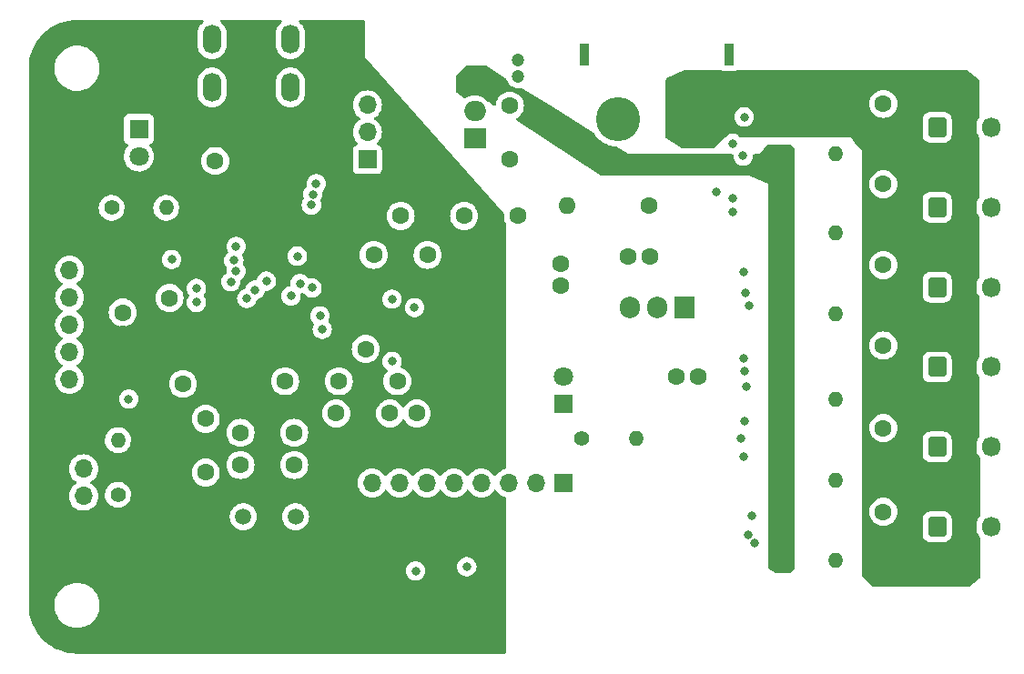
<source format=gbr>
%TF.GenerationSoftware,KiCad,Pcbnew,(6.0.11)*%
%TF.CreationDate,2024-03-05T22:48:33-08:00*%
%TF.ProjectId,bez_controller1v5,62657a5f-636f-46e7-9472-6f6c6c657231,rev?*%
%TF.SameCoordinates,Original*%
%TF.FileFunction,Copper,L2,Inr*%
%TF.FilePolarity,Positive*%
%FSLAX46Y46*%
G04 Gerber Fmt 4.6, Leading zero omitted, Abs format (unit mm)*
G04 Created by KiCad (PCBNEW (6.0.11)) date 2024-03-05 22:48:33*
%MOMM*%
%LPD*%
G01*
G04 APERTURE LIST*
G04 Aperture macros list*
%AMRoundRect*
0 Rectangle with rounded corners*
0 $1 Rounding radius*
0 $2 $3 $4 $5 $6 $7 $8 $9 X,Y pos of 4 corners*
0 Add a 4 corners polygon primitive as box body*
4,1,4,$2,$3,$4,$5,$6,$7,$8,$9,$2,$3,0*
0 Add four circle primitives for the rounded corners*
1,1,$1+$1,$2,$3*
1,1,$1+$1,$4,$5*
1,1,$1+$1,$6,$7*
1,1,$1+$1,$8,$9*
0 Add four rect primitives between the rounded corners*
20,1,$1+$1,$2,$3,$4,$5,0*
20,1,$1+$1,$4,$5,$6,$7,0*
20,1,$1+$1,$6,$7,$8,$9,0*
20,1,$1+$1,$8,$9,$2,$3,0*%
G04 Aperture macros list end*
%TA.AperFunction,ComponentPad*%
%ADD10R,1.700000X1.700000*%
%TD*%
%TA.AperFunction,ComponentPad*%
%ADD11O,1.700000X1.700000*%
%TD*%
%TA.AperFunction,ComponentPad*%
%ADD12C,1.600000*%
%TD*%
%TA.AperFunction,ComponentPad*%
%ADD13O,1.700000X1.850000*%
%TD*%
%TA.AperFunction,ComponentPad*%
%ADD14RoundRect,0.250000X-0.600000X-0.675000X0.600000X-0.675000X0.600000X0.675000X-0.600000X0.675000X0*%
%TD*%
%TA.AperFunction,ComponentPad*%
%ADD15C,1.400000*%
%TD*%
%TA.AperFunction,ComponentPad*%
%ADD16O,1.400000X1.400000*%
%TD*%
%TA.AperFunction,ComponentPad*%
%ADD17R,1.905000X2.000000*%
%TD*%
%TA.AperFunction,ComponentPad*%
%ADD18O,1.905000X2.000000*%
%TD*%
%TA.AperFunction,ComponentPad*%
%ADD19O,1.600000X1.600000*%
%TD*%
%TA.AperFunction,ComponentPad*%
%ADD20O,1.700000X2.700000*%
%TD*%
%TA.AperFunction,ComponentPad*%
%ADD21R,1.800000X1.800000*%
%TD*%
%TA.AperFunction,ComponentPad*%
%ADD22C,1.800000*%
%TD*%
%TA.AperFunction,ComponentPad*%
%ADD23C,1.500000*%
%TD*%
%TA.AperFunction,ComponentPad*%
%ADD24R,0.900000X2.000000*%
%TD*%
%TA.AperFunction,ComponentPad*%
%ADD25C,4.100000*%
%TD*%
%TA.AperFunction,ComponentPad*%
%ADD26RoundRect,1.025000X-1.025000X-1.025000X1.025000X-1.025000X1.025000X1.025000X-1.025000X1.025000X0*%
%TD*%
%TA.AperFunction,ComponentPad*%
%ADD27R,2.000000X1.905000*%
%TD*%
%TA.AperFunction,ComponentPad*%
%ADD28O,2.000000X1.905000*%
%TD*%
%TA.AperFunction,ComponentPad*%
%ADD29C,1.200000*%
%TD*%
%TA.AperFunction,ViaPad*%
%ADD30C,0.800000*%
%TD*%
G04 APERTURE END LIST*
D10*
%TO.N,+3.3V*%
%TO.C,J9*%
X24300000Y-42260000D03*
D11*
%TO.N,/TCK*%
X24300000Y-44800000D03*
%TO.N,GND*%
X24300000Y-47340000D03*
%TO.N,/TMS*%
X24300000Y-49880000D03*
%TO.N,/NRST*%
X24300000Y-52420000D03*
%TO.N,/SWO*%
X24300000Y-54960000D03*
%TD*%
D12*
%TO.N,GND*%
%TO.C,C5*%
X100000000Y-36800000D03*
%TO.N,+12V*%
X100000000Y-41800000D03*
%TD*%
%TO.N,+3.3V*%
%TO.C,C13*%
X29250000Y-50750000D03*
%TO.N,GND*%
X29250000Y-48750000D03*
%TD*%
D13*
%TO.N,GND*%
%TO.C,J1*%
X110000000Y-68700000D03*
%TO.N,+12V*%
X107500000Y-68700000D03*
D14*
%TO.N,/MOTOR_DATA1*%
X105000000Y-68700000D03*
%TD*%
D12*
%TO.N,+3.3V*%
%TO.C,C16*%
X50100000Y-39750000D03*
%TO.N,GND*%
X55100000Y-39750000D03*
%TD*%
%TO.N,+3.3V*%
%TO.C,C21*%
X61600000Y-58137500D03*
%TO.N,GND*%
X56600000Y-58137500D03*
%TD*%
%TO.N,/PH1-OSC_OUT*%
%TO.C,C25*%
X45200000Y-62937500D03*
%TO.N,GND*%
X40200000Y-62937500D03*
%TD*%
%TO.N,/PH0-OSC_IN*%
%TO.C,C24*%
X40200000Y-59937500D03*
%TO.N,GND*%
X45200000Y-59937500D03*
%TD*%
%TO.N,+6V*%
%TO.C,C9*%
X65250000Y-34500000D03*
%TO.N,/PWR_GND*%
X65250000Y-29500000D03*
%TD*%
%TO.N,GND*%
%TO.C,C4*%
X100000000Y-44325000D03*
%TO.N,+12V*%
X100000000Y-49325000D03*
%TD*%
D15*
%TO.N,+5V*%
%TO.C,R3*%
X90500000Y-56825000D03*
D16*
%TO.N,/MOTOR_DATA3*%
X95580000Y-56825000D03*
%TD*%
D13*
%TO.N,GND*%
%TO.C,J4*%
X110000000Y-46380000D03*
%TO.N,+12V*%
X107500000Y-46380000D03*
D14*
%TO.N,/MOTOR_DATA4*%
X105000000Y-46380000D03*
%TD*%
D12*
%TO.N,Net-(C23-Pad1)*%
%TO.C,C23*%
X57600000Y-43387500D03*
%TO.N,GND*%
X52600000Y-43387500D03*
%TD*%
D17*
%TO.N,+12V*%
%TO.C,U7*%
X81540000Y-48305000D03*
D18*
%TO.N,/PWR_GND*%
X79000000Y-48305000D03*
%TO.N,+6V*%
X76460000Y-48305000D03*
%TD*%
D10*
%TO.N,/power*%
%TO.C,J8*%
X70220000Y-64600000D03*
D11*
%TO.N,GND*%
X67680000Y-64600000D03*
%TO.N,/I2C_SCL*%
X65140000Y-64600000D03*
%TO.N,/I2C_SDA*%
X62600000Y-64600000D03*
%TO.N,unconnected-(J8-Pad5)*%
X60060000Y-64600000D03*
%TO.N,unconnected-(J8-Pad6)*%
X57520000Y-64600000D03*
%TO.N,unconnected-(J8-Pad7)*%
X54980000Y-64600000D03*
%TO.N,unconnected-(J8-Pad8)*%
X52440000Y-64600000D03*
%TD*%
D10*
%TO.N,VBUS*%
%TO.C,J7*%
X52000000Y-34500000D03*
D11*
%TO.N,/power*%
X52000000Y-31960000D03*
%TO.N,+5V*%
X52000000Y-29420000D03*
%TD*%
D12*
%TO.N,+3.3VA*%
%TO.C,FB2*%
X54790000Y-55137500D03*
D19*
%TO.N,+3.3V*%
X62410000Y-55137500D03*
%TD*%
D12*
%TO.N,GND*%
%TO.C,FB1*%
X78200000Y-38800000D03*
D19*
%TO.N,/PWR_GND*%
X70580000Y-38800000D03*
%TD*%
D12*
%TO.N,+3.3VA*%
%TO.C,C19*%
X49350000Y-55137500D03*
%TO.N,GND*%
X44350000Y-55137500D03*
%TD*%
D15*
%TO.N,+5V*%
%TO.C,R5*%
X90500000Y-41325000D03*
D16*
%TO.N,/MOTOR_DATA5*%
X95580000Y-41325000D03*
%TD*%
D12*
%TO.N,+3.3V*%
%TO.C,C18*%
X33600000Y-52387500D03*
%TO.N,GND*%
X33600000Y-47387500D03*
%TD*%
D13*
%TO.N,GND*%
%TO.C,J2*%
X110000000Y-61260000D03*
%TO.N,+12V*%
X107500000Y-61260000D03*
D14*
%TO.N,/MOTOR_DATA2*%
X105000000Y-61260000D03*
%TD*%
D12*
%TO.N,+3.3V*%
%TO.C,C17*%
X37850000Y-39637500D03*
%TO.N,GND*%
X37850000Y-34637500D03*
%TD*%
D13*
%TO.N,GND*%
%TO.C,J3*%
X110000000Y-53820000D03*
%TO.N,+12V*%
X107500000Y-53820000D03*
D14*
%TO.N,/MOTOR_DATA3*%
X105000000Y-53820000D03*
%TD*%
D15*
%TO.N,+5V*%
%TO.C,R6*%
X90460000Y-34000000D03*
D16*
%TO.N,/MOTOR_DATA6*%
X95540000Y-34000000D03*
%TD*%
D20*
%TO.N,unconnected-(J12-Pad6)*%
%TO.C,J12*%
X37550000Y-23300000D03*
X37550000Y-27800000D03*
X44850000Y-27800000D03*
X44850000Y-23300000D03*
%TD*%
D21*
%TO.N,Net-(D1-Pad1)*%
%TO.C,D1*%
X70250000Y-57275000D03*
D22*
%TO.N,+3.3V*%
X70250000Y-54735000D03*
%TD*%
D12*
%TO.N,/NRST*%
%TO.C,C22*%
X36970000Y-63637500D03*
%TO.N,GND*%
X36970000Y-58637500D03*
%TD*%
D15*
%TO.N,Net-(J11-Pad2)*%
%TO.C,R8*%
X28800000Y-65700000D03*
D16*
%TO.N,/BOOT0*%
X28800000Y-60620000D03*
%TD*%
D15*
%TO.N,Net-(D2-Pad2)*%
%TO.C,R9*%
X28210000Y-39000000D03*
D16*
%TO.N,Net-(R9-Pad2)*%
X33290000Y-39000000D03*
%TD*%
D21*
%TO.N,GND*%
%TO.C,D2*%
X30750000Y-31675000D03*
D22*
%TO.N,Net-(D2-Pad2)*%
X30750000Y-34215000D03*
%TD*%
D13*
%TO.N,GND*%
%TO.C,J6*%
X110000000Y-31500000D03*
%TO.N,+12V*%
X107500000Y-31500000D03*
D14*
%TO.N,/MOTOR_DATA6*%
X105000000Y-31500000D03*
%TD*%
D12*
%TO.N,GND*%
%TO.C,C1*%
X100000000Y-67300000D03*
%TO.N,+12V*%
X100000000Y-72300000D03*
%TD*%
D10*
%TO.N,+3.3V*%
%TO.C,J11*%
X25600000Y-60760000D03*
D11*
%TO.N,Net-(J11-Pad2)*%
X25600000Y-63300000D03*
%TO.N,GND*%
X25600000Y-65840000D03*
%TD*%
D12*
%TO.N,+12V*%
%TO.C,C7*%
X82750000Y-54750000D03*
%TO.N,/PWR_GND*%
X80750000Y-54750000D03*
%TD*%
%TO.N,GND*%
%TO.C,C6*%
X100000000Y-29325000D03*
%TO.N,+12V*%
X100000000Y-34325000D03*
%TD*%
%TO.N,+3.3VA*%
%TO.C,C20*%
X49100000Y-58137500D03*
%TO.N,GND*%
X54100000Y-58137500D03*
%TD*%
%TO.N,GND*%
%TO.C,C3*%
X100000000Y-51825000D03*
%TO.N,+12V*%
X100000000Y-56825000D03*
%TD*%
D23*
%TO.N,/PH0-OSC_IN*%
%TO.C,Y1*%
X40450000Y-67750000D03*
%TO.N,/PH1-OSC_OUT*%
X45330000Y-67750000D03*
%TD*%
D12*
%TO.N,/power*%
%TO.C,C11*%
X61000000Y-39750000D03*
%TO.N,/PWR_GND*%
X66000000Y-39750000D03*
%TD*%
D24*
%TO.N,*%
%TO.C,J10*%
X72150000Y-24750000D03*
X85650000Y-24750000D03*
D25*
%TO.N,GND*%
X75300000Y-30750000D03*
D26*
%TO.N,+12V*%
X82500000Y-30750000D03*
%TD*%
D15*
%TO.N,+5V*%
%TO.C,R4*%
X90500000Y-48825000D03*
D16*
%TO.N,/MOTOR_DATA4*%
X95580000Y-48825000D03*
%TD*%
D12*
%TO.N,+3.3V*%
%TO.C,C15*%
X51850000Y-47137500D03*
%TO.N,GND*%
X51850000Y-52137500D03*
%TD*%
%TO.N,+6V*%
%TO.C,C8*%
X76250000Y-43500000D03*
%TO.N,/PWR_GND*%
X78250000Y-43500000D03*
%TD*%
D15*
%TO.N,Net-(D1-Pad1)*%
%TO.C,R7*%
X71960000Y-60500000D03*
D16*
%TO.N,GND*%
X77040000Y-60500000D03*
%TD*%
D12*
%TO.N,GND*%
%TO.C,C2*%
X100000000Y-59500000D03*
%TO.N,+12V*%
X100000000Y-64500000D03*
%TD*%
D27*
%TO.N,+6V*%
%TO.C,U8*%
X62000000Y-32540000D03*
D28*
%TO.N,/PWR_GND*%
X62000000Y-30000000D03*
%TO.N,+5V*%
X62000000Y-27460000D03*
%TD*%
D15*
%TO.N,+5V*%
%TO.C,R1*%
X90460000Y-71825000D03*
D16*
%TO.N,/MOTOR_DATA1*%
X95540000Y-71825000D03*
%TD*%
D29*
%TO.N,+5V*%
%TO.C,C10*%
X66000000Y-25250000D03*
%TO.N,/PWR_GND*%
X66000000Y-26750000D03*
%TD*%
D12*
%TO.N,+3.3V*%
%TO.C,C14*%
X39850000Y-55387500D03*
%TO.N,GND*%
X34850000Y-55387500D03*
%TD*%
%TO.N,+3.3V*%
%TO.C,C12*%
X70000000Y-46250000D03*
%TO.N,/PWR_GND*%
X70000000Y-44250000D03*
%TD*%
D15*
%TO.N,+5V*%
%TO.C,R2*%
X90460000Y-64325000D03*
D16*
%TO.N,/MOTOR_DATA2*%
X95540000Y-64325000D03*
%TD*%
D13*
%TO.N,GND*%
%TO.C,J5*%
X110000000Y-38940000D03*
%TO.N,+12V*%
X107500000Y-38940000D03*
D14*
%TO.N,/MOTOR_DATA5*%
X105000000Y-38940000D03*
%TD*%
D30*
%TO.N,/I2C_SCL*%
X36100000Y-46500000D03*
X61250000Y-72400000D03*
%TO.N,/I2C_SDA*%
X56500000Y-72800000D03*
X36100000Y-47800000D03*
%TO.N,/TMS*%
X39800000Y-42600000D03*
X33800000Y-43800000D03*
%TO.N,/BOOT0*%
X29800000Y-56800000D03*
%TO.N,/USART1_DIR*%
X88000000Y-70200000D03*
X40791621Y-47429913D03*
%TO.N,/USART2_DIR*%
X47600000Y-49049500D03*
X87000000Y-62200000D03*
%TO.N,/USART3_DIR*%
X87300000Y-55600000D03*
X45500000Y-43500000D03*
%TO.N,/USART4_DIR*%
X44900000Y-47200000D03*
X87500000Y-48100000D03*
%TO.N,/USART5_DIR*%
X86000000Y-39400000D03*
X39312500Y-45887500D03*
%TO.N,/USART6_DIR*%
X46800000Y-38749003D03*
X86960308Y-34160307D03*
%TO.N,/USART5_TX*%
X84500000Y-37500000D03*
X39580898Y-43909584D03*
%TO.N,/USART5_RX*%
X86000000Y-38099500D03*
X39787500Y-44887500D03*
%TO.N,/USART6_TX*%
X87050000Y-30550000D03*
X46915585Y-37750000D03*
%TO.N,/USART6_RX*%
X47250000Y-36750000D03*
X86000000Y-33000000D03*
%TO.N,/USART3_TX*%
X87000000Y-53000000D03*
X56387500Y-48287500D03*
%TO.N,/USART3_RX*%
X87100000Y-54200000D03*
X54300000Y-47500000D03*
%TO.N,/USART4_TX*%
X87000000Y-45000000D03*
X45750000Y-46050000D03*
%TO.N,/USART4_RX*%
X46850000Y-46450000D03*
X87200000Y-46900000D03*
%TO.N,/USART1_TX*%
X42620023Y-45820023D03*
X87800000Y-67700000D03*
%TO.N,/USART1_RX*%
X41541121Y-46650468D03*
X87400000Y-69400000D03*
%TO.N,/USART2_TX*%
X54300000Y-53300000D03*
X87100000Y-58900000D03*
%TO.N,/USART2_RX*%
X86750000Y-60500000D03*
X47800000Y-50300000D03*
%TD*%
%TA.AperFunction,Conductor*%
%TO.N,+5V*%
G36*
X63030578Y-25769039D02*
G01*
X64860174Y-26908222D01*
X64907430Y-26961207D01*
X64915699Y-26984168D01*
X64950605Y-27121610D01*
X65035898Y-27306624D01*
X65153479Y-27472997D01*
X65299410Y-27615157D01*
X65304206Y-27618362D01*
X65304209Y-27618364D01*
X65377684Y-27667458D01*
X65468803Y-27728342D01*
X65474106Y-27730620D01*
X65474109Y-27730622D01*
X65650680Y-27806483D01*
X65655987Y-27808763D01*
X65728817Y-27825243D01*
X65849055Y-27852450D01*
X65849060Y-27852451D01*
X65854692Y-27853725D01*
X65860463Y-27853952D01*
X65860465Y-27853952D01*
X65923470Y-27856427D01*
X66058263Y-27861723D01*
X66176199Y-27844623D01*
X66254161Y-27833320D01*
X66254165Y-27833319D01*
X66259883Y-27832490D01*
X66265357Y-27830632D01*
X66269138Y-27829724D01*
X66340046Y-27833271D01*
X66365149Y-27845282D01*
X69033006Y-29506400D01*
X73055107Y-32010727D01*
X73094894Y-32050174D01*
X73226037Y-32256822D01*
X73228556Y-32259868D01*
X73228559Y-32259871D01*
X73288035Y-32331765D01*
X73431246Y-32504877D01*
X73665926Y-32725256D01*
X73926376Y-32914484D01*
X74208490Y-33069578D01*
X74507817Y-33188089D01*
X74511647Y-33189072D01*
X74511655Y-33189075D01*
X74708313Y-33239568D01*
X74819637Y-33268151D01*
X74823565Y-33268647D01*
X74823569Y-33268648D01*
X75112125Y-33305101D01*
X75162932Y-33323146D01*
X76250000Y-34000000D01*
X85923715Y-34000000D01*
X85991836Y-34020002D01*
X86038329Y-34073658D01*
X86049025Y-34139168D01*
X86047494Y-34153738D01*
X86046804Y-34160307D01*
X86066766Y-34350235D01*
X86125781Y-34531863D01*
X86221268Y-34697251D01*
X86349055Y-34839173D01*
X86503556Y-34951425D01*
X86509584Y-34954109D01*
X86509586Y-34954110D01*
X86671989Y-35026416D01*
X86678020Y-35029101D01*
X86771421Y-35048954D01*
X86858364Y-35067435D01*
X86858369Y-35067435D01*
X86864821Y-35068807D01*
X87055795Y-35068807D01*
X87062247Y-35067435D01*
X87062252Y-35067435D01*
X87149195Y-35048954D01*
X87242596Y-35029101D01*
X87248627Y-35026416D01*
X87411030Y-34954110D01*
X87411032Y-34954109D01*
X87417060Y-34951425D01*
X87571561Y-34839173D01*
X87699348Y-34697251D01*
X87794835Y-34531863D01*
X87853850Y-34350235D01*
X87873812Y-34160307D01*
X87873122Y-34153738D01*
X87871591Y-34139168D01*
X87884364Y-34069330D01*
X87932868Y-34017484D01*
X87996901Y-34000000D01*
X88500000Y-34000000D01*
X89212219Y-33145337D01*
X89271195Y-33105810D01*
X89309015Y-33100000D01*
X91205531Y-33100000D01*
X91273652Y-33120002D01*
X91284618Y-33127912D01*
X91703087Y-33465319D01*
X91743563Y-33523648D01*
X91750000Y-33563407D01*
X91750000Y-72447810D01*
X91729998Y-72515931D01*
X91713095Y-72536905D01*
X91286905Y-72963095D01*
X91224593Y-72997121D01*
X91197810Y-73000000D01*
X90038149Y-73000000D01*
X89968257Y-72978838D01*
X89306108Y-72537405D01*
X89260523Y-72482976D01*
X89250000Y-72432567D01*
X89250000Y-36750000D01*
X87500000Y-36000000D01*
X73787408Y-36000000D01*
X73718653Y-35979588D01*
X65868546Y-30867890D01*
X65822376Y-30813956D01*
X65812693Y-30743623D01*
X65842573Y-30679220D01*
X65884052Y-30648107D01*
X65901758Y-30639851D01*
X65901764Y-30639847D01*
X65906749Y-30637523D01*
X66011611Y-30564098D01*
X66089789Y-30509357D01*
X66089792Y-30509355D01*
X66094300Y-30506198D01*
X66256198Y-30344300D01*
X66259389Y-30339744D01*
X66384366Y-30161257D01*
X66387523Y-30156749D01*
X66389846Y-30151767D01*
X66389849Y-30151762D01*
X66481961Y-29954225D01*
X66481961Y-29954224D01*
X66484284Y-29949243D01*
X66505214Y-29871134D01*
X66542119Y-29733402D01*
X66542119Y-29733400D01*
X66543543Y-29728087D01*
X66563498Y-29500000D01*
X66543543Y-29271913D01*
X66541672Y-29264929D01*
X66485707Y-29056067D01*
X66485706Y-29056065D01*
X66484284Y-29050757D01*
X66481961Y-29045775D01*
X66389849Y-28848238D01*
X66389846Y-28848233D01*
X66387523Y-28843251D01*
X66256198Y-28655700D01*
X66094300Y-28493802D01*
X66089792Y-28490645D01*
X66089789Y-28490643D01*
X66003784Y-28430422D01*
X65906749Y-28362477D01*
X65901767Y-28360154D01*
X65901762Y-28360151D01*
X65704225Y-28268039D01*
X65704224Y-28268039D01*
X65699243Y-28265716D01*
X65693935Y-28264294D01*
X65693933Y-28264293D01*
X65483402Y-28207881D01*
X65483400Y-28207881D01*
X65478087Y-28206457D01*
X65250000Y-28186502D01*
X65021913Y-28206457D01*
X65016600Y-28207881D01*
X65016598Y-28207881D01*
X64806067Y-28264293D01*
X64806065Y-28264294D01*
X64800757Y-28265716D01*
X64795776Y-28268039D01*
X64795775Y-28268039D01*
X64598238Y-28360151D01*
X64598233Y-28360154D01*
X64593251Y-28362477D01*
X64496216Y-28430422D01*
X64410211Y-28490643D01*
X64410208Y-28490645D01*
X64405700Y-28493802D01*
X64243802Y-28655700D01*
X64112477Y-28843251D01*
X64110154Y-28848233D01*
X64110151Y-28848238D01*
X64018039Y-29045775D01*
X64015716Y-29050757D01*
X64014294Y-29056065D01*
X64014293Y-29056067D01*
X63958328Y-29264929D01*
X63956457Y-29271913D01*
X63955978Y-29277393D01*
X63945714Y-29394702D01*
X63919850Y-29460820D01*
X63862347Y-29502460D01*
X63791459Y-29506400D01*
X63751438Y-29489308D01*
X63260764Y-29169800D01*
X63228759Y-29139865D01*
X63146882Y-29030815D01*
X63146880Y-29030812D01*
X63143777Y-29026680D01*
X62970088Y-28860699D01*
X62771622Y-28725314D01*
X62766939Y-28723140D01*
X62766935Y-28723138D01*
X62558405Y-28626342D01*
X62558401Y-28626341D01*
X62553710Y-28624163D01*
X62322202Y-28559960D01*
X62317065Y-28559411D01*
X62129407Y-28539356D01*
X62129399Y-28539356D01*
X62126072Y-28539000D01*
X61891598Y-28539000D01*
X61889025Y-28539212D01*
X61889014Y-28539212D01*
X61788054Y-28547513D01*
X61713063Y-28553678D01*
X61480056Y-28612206D01*
X61388989Y-28651803D01*
X61264474Y-28705943D01*
X61264471Y-28705945D01*
X61259737Y-28708003D01*
X61255402Y-28710807D01*
X61255399Y-28710809D01*
X61236342Y-28723138D01*
X61119241Y-28798894D01*
X61051182Y-28819101D01*
X60983001Y-28799305D01*
X60975211Y-28793908D01*
X60300400Y-28287800D01*
X60257905Y-28230926D01*
X60250000Y-28187000D01*
X60250000Y-26802190D01*
X60270002Y-26734069D01*
X60286905Y-26713095D01*
X61213095Y-25786905D01*
X61275407Y-25752879D01*
X61302190Y-25750000D01*
X62963980Y-25750000D01*
X63030578Y-25769039D01*
G37*
%TD.AperFunction*%
%TD*%
%TA.AperFunction,Conductor*%
%TO.N,+3.3V*%
G36*
X36725114Y-21520185D02*
G01*
X36770869Y-21572989D01*
X36780813Y-21642147D01*
X36751788Y-21705703D01*
X36729201Y-21726073D01*
X36678599Y-21761505D01*
X36511505Y-21928599D01*
X36508403Y-21933030D01*
X36508399Y-21933034D01*
X36496736Y-21949691D01*
X36375965Y-22122171D01*
X36373675Y-22127082D01*
X36278386Y-22331427D01*
X36278384Y-22331433D01*
X36276097Y-22336337D01*
X36274695Y-22341570D01*
X36217014Y-22556842D01*
X36214937Y-22564592D01*
X36199500Y-22741034D01*
X36199500Y-23858966D01*
X36199736Y-23861662D01*
X36199736Y-23861665D01*
X36210058Y-23979637D01*
X36214937Y-24035408D01*
X36276097Y-24263663D01*
X36278384Y-24268567D01*
X36278386Y-24268573D01*
X36322788Y-24363791D01*
X36375965Y-24477829D01*
X36379072Y-24482266D01*
X36379073Y-24482268D01*
X36508399Y-24666966D01*
X36508403Y-24666970D01*
X36511505Y-24671401D01*
X36678599Y-24838495D01*
X36872170Y-24974035D01*
X37086337Y-25073903D01*
X37160867Y-25093873D01*
X37309366Y-25133663D01*
X37309369Y-25133664D01*
X37314592Y-25135063D01*
X37319979Y-25135534D01*
X37319983Y-25135535D01*
X37544605Y-25155187D01*
X37550000Y-25155659D01*
X37555395Y-25155187D01*
X37780017Y-25135535D01*
X37780021Y-25135534D01*
X37785408Y-25135063D01*
X37790631Y-25133664D01*
X37790634Y-25133663D01*
X37939133Y-25093873D01*
X38013663Y-25073903D01*
X38018567Y-25071616D01*
X38018573Y-25071614D01*
X38222918Y-24976325D01*
X38227829Y-24974035D01*
X38232268Y-24970927D01*
X38416966Y-24841601D01*
X38416970Y-24841597D01*
X38421401Y-24838495D01*
X38588495Y-24671401D01*
X38591597Y-24666970D01*
X38591601Y-24666966D01*
X38720927Y-24482268D01*
X38720928Y-24482266D01*
X38724035Y-24477829D01*
X38777212Y-24363791D01*
X38821614Y-24268573D01*
X38821616Y-24268567D01*
X38823903Y-24263663D01*
X38885063Y-24035408D01*
X38889943Y-23979637D01*
X38900264Y-23861665D01*
X38900264Y-23861662D01*
X38900500Y-23858966D01*
X38900500Y-22741034D01*
X38885063Y-22564592D01*
X38882987Y-22556842D01*
X38825305Y-22341570D01*
X38823903Y-22336337D01*
X38821616Y-22331433D01*
X38821614Y-22331427D01*
X38726325Y-22127082D01*
X38724035Y-22122171D01*
X38603264Y-21949691D01*
X38591601Y-21933034D01*
X38591597Y-21933030D01*
X38588495Y-21928599D01*
X38421401Y-21761505D01*
X38370802Y-21726075D01*
X38327177Y-21671498D01*
X38319985Y-21601999D01*
X38351507Y-21539645D01*
X38411737Y-21504231D01*
X38441926Y-21500500D01*
X43958075Y-21500500D01*
X44025114Y-21520185D01*
X44070869Y-21572989D01*
X44080813Y-21642147D01*
X44051788Y-21705703D01*
X44029201Y-21726073D01*
X43978599Y-21761505D01*
X43811505Y-21928599D01*
X43808403Y-21933030D01*
X43808399Y-21933034D01*
X43796736Y-21949691D01*
X43675965Y-22122171D01*
X43673675Y-22127082D01*
X43578386Y-22331427D01*
X43578384Y-22331433D01*
X43576097Y-22336337D01*
X43574695Y-22341570D01*
X43517014Y-22556842D01*
X43514937Y-22564592D01*
X43499500Y-22741034D01*
X43499500Y-23858966D01*
X43499736Y-23861662D01*
X43499736Y-23861665D01*
X43510058Y-23979637D01*
X43514937Y-24035408D01*
X43576097Y-24263663D01*
X43578384Y-24268567D01*
X43578386Y-24268573D01*
X43622788Y-24363791D01*
X43675965Y-24477829D01*
X43679072Y-24482266D01*
X43679073Y-24482268D01*
X43808399Y-24666966D01*
X43808403Y-24666970D01*
X43811505Y-24671401D01*
X43978599Y-24838495D01*
X44172170Y-24974035D01*
X44386337Y-25073903D01*
X44460867Y-25093873D01*
X44609366Y-25133663D01*
X44609369Y-25133664D01*
X44614592Y-25135063D01*
X44619979Y-25135534D01*
X44619983Y-25135535D01*
X44844605Y-25155187D01*
X44850000Y-25155659D01*
X44855395Y-25155187D01*
X45080017Y-25135535D01*
X45080021Y-25135534D01*
X45085408Y-25135063D01*
X45090631Y-25133664D01*
X45090634Y-25133663D01*
X45239133Y-25093873D01*
X45313663Y-25073903D01*
X45318567Y-25071616D01*
X45318573Y-25071614D01*
X45522918Y-24976325D01*
X45527829Y-24974035D01*
X45532268Y-24970927D01*
X45716966Y-24841601D01*
X45716970Y-24841597D01*
X45721401Y-24838495D01*
X45888495Y-24671401D01*
X45891597Y-24666970D01*
X45891601Y-24666966D01*
X46020927Y-24482268D01*
X46020928Y-24482266D01*
X46024035Y-24477829D01*
X46077212Y-24363791D01*
X46121614Y-24268573D01*
X46121616Y-24268567D01*
X46123903Y-24263663D01*
X46185063Y-24035408D01*
X46189943Y-23979637D01*
X46200264Y-23861665D01*
X46200264Y-23861662D01*
X46200500Y-23858966D01*
X46200500Y-22741034D01*
X46185063Y-22564592D01*
X46182987Y-22556842D01*
X46125305Y-22341570D01*
X46123903Y-22336337D01*
X46121616Y-22331433D01*
X46121614Y-22331427D01*
X46026325Y-22127082D01*
X46024035Y-22122171D01*
X45903264Y-21949691D01*
X45891601Y-21933034D01*
X45891597Y-21933030D01*
X45888495Y-21928599D01*
X45721401Y-21761505D01*
X45670802Y-21726075D01*
X45627177Y-21671498D01*
X45619985Y-21601999D01*
X45651507Y-21539645D01*
X45711737Y-21504231D01*
X45741926Y-21500500D01*
X51626000Y-21500500D01*
X51693039Y-21520185D01*
X51738794Y-21572989D01*
X51750000Y-21624500D01*
X51750000Y-25000000D01*
X51757807Y-25008757D01*
X64677255Y-39500153D01*
X64707175Y-39563292D01*
X64708226Y-39593477D01*
X64694532Y-39750000D01*
X64695004Y-39755395D01*
X64710542Y-39932993D01*
X64714365Y-39976692D01*
X64773261Y-40196496D01*
X64775548Y-40201400D01*
X64775550Y-40201406D01*
X64859652Y-40381761D01*
X64869432Y-40402734D01*
X64877577Y-40414366D01*
X64900000Y-40485487D01*
X64900000Y-63171018D01*
X64880315Y-63238057D01*
X64827511Y-63283812D01*
X64808094Y-63290793D01*
X64756362Y-63304655D01*
X64676337Y-63326097D01*
X64671433Y-63328384D01*
X64671427Y-63328386D01*
X64505880Y-63405583D01*
X64462171Y-63425965D01*
X64457734Y-63429072D01*
X64457732Y-63429073D01*
X64273034Y-63558399D01*
X64273033Y-63558400D01*
X64268599Y-63561505D01*
X64101505Y-63728599D01*
X64098403Y-63733030D01*
X64098399Y-63733034D01*
X63971575Y-63914159D01*
X63916998Y-63957784D01*
X63847500Y-63964978D01*
X63785145Y-63933455D01*
X63768425Y-63914159D01*
X63641601Y-63733034D01*
X63641597Y-63733030D01*
X63638495Y-63728599D01*
X63471401Y-63561505D01*
X63277830Y-63425965D01*
X63063663Y-63326097D01*
X62979863Y-63303643D01*
X62840634Y-63266337D01*
X62840631Y-63266336D01*
X62835408Y-63264937D01*
X62830021Y-63264466D01*
X62830017Y-63264465D01*
X62605395Y-63244813D01*
X62600000Y-63244341D01*
X62594605Y-63244813D01*
X62369983Y-63264465D01*
X62369979Y-63264466D01*
X62364592Y-63264937D01*
X62359369Y-63266336D01*
X62359366Y-63266337D01*
X62220137Y-63303643D01*
X62136337Y-63326097D01*
X62131433Y-63328384D01*
X62131427Y-63328386D01*
X61965880Y-63405583D01*
X61922171Y-63425965D01*
X61917734Y-63429072D01*
X61917732Y-63429073D01*
X61733034Y-63558399D01*
X61733033Y-63558400D01*
X61728599Y-63561505D01*
X61561505Y-63728599D01*
X61558403Y-63733030D01*
X61558399Y-63733034D01*
X61431575Y-63914159D01*
X61376998Y-63957784D01*
X61307500Y-63964978D01*
X61245145Y-63933455D01*
X61228425Y-63914159D01*
X61101601Y-63733034D01*
X61101597Y-63733030D01*
X61098495Y-63728599D01*
X60931401Y-63561505D01*
X60737830Y-63425965D01*
X60523663Y-63326097D01*
X60439863Y-63303643D01*
X60300634Y-63266337D01*
X60300631Y-63266336D01*
X60295408Y-63264937D01*
X60290021Y-63264466D01*
X60290017Y-63264465D01*
X60065395Y-63244813D01*
X60060000Y-63244341D01*
X60054605Y-63244813D01*
X59829983Y-63264465D01*
X59829979Y-63264466D01*
X59824592Y-63264937D01*
X59819369Y-63266336D01*
X59819366Y-63266337D01*
X59680137Y-63303643D01*
X59596337Y-63326097D01*
X59591433Y-63328384D01*
X59591427Y-63328386D01*
X59425880Y-63405583D01*
X59382171Y-63425965D01*
X59377734Y-63429072D01*
X59377732Y-63429073D01*
X59193034Y-63558399D01*
X59193033Y-63558400D01*
X59188599Y-63561505D01*
X59021505Y-63728599D01*
X59018403Y-63733030D01*
X59018399Y-63733034D01*
X58891575Y-63914159D01*
X58836998Y-63957784D01*
X58767500Y-63964978D01*
X58705145Y-63933455D01*
X58688425Y-63914159D01*
X58561601Y-63733034D01*
X58561597Y-63733030D01*
X58558495Y-63728599D01*
X58391401Y-63561505D01*
X58197830Y-63425965D01*
X57983663Y-63326097D01*
X57899863Y-63303643D01*
X57760634Y-63266337D01*
X57760631Y-63266336D01*
X57755408Y-63264937D01*
X57750021Y-63264466D01*
X57750017Y-63264465D01*
X57525395Y-63244813D01*
X57520000Y-63244341D01*
X57514605Y-63244813D01*
X57289983Y-63264465D01*
X57289979Y-63264466D01*
X57284592Y-63264937D01*
X57279369Y-63266336D01*
X57279366Y-63266337D01*
X57140137Y-63303643D01*
X57056337Y-63326097D01*
X57051433Y-63328384D01*
X57051427Y-63328386D01*
X56885880Y-63405583D01*
X56842171Y-63425965D01*
X56837734Y-63429072D01*
X56837732Y-63429073D01*
X56653034Y-63558399D01*
X56653033Y-63558400D01*
X56648599Y-63561505D01*
X56481505Y-63728599D01*
X56478403Y-63733030D01*
X56478399Y-63733034D01*
X56351575Y-63914159D01*
X56296998Y-63957784D01*
X56227500Y-63964978D01*
X56165145Y-63933455D01*
X56148425Y-63914159D01*
X56021601Y-63733034D01*
X56021597Y-63733030D01*
X56018495Y-63728599D01*
X55851401Y-63561505D01*
X55657830Y-63425965D01*
X55443663Y-63326097D01*
X55359863Y-63303643D01*
X55220634Y-63266337D01*
X55220631Y-63266336D01*
X55215408Y-63264937D01*
X55210021Y-63264466D01*
X55210017Y-63264465D01*
X54985395Y-63244813D01*
X54980000Y-63244341D01*
X54974605Y-63244813D01*
X54749983Y-63264465D01*
X54749979Y-63264466D01*
X54744592Y-63264937D01*
X54739369Y-63266336D01*
X54739366Y-63266337D01*
X54600137Y-63303643D01*
X54516337Y-63326097D01*
X54511433Y-63328384D01*
X54511427Y-63328386D01*
X54345880Y-63405583D01*
X54302171Y-63425965D01*
X54297734Y-63429072D01*
X54297732Y-63429073D01*
X54113034Y-63558399D01*
X54113033Y-63558400D01*
X54108599Y-63561505D01*
X53941505Y-63728599D01*
X53938403Y-63733030D01*
X53938399Y-63733034D01*
X53811575Y-63914159D01*
X53756998Y-63957784D01*
X53687500Y-63964978D01*
X53625145Y-63933455D01*
X53608425Y-63914159D01*
X53481601Y-63733034D01*
X53481597Y-63733030D01*
X53478495Y-63728599D01*
X53311401Y-63561505D01*
X53117830Y-63425965D01*
X52903663Y-63326097D01*
X52819863Y-63303643D01*
X52680634Y-63266337D01*
X52680631Y-63266336D01*
X52675408Y-63264937D01*
X52670021Y-63264466D01*
X52670017Y-63264465D01*
X52445395Y-63244813D01*
X52440000Y-63244341D01*
X52434605Y-63244813D01*
X52209983Y-63264465D01*
X52209979Y-63264466D01*
X52204592Y-63264937D01*
X52199369Y-63266336D01*
X52199366Y-63266337D01*
X52060137Y-63303643D01*
X51976337Y-63326097D01*
X51971433Y-63328384D01*
X51971427Y-63328386D01*
X51805880Y-63405583D01*
X51762171Y-63425965D01*
X51757734Y-63429072D01*
X51757732Y-63429073D01*
X51573034Y-63558399D01*
X51573033Y-63558400D01*
X51568599Y-63561505D01*
X51401505Y-63728599D01*
X51398403Y-63733030D01*
X51398399Y-63733034D01*
X51271575Y-63914159D01*
X51265965Y-63922171D01*
X51263675Y-63927082D01*
X51168386Y-64131427D01*
X51168384Y-64131433D01*
X51166097Y-64136337D01*
X51164695Y-64141570D01*
X51111098Y-64341600D01*
X51104937Y-64364592D01*
X51104466Y-64369979D01*
X51104465Y-64369983D01*
X51089817Y-64537406D01*
X51084341Y-64600000D01*
X51084813Y-64605395D01*
X51099246Y-64770358D01*
X51104937Y-64835408D01*
X51106336Y-64840631D01*
X51106337Y-64840634D01*
X51133631Y-64942496D01*
X51166097Y-65063663D01*
X51168384Y-65068567D01*
X51168386Y-65068573D01*
X51246004Y-65235022D01*
X51265965Y-65277829D01*
X51269072Y-65282266D01*
X51269073Y-65282268D01*
X51398399Y-65466966D01*
X51398403Y-65466970D01*
X51401505Y-65471401D01*
X51568599Y-65638495D01*
X51762170Y-65774035D01*
X51976337Y-65873903D01*
X52031203Y-65888604D01*
X52199366Y-65933663D01*
X52199369Y-65933664D01*
X52204592Y-65935063D01*
X52209979Y-65935534D01*
X52209983Y-65935535D01*
X52434605Y-65955187D01*
X52440000Y-65955659D01*
X52445395Y-65955187D01*
X52670017Y-65935535D01*
X52670021Y-65935534D01*
X52675408Y-65935063D01*
X52680631Y-65933664D01*
X52680634Y-65933663D01*
X52848797Y-65888604D01*
X52903663Y-65873903D01*
X53117830Y-65774035D01*
X53311401Y-65638495D01*
X53478495Y-65471401D01*
X53481597Y-65466970D01*
X53481601Y-65466966D01*
X53608425Y-65285841D01*
X53663002Y-65242216D01*
X53732500Y-65235022D01*
X53794855Y-65266545D01*
X53811575Y-65285841D01*
X53938399Y-65466966D01*
X53938403Y-65466970D01*
X53941505Y-65471401D01*
X54108599Y-65638495D01*
X54302170Y-65774035D01*
X54516337Y-65873903D01*
X54571203Y-65888604D01*
X54739366Y-65933663D01*
X54739369Y-65933664D01*
X54744592Y-65935063D01*
X54749979Y-65935534D01*
X54749983Y-65935535D01*
X54974605Y-65955187D01*
X54980000Y-65955659D01*
X54985395Y-65955187D01*
X55210017Y-65935535D01*
X55210021Y-65935534D01*
X55215408Y-65935063D01*
X55220631Y-65933664D01*
X55220634Y-65933663D01*
X55388797Y-65888604D01*
X55443663Y-65873903D01*
X55657830Y-65774035D01*
X55851401Y-65638495D01*
X56018495Y-65471401D01*
X56021597Y-65466970D01*
X56021601Y-65466966D01*
X56148425Y-65285841D01*
X56203002Y-65242216D01*
X56272500Y-65235022D01*
X56334855Y-65266545D01*
X56351575Y-65285841D01*
X56478399Y-65466966D01*
X56478403Y-65466970D01*
X56481505Y-65471401D01*
X56648599Y-65638495D01*
X56842170Y-65774035D01*
X57056337Y-65873903D01*
X57111203Y-65888604D01*
X57279366Y-65933663D01*
X57279369Y-65933664D01*
X57284592Y-65935063D01*
X57289979Y-65935534D01*
X57289983Y-65935535D01*
X57514605Y-65955187D01*
X57520000Y-65955659D01*
X57525395Y-65955187D01*
X57750017Y-65935535D01*
X57750021Y-65935534D01*
X57755408Y-65935063D01*
X57760631Y-65933664D01*
X57760634Y-65933663D01*
X57928797Y-65888604D01*
X57983663Y-65873903D01*
X58197830Y-65774035D01*
X58391401Y-65638495D01*
X58558495Y-65471401D01*
X58561597Y-65466970D01*
X58561601Y-65466966D01*
X58688425Y-65285841D01*
X58743002Y-65242216D01*
X58812500Y-65235022D01*
X58874855Y-65266545D01*
X58891575Y-65285841D01*
X59018399Y-65466966D01*
X59018403Y-65466970D01*
X59021505Y-65471401D01*
X59188599Y-65638495D01*
X59382170Y-65774035D01*
X59596337Y-65873903D01*
X59651203Y-65888604D01*
X59819366Y-65933663D01*
X59819369Y-65933664D01*
X59824592Y-65935063D01*
X59829979Y-65935534D01*
X59829983Y-65935535D01*
X60054605Y-65955187D01*
X60060000Y-65955659D01*
X60065395Y-65955187D01*
X60290017Y-65935535D01*
X60290021Y-65935534D01*
X60295408Y-65935063D01*
X60300631Y-65933664D01*
X60300634Y-65933663D01*
X60468797Y-65888604D01*
X60523663Y-65873903D01*
X60737830Y-65774035D01*
X60931401Y-65638495D01*
X61098495Y-65471401D01*
X61101597Y-65466970D01*
X61101601Y-65466966D01*
X61228425Y-65285841D01*
X61283002Y-65242216D01*
X61352500Y-65235022D01*
X61414855Y-65266545D01*
X61431575Y-65285841D01*
X61558399Y-65466966D01*
X61558403Y-65466970D01*
X61561505Y-65471401D01*
X61728599Y-65638495D01*
X61922170Y-65774035D01*
X62136337Y-65873903D01*
X62191203Y-65888604D01*
X62359366Y-65933663D01*
X62359369Y-65933664D01*
X62364592Y-65935063D01*
X62369979Y-65935534D01*
X62369983Y-65935535D01*
X62594605Y-65955187D01*
X62600000Y-65955659D01*
X62605395Y-65955187D01*
X62830017Y-65935535D01*
X62830021Y-65935534D01*
X62835408Y-65935063D01*
X62840631Y-65933664D01*
X62840634Y-65933663D01*
X63008797Y-65888604D01*
X63063663Y-65873903D01*
X63277830Y-65774035D01*
X63471401Y-65638495D01*
X63638495Y-65471401D01*
X63641597Y-65466970D01*
X63641601Y-65466966D01*
X63768425Y-65285841D01*
X63823002Y-65242216D01*
X63892500Y-65235022D01*
X63954855Y-65266545D01*
X63971575Y-65285841D01*
X64098399Y-65466966D01*
X64098403Y-65466970D01*
X64101505Y-65471401D01*
X64268599Y-65638495D01*
X64462170Y-65774035D01*
X64676337Y-65873903D01*
X64731203Y-65888604D01*
X64808094Y-65909207D01*
X64867754Y-65945572D01*
X64898283Y-66008419D01*
X64900000Y-66028982D01*
X64900000Y-80375500D01*
X64880315Y-80442539D01*
X64827511Y-80488294D01*
X64776000Y-80499500D01*
X25048587Y-80499500D01*
X25029511Y-80498024D01*
X25014907Y-80495750D01*
X25014905Y-80495750D01*
X25006177Y-80494391D01*
X24986037Y-80497024D01*
X24964560Y-80497952D01*
X24613249Y-80482614D01*
X24602473Y-80481671D01*
X24224042Y-80431849D01*
X24213389Y-80429971D01*
X23840727Y-80347354D01*
X23830278Y-80344554D01*
X23466245Y-80229775D01*
X23456079Y-80226075D01*
X23244712Y-80138525D01*
X23103421Y-80080000D01*
X23093630Y-80075434D01*
X22755046Y-79899178D01*
X22745700Y-79893782D01*
X22423744Y-79688674D01*
X22414915Y-79682493D01*
X22112060Y-79450104D01*
X22103794Y-79443167D01*
X21822341Y-79185263D01*
X21814737Y-79177659D01*
X21556833Y-78896206D01*
X21549896Y-78887940D01*
X21317507Y-78585085D01*
X21311326Y-78576256D01*
X21106218Y-78254300D01*
X21100822Y-78244954D01*
X20924566Y-77906370D01*
X20919997Y-77896572D01*
X20879358Y-77798459D01*
X20813158Y-77638639D01*
X20773925Y-77543921D01*
X20770225Y-77533755D01*
X20655446Y-77169722D01*
X20652646Y-77159273D01*
X20570029Y-76786611D01*
X20568151Y-76775958D01*
X20518329Y-76397527D01*
X20517386Y-76386751D01*
X20506272Y-76132200D01*
X22898747Y-76132200D01*
X22936129Y-76416149D01*
X23011702Y-76692398D01*
X23013358Y-76696281D01*
X23013360Y-76696286D01*
X23049635Y-76781330D01*
X23124068Y-76955835D01*
X23126237Y-76959460D01*
X23126238Y-76959461D01*
X23248985Y-77164556D01*
X23271146Y-77201585D01*
X23450215Y-77425100D01*
X23564713Y-77533755D01*
X23654897Y-77619337D01*
X23654902Y-77619341D01*
X23657962Y-77622245D01*
X23661388Y-77624707D01*
X23661393Y-77624711D01*
X23791669Y-77718323D01*
X23890543Y-77789371D01*
X23915963Y-77802830D01*
X24139928Y-77921414D01*
X24139931Y-77921416D01*
X24143653Y-77923386D01*
X24278132Y-77972598D01*
X24408655Y-78020363D01*
X24408659Y-78020364D01*
X24412610Y-78021810D01*
X24416724Y-78022707D01*
X24688316Y-78081924D01*
X24688320Y-78081925D01*
X24692436Y-78082822D01*
X24696640Y-78083153D01*
X24696641Y-78083153D01*
X24721037Y-78085073D01*
X24917053Y-78100500D01*
X25071992Y-78100500D01*
X25244449Y-78088743D01*
X25281528Y-78086215D01*
X25281529Y-78086215D01*
X25285737Y-78085928D01*
X25300736Y-78082822D01*
X25351913Y-78072224D01*
X25566186Y-78027850D01*
X25570154Y-78026445D01*
X25570157Y-78026444D01*
X25670428Y-77990936D01*
X25836158Y-77932248D01*
X25977122Y-77859491D01*
X26086902Y-77802830D01*
X26086906Y-77802827D01*
X26090658Y-77800891D01*
X26094114Y-77798462D01*
X26094119Y-77798459D01*
X26321519Y-77638639D01*
X26321522Y-77638636D01*
X26324976Y-77636209D01*
X26534776Y-77441251D01*
X26716177Y-77219623D01*
X26865820Y-76975427D01*
X26874421Y-76955835D01*
X26979241Y-76717047D01*
X26980938Y-76713182D01*
X27036082Y-76519597D01*
X27058245Y-76441794D01*
X27058245Y-76441793D01*
X27059400Y-76437739D01*
X27099754Y-76154196D01*
X27101253Y-75867800D01*
X27063871Y-75583851D01*
X26988298Y-75307602D01*
X26981165Y-75290877D01*
X26877589Y-75048050D01*
X26875932Y-75044165D01*
X26866520Y-75028438D01*
X26731021Y-74802035D01*
X26731018Y-74802030D01*
X26728854Y-74798415D01*
X26549785Y-74574900D01*
X26430897Y-74462080D01*
X26345103Y-74380663D01*
X26345098Y-74380659D01*
X26342038Y-74377755D01*
X26338612Y-74375293D01*
X26338607Y-74375289D01*
X26208331Y-74281677D01*
X26109457Y-74210629D01*
X26036785Y-74172151D01*
X25860072Y-74078586D01*
X25860069Y-74078584D01*
X25856347Y-74076614D01*
X25721869Y-74027402D01*
X25591345Y-73979637D01*
X25591341Y-73979636D01*
X25587390Y-73978190D01*
X25555771Y-73971296D01*
X25311684Y-73918076D01*
X25311680Y-73918075D01*
X25307564Y-73917178D01*
X25303360Y-73916847D01*
X25303359Y-73916847D01*
X25264452Y-73913785D01*
X25082947Y-73899500D01*
X24928008Y-73899500D01*
X24755551Y-73911257D01*
X24718472Y-73913785D01*
X24718471Y-73913785D01*
X24714263Y-73914072D01*
X24710135Y-73914927D01*
X24710134Y-73914927D01*
X24694928Y-73918076D01*
X24433814Y-73972150D01*
X24429846Y-73973555D01*
X24429843Y-73973556D01*
X24412671Y-73979637D01*
X24163842Y-74067752D01*
X24022878Y-74140509D01*
X23913098Y-74197170D01*
X23913094Y-74197173D01*
X23909342Y-74199109D01*
X23905886Y-74201538D01*
X23905881Y-74201541D01*
X23678481Y-74361361D01*
X23678478Y-74361364D01*
X23675024Y-74363791D01*
X23465224Y-74558749D01*
X23283823Y-74780377D01*
X23134180Y-75024573D01*
X23132485Y-75028434D01*
X23132483Y-75028438D01*
X23123874Y-75048050D01*
X23019062Y-75286818D01*
X22940600Y-75562261D01*
X22900246Y-75845804D01*
X22898747Y-76132200D01*
X20506272Y-76132200D01*
X20502529Y-76046461D01*
X20504129Y-76020484D01*
X20504702Y-76017079D01*
X20504703Y-76017068D01*
X20505496Y-76012354D01*
X20505647Y-76000000D01*
X20504763Y-75993823D01*
X20501752Y-75972802D01*
X20500500Y-75955223D01*
X20500500Y-72800000D01*
X55594540Y-72800000D01*
X55614326Y-72988256D01*
X55672821Y-73168284D01*
X55767467Y-73332216D01*
X55894129Y-73472888D01*
X56047270Y-73584151D01*
X56220197Y-73661144D01*
X56288637Y-73675691D01*
X56398991Y-73699148D01*
X56398996Y-73699148D01*
X56405354Y-73700500D01*
X56594646Y-73700500D01*
X56601004Y-73699148D01*
X56601009Y-73699148D01*
X56711363Y-73675691D01*
X56779803Y-73661144D01*
X56952730Y-73584151D01*
X57105871Y-73472888D01*
X57232533Y-73332216D01*
X57327179Y-73168284D01*
X57385674Y-72988256D01*
X57405460Y-72800000D01*
X57385674Y-72611744D01*
X57327179Y-72431716D01*
X57312598Y-72406460D01*
X57308868Y-72400000D01*
X60344540Y-72400000D01*
X60364326Y-72588256D01*
X60422821Y-72768284D01*
X60426068Y-72773909D01*
X60426069Y-72773910D01*
X60441132Y-72800000D01*
X60517467Y-72932216D01*
X60644129Y-73072888D01*
X60797270Y-73184151D01*
X60970197Y-73261144D01*
X61038637Y-73275691D01*
X61148991Y-73299148D01*
X61148996Y-73299148D01*
X61155354Y-73300500D01*
X61344646Y-73300500D01*
X61351004Y-73299148D01*
X61351009Y-73299148D01*
X61461363Y-73275691D01*
X61529803Y-73261144D01*
X61702730Y-73184151D01*
X61855871Y-73072888D01*
X61982533Y-72932216D01*
X62058868Y-72800000D01*
X62073931Y-72773910D01*
X62073932Y-72773909D01*
X62077179Y-72768284D01*
X62135674Y-72588256D01*
X62155460Y-72400000D01*
X62135674Y-72211744D01*
X62077179Y-72031716D01*
X61982533Y-71867784D01*
X61855871Y-71727112D01*
X61702730Y-71615849D01*
X61529803Y-71538856D01*
X61461363Y-71524309D01*
X61351009Y-71500852D01*
X61351004Y-71500852D01*
X61344646Y-71499500D01*
X61155354Y-71499500D01*
X61148996Y-71500852D01*
X61148991Y-71500852D01*
X61038637Y-71524309D01*
X60970197Y-71538856D01*
X60797270Y-71615849D01*
X60644129Y-71727112D01*
X60517467Y-71867784D01*
X60422821Y-72031716D01*
X60364326Y-72211744D01*
X60344540Y-72400000D01*
X57308868Y-72400000D01*
X57235781Y-72273410D01*
X57232533Y-72267784D01*
X57105871Y-72127112D01*
X56952730Y-72015849D01*
X56779803Y-71938856D01*
X56711363Y-71924309D01*
X56601009Y-71900852D01*
X56601004Y-71900852D01*
X56594646Y-71899500D01*
X56405354Y-71899500D01*
X56398996Y-71900852D01*
X56398991Y-71900852D01*
X56288637Y-71924309D01*
X56220197Y-71938856D01*
X56047270Y-72015849D01*
X55894129Y-72127112D01*
X55767467Y-72267784D01*
X55764219Y-72273410D01*
X55687403Y-72406460D01*
X55672821Y-72431716D01*
X55614326Y-72611744D01*
X55594540Y-72800000D01*
X20500500Y-72800000D01*
X20500500Y-67750000D01*
X39194723Y-67750000D01*
X39213793Y-67967977D01*
X39270425Y-68179330D01*
X39362898Y-68377638D01*
X39366005Y-68382075D01*
X39366006Y-68382077D01*
X39485296Y-68552442D01*
X39485300Y-68552446D01*
X39488402Y-68556877D01*
X39643123Y-68711598D01*
X39822361Y-68837102D01*
X40020670Y-68929575D01*
X40025893Y-68930974D01*
X40025897Y-68930976D01*
X40192901Y-68975724D01*
X40232023Y-68986207D01*
X40450000Y-69005277D01*
X40667977Y-68986207D01*
X40707099Y-68975724D01*
X40874103Y-68930976D01*
X40874107Y-68930974D01*
X40879330Y-68929575D01*
X41077639Y-68837102D01*
X41256877Y-68711598D01*
X41411598Y-68556877D01*
X41414700Y-68552446D01*
X41414704Y-68552442D01*
X41533994Y-68382077D01*
X41533995Y-68382075D01*
X41537102Y-68377638D01*
X41629575Y-68179330D01*
X41686207Y-67967977D01*
X41705277Y-67750000D01*
X44074723Y-67750000D01*
X44093793Y-67967977D01*
X44150425Y-68179330D01*
X44242898Y-68377638D01*
X44246005Y-68382075D01*
X44246006Y-68382077D01*
X44365296Y-68552442D01*
X44365300Y-68552446D01*
X44368402Y-68556877D01*
X44523123Y-68711598D01*
X44702361Y-68837102D01*
X44900670Y-68929575D01*
X44905893Y-68930974D01*
X44905897Y-68930976D01*
X45072901Y-68975724D01*
X45112023Y-68986207D01*
X45330000Y-69005277D01*
X45547977Y-68986207D01*
X45587099Y-68975724D01*
X45754103Y-68930976D01*
X45754107Y-68930974D01*
X45759330Y-68929575D01*
X45957639Y-68837102D01*
X46136877Y-68711598D01*
X46291598Y-68556877D01*
X46294700Y-68552446D01*
X46294704Y-68552442D01*
X46413994Y-68382077D01*
X46413995Y-68382075D01*
X46417102Y-68377638D01*
X46509575Y-68179330D01*
X46566207Y-67967977D01*
X46585277Y-67750000D01*
X46566207Y-67532023D01*
X46509575Y-67320670D01*
X46417102Y-67122362D01*
X46411179Y-67113903D01*
X46294704Y-66947558D01*
X46294700Y-66947554D01*
X46291598Y-66943123D01*
X46136877Y-66788402D01*
X45957639Y-66662898D01*
X45759330Y-66570425D01*
X45754107Y-66569026D01*
X45754103Y-66569024D01*
X45579606Y-66522268D01*
X45547977Y-66513793D01*
X45330000Y-66494723D01*
X45112023Y-66513793D01*
X45080394Y-66522268D01*
X44905897Y-66569024D01*
X44905893Y-66569026D01*
X44900670Y-66570425D01*
X44702362Y-66662898D01*
X44697925Y-66666005D01*
X44697923Y-66666006D01*
X44527558Y-66785296D01*
X44527557Y-66785297D01*
X44523123Y-66788402D01*
X44368402Y-66943123D01*
X44365300Y-66947554D01*
X44365296Y-66947558D01*
X44248821Y-67113903D01*
X44242898Y-67122362D01*
X44150425Y-67320670D01*
X44093793Y-67532023D01*
X44074723Y-67750000D01*
X41705277Y-67750000D01*
X41686207Y-67532023D01*
X41629575Y-67320670D01*
X41537102Y-67122362D01*
X41531179Y-67113903D01*
X41414704Y-66947558D01*
X41414700Y-66947554D01*
X41411598Y-66943123D01*
X41256877Y-66788402D01*
X41077639Y-66662898D01*
X40879330Y-66570425D01*
X40874107Y-66569026D01*
X40874103Y-66569024D01*
X40699606Y-66522268D01*
X40667977Y-66513793D01*
X40450000Y-66494723D01*
X40232023Y-66513793D01*
X40200394Y-66522268D01*
X40025897Y-66569024D01*
X40025893Y-66569026D01*
X40020670Y-66570425D01*
X39822362Y-66662898D01*
X39817925Y-66666005D01*
X39817923Y-66666006D01*
X39647558Y-66785296D01*
X39647557Y-66785297D01*
X39643123Y-66788402D01*
X39488402Y-66943123D01*
X39485300Y-66947554D01*
X39485296Y-66947558D01*
X39368821Y-67113903D01*
X39362898Y-67122362D01*
X39270425Y-67320670D01*
X39213793Y-67532023D01*
X39194723Y-67750000D01*
X20500500Y-67750000D01*
X20500500Y-65840000D01*
X24244341Y-65840000D01*
X24244813Y-65845395D01*
X24256225Y-65975826D01*
X24264937Y-66075408D01*
X24326097Y-66303663D01*
X24328384Y-66308567D01*
X24328386Y-66308573D01*
X24407562Y-66478363D01*
X24425965Y-66517829D01*
X24429072Y-66522266D01*
X24429073Y-66522268D01*
X24558399Y-66706966D01*
X24558403Y-66706970D01*
X24561505Y-66711401D01*
X24728599Y-66878495D01*
X24922170Y-67014035D01*
X25136337Y-67113903D01*
X25167907Y-67122362D01*
X25359366Y-67173663D01*
X25359369Y-67173664D01*
X25364592Y-67175063D01*
X25369979Y-67175534D01*
X25369983Y-67175535D01*
X25594605Y-67195187D01*
X25600000Y-67195659D01*
X25605395Y-67195187D01*
X25830017Y-67175535D01*
X25830021Y-67175534D01*
X25835408Y-67175063D01*
X25840631Y-67173664D01*
X25840634Y-67173663D01*
X26032093Y-67122362D01*
X26063663Y-67113903D01*
X26277830Y-67014035D01*
X26471401Y-66878495D01*
X26638495Y-66711401D01*
X26641597Y-66706970D01*
X26641601Y-66706966D01*
X26770927Y-66522268D01*
X26770928Y-66522266D01*
X26774035Y-66517829D01*
X26792438Y-66478363D01*
X26871614Y-66308573D01*
X26871616Y-66308567D01*
X26873903Y-66303663D01*
X26935063Y-66075408D01*
X26943776Y-65975826D01*
X26955187Y-65845395D01*
X26955659Y-65840000D01*
X26943730Y-65703653D01*
X26940649Y-65668440D01*
X27594770Y-65668440D01*
X27595141Y-65674102D01*
X27595141Y-65674106D01*
X27600974Y-65763098D01*
X27609200Y-65888604D01*
X27663511Y-66102452D01*
X27755883Y-66302821D01*
X27883222Y-66483002D01*
X27887293Y-66486968D01*
X27887294Y-66486969D01*
X28037190Y-66632993D01*
X28037195Y-66632997D01*
X28041264Y-66636961D01*
X28045987Y-66640117D01*
X28045991Y-66640120D01*
X28130185Y-66696376D01*
X28224717Y-66759540D01*
X28427436Y-66846635D01*
X28532913Y-66870502D01*
X28637085Y-66894074D01*
X28637087Y-66894074D01*
X28642632Y-66895329D01*
X28780457Y-66900744D01*
X28857418Y-66903768D01*
X28857420Y-66903768D01*
X28863098Y-66903991D01*
X28868718Y-66903176D01*
X28868721Y-66903176D01*
X29075826Y-66873147D01*
X29075829Y-66873146D01*
X29081452Y-66872331D01*
X29188477Y-66836001D01*
X29284989Y-66803240D01*
X29284992Y-66803239D01*
X29290379Y-66801410D01*
X29375576Y-66753698D01*
X29477931Y-66696376D01*
X29477932Y-66696375D01*
X29482884Y-66693602D01*
X29516065Y-66666006D01*
X29648151Y-66556150D01*
X29652518Y-66552518D01*
X29710334Y-66483002D01*
X29789971Y-66387250D01*
X29789972Y-66387249D01*
X29793602Y-66382884D01*
X29901410Y-66190379D01*
X29972331Y-65981452D01*
X29977534Y-65945572D01*
X29993623Y-65834605D01*
X30003991Y-65763098D01*
X30005643Y-65700000D01*
X29985454Y-65480289D01*
X29925565Y-65267936D01*
X29827980Y-65070053D01*
X29695967Y-64893267D01*
X29533949Y-64743499D01*
X29366025Y-64637547D01*
X29352159Y-64628798D01*
X29352157Y-64628797D01*
X29347350Y-64625764D01*
X29142421Y-64544006D01*
X29136840Y-64542896D01*
X29136837Y-64542895D01*
X29034222Y-64522484D01*
X28926024Y-64500962D01*
X28920337Y-64500888D01*
X28920332Y-64500887D01*
X28711095Y-64498148D01*
X28711090Y-64498148D01*
X28705406Y-64498074D01*
X28699802Y-64499037D01*
X28699801Y-64499037D01*
X28493560Y-64534475D01*
X28493557Y-64534476D01*
X28487957Y-64535438D01*
X28280957Y-64611804D01*
X28091341Y-64724614D01*
X27925457Y-64870090D01*
X27788863Y-65043360D01*
X27786216Y-65048391D01*
X27728689Y-65157732D01*
X27686131Y-65238620D01*
X27684443Y-65244055D01*
X27684443Y-65244056D01*
X27644893Y-65371427D01*
X27620703Y-65449333D01*
X27620035Y-65454978D01*
X27620034Y-65454982D01*
X27617638Y-65475230D01*
X27594770Y-65668440D01*
X26940649Y-65668440D01*
X26935535Y-65609983D01*
X26935534Y-65609979D01*
X26935063Y-65604592D01*
X26873903Y-65376337D01*
X26871616Y-65371433D01*
X26871614Y-65371427D01*
X26776325Y-65167082D01*
X26774035Y-65162171D01*
X26709534Y-65070053D01*
X26641601Y-64973034D01*
X26641597Y-64973030D01*
X26638495Y-64968599D01*
X26471401Y-64801505D01*
X26285842Y-64671575D01*
X26242218Y-64616998D01*
X26235025Y-64547499D01*
X26266547Y-64485145D01*
X26285842Y-64468425D01*
X26310921Y-64450864D01*
X26471401Y-64338495D01*
X26638495Y-64171401D01*
X26641597Y-64166970D01*
X26641601Y-64166966D01*
X26770927Y-63982268D01*
X26770928Y-63982266D01*
X26774035Y-63977829D01*
X26792819Y-63937547D01*
X26871614Y-63768573D01*
X26871616Y-63768567D01*
X26873903Y-63763663D01*
X26907708Y-63637500D01*
X35664532Y-63637500D01*
X35684365Y-63864192D01*
X35743261Y-64083996D01*
X35745548Y-64088900D01*
X35745550Y-64088906D01*
X35784019Y-64171401D01*
X35839432Y-64290234D01*
X35842539Y-64294671D01*
X35842540Y-64294673D01*
X35966847Y-64472204D01*
X35966851Y-64472208D01*
X35969953Y-64476639D01*
X36130861Y-64637547D01*
X36135292Y-64640649D01*
X36135296Y-64640653D01*
X36287690Y-64747359D01*
X36317266Y-64768068D01*
X36322177Y-64770358D01*
X36518594Y-64861950D01*
X36518600Y-64861952D01*
X36523504Y-64864239D01*
X36743308Y-64923135D01*
X36748693Y-64923606D01*
X36748698Y-64923607D01*
X36964605Y-64942496D01*
X36970000Y-64942968D01*
X36975395Y-64942496D01*
X37191302Y-64923607D01*
X37191307Y-64923606D01*
X37196692Y-64923135D01*
X37416496Y-64864239D01*
X37421400Y-64861952D01*
X37421406Y-64861950D01*
X37617823Y-64770358D01*
X37622734Y-64768068D01*
X37652310Y-64747359D01*
X37804704Y-64640653D01*
X37804708Y-64640649D01*
X37809139Y-64637547D01*
X37970047Y-64476639D01*
X37973149Y-64472208D01*
X37973153Y-64472204D01*
X38097460Y-64294673D01*
X38097461Y-64294671D01*
X38100568Y-64290234D01*
X38155981Y-64171401D01*
X38194450Y-64088906D01*
X38194452Y-64088900D01*
X38196739Y-64083996D01*
X38255635Y-63864192D01*
X38275468Y-63637500D01*
X38270903Y-63585323D01*
X38256107Y-63416198D01*
X38256106Y-63416193D01*
X38255635Y-63410808D01*
X38196739Y-63191004D01*
X38194452Y-63186100D01*
X38194450Y-63186094D01*
X38102858Y-62989677D01*
X38100568Y-62984766D01*
X38071250Y-62942895D01*
X38067472Y-62937500D01*
X38894532Y-62937500D01*
X38914365Y-63164192D01*
X38973261Y-63383996D01*
X38975548Y-63388900D01*
X38975550Y-63388906D01*
X39041352Y-63530017D01*
X39069432Y-63590234D01*
X39072539Y-63594671D01*
X39072540Y-63594673D01*
X39196847Y-63772204D01*
X39196851Y-63772208D01*
X39199953Y-63776639D01*
X39360861Y-63937547D01*
X39365292Y-63940649D01*
X39365296Y-63940653D01*
X39542827Y-64064960D01*
X39547266Y-64068068D01*
X39552177Y-64070358D01*
X39748594Y-64161950D01*
X39748600Y-64161952D01*
X39753504Y-64164239D01*
X39973308Y-64223135D01*
X39978693Y-64223606D01*
X39978698Y-64223607D01*
X40194605Y-64242496D01*
X40200000Y-64242968D01*
X40205395Y-64242496D01*
X40421302Y-64223607D01*
X40421307Y-64223606D01*
X40426692Y-64223135D01*
X40646496Y-64164239D01*
X40651400Y-64161952D01*
X40651406Y-64161950D01*
X40847823Y-64070358D01*
X40852734Y-64068068D01*
X40857173Y-64064960D01*
X41034704Y-63940653D01*
X41034708Y-63940649D01*
X41039139Y-63937547D01*
X41200047Y-63776639D01*
X41203149Y-63772208D01*
X41203153Y-63772204D01*
X41327460Y-63594673D01*
X41327461Y-63594671D01*
X41330568Y-63590234D01*
X41358648Y-63530017D01*
X41424450Y-63388906D01*
X41424452Y-63388900D01*
X41426739Y-63383996D01*
X41485635Y-63164192D01*
X41505468Y-62937500D01*
X43894532Y-62937500D01*
X43914365Y-63164192D01*
X43973261Y-63383996D01*
X43975548Y-63388900D01*
X43975550Y-63388906D01*
X44041352Y-63530017D01*
X44069432Y-63590234D01*
X44072539Y-63594671D01*
X44072540Y-63594673D01*
X44196847Y-63772204D01*
X44196851Y-63772208D01*
X44199953Y-63776639D01*
X44360861Y-63937547D01*
X44365292Y-63940649D01*
X44365296Y-63940653D01*
X44542827Y-64064960D01*
X44547266Y-64068068D01*
X44552177Y-64070358D01*
X44748594Y-64161950D01*
X44748600Y-64161952D01*
X44753504Y-64164239D01*
X44973308Y-64223135D01*
X44978693Y-64223606D01*
X44978698Y-64223607D01*
X45194605Y-64242496D01*
X45200000Y-64242968D01*
X45205395Y-64242496D01*
X45421302Y-64223607D01*
X45421307Y-64223606D01*
X45426692Y-64223135D01*
X45646496Y-64164239D01*
X45651400Y-64161952D01*
X45651406Y-64161950D01*
X45847823Y-64070358D01*
X45852734Y-64068068D01*
X45857173Y-64064960D01*
X46034704Y-63940653D01*
X46034708Y-63940649D01*
X46039139Y-63937547D01*
X46200047Y-63776639D01*
X46203149Y-63772208D01*
X46203153Y-63772204D01*
X46327460Y-63594673D01*
X46327461Y-63594671D01*
X46330568Y-63590234D01*
X46358648Y-63530017D01*
X46424450Y-63388906D01*
X46424452Y-63388900D01*
X46426739Y-63383996D01*
X46485635Y-63164192D01*
X46505468Y-62937500D01*
X46497075Y-62841570D01*
X46486107Y-62716198D01*
X46486106Y-62716193D01*
X46485635Y-62710808D01*
X46426739Y-62491004D01*
X46424452Y-62486100D01*
X46424450Y-62486094D01*
X46332858Y-62289677D01*
X46330568Y-62284766D01*
X46314281Y-62261505D01*
X46203153Y-62102796D01*
X46203149Y-62102792D01*
X46200047Y-62098361D01*
X46039139Y-61937453D01*
X46034708Y-61934351D01*
X46034704Y-61934347D01*
X45857173Y-61810040D01*
X45857171Y-61810039D01*
X45852734Y-61806932D01*
X45769009Y-61767890D01*
X45651406Y-61713050D01*
X45651400Y-61713048D01*
X45646496Y-61710761D01*
X45426692Y-61651865D01*
X45421307Y-61651394D01*
X45421302Y-61651393D01*
X45205395Y-61632504D01*
X45200000Y-61632032D01*
X45194605Y-61632504D01*
X44978698Y-61651393D01*
X44978693Y-61651394D01*
X44973308Y-61651865D01*
X44753504Y-61710761D01*
X44748600Y-61713048D01*
X44748594Y-61713050D01*
X44630991Y-61767890D01*
X44547266Y-61806932D01*
X44542829Y-61810039D01*
X44542827Y-61810040D01*
X44365296Y-61934347D01*
X44365292Y-61934351D01*
X44360861Y-61937453D01*
X44199953Y-62098361D01*
X44196851Y-62102792D01*
X44196847Y-62102796D01*
X44085719Y-62261505D01*
X44069432Y-62284766D01*
X44067142Y-62289677D01*
X43975550Y-62486094D01*
X43975548Y-62486100D01*
X43973261Y-62491004D01*
X43914365Y-62710808D01*
X43913894Y-62716193D01*
X43913893Y-62716198D01*
X43902925Y-62841570D01*
X43894532Y-62937500D01*
X41505468Y-62937500D01*
X41497075Y-62841570D01*
X41486107Y-62716198D01*
X41486106Y-62716193D01*
X41485635Y-62710808D01*
X41426739Y-62491004D01*
X41424452Y-62486100D01*
X41424450Y-62486094D01*
X41332858Y-62289677D01*
X41330568Y-62284766D01*
X41314281Y-62261505D01*
X41203153Y-62102796D01*
X41203149Y-62102792D01*
X41200047Y-62098361D01*
X41039139Y-61937453D01*
X41034708Y-61934351D01*
X41034704Y-61934347D01*
X40857173Y-61810040D01*
X40857171Y-61810039D01*
X40852734Y-61806932D01*
X40769009Y-61767890D01*
X40651406Y-61713050D01*
X40651400Y-61713048D01*
X40646496Y-61710761D01*
X40426692Y-61651865D01*
X40421307Y-61651394D01*
X40421302Y-61651393D01*
X40205395Y-61632504D01*
X40200000Y-61632032D01*
X40194605Y-61632504D01*
X39978698Y-61651393D01*
X39978693Y-61651394D01*
X39973308Y-61651865D01*
X39753504Y-61710761D01*
X39748600Y-61713048D01*
X39748594Y-61713050D01*
X39630991Y-61767890D01*
X39547266Y-61806932D01*
X39542829Y-61810039D01*
X39542827Y-61810040D01*
X39365296Y-61934347D01*
X39365292Y-61934351D01*
X39360861Y-61937453D01*
X39199953Y-62098361D01*
X39196851Y-62102792D01*
X39196847Y-62102796D01*
X39085719Y-62261505D01*
X39069432Y-62284766D01*
X39067142Y-62289677D01*
X38975550Y-62486094D01*
X38975548Y-62486100D01*
X38973261Y-62491004D01*
X38914365Y-62710808D01*
X38913894Y-62716193D01*
X38913893Y-62716198D01*
X38902925Y-62841570D01*
X38894532Y-62937500D01*
X38067472Y-62937500D01*
X37973153Y-62802796D01*
X37973149Y-62802792D01*
X37970047Y-62798361D01*
X37809139Y-62637453D01*
X37804708Y-62634351D01*
X37804704Y-62634347D01*
X37627173Y-62510040D01*
X37627171Y-62510039D01*
X37622734Y-62506932D01*
X37578047Y-62486094D01*
X37421406Y-62413050D01*
X37421400Y-62413048D01*
X37416496Y-62410761D01*
X37196692Y-62351865D01*
X37191307Y-62351394D01*
X37191302Y-62351393D01*
X36975395Y-62332504D01*
X36970000Y-62332032D01*
X36964605Y-62332504D01*
X36748698Y-62351393D01*
X36748693Y-62351394D01*
X36743308Y-62351865D01*
X36523504Y-62410761D01*
X36518600Y-62413048D01*
X36518594Y-62413050D01*
X36361953Y-62486094D01*
X36317266Y-62506932D01*
X36312829Y-62510039D01*
X36312827Y-62510040D01*
X36135296Y-62634347D01*
X36135292Y-62634351D01*
X36130861Y-62637453D01*
X35969953Y-62798361D01*
X35966851Y-62802792D01*
X35966847Y-62802796D01*
X35868750Y-62942895D01*
X35839432Y-62984766D01*
X35837142Y-62989677D01*
X35745550Y-63186094D01*
X35745548Y-63186100D01*
X35743261Y-63191004D01*
X35684365Y-63410808D01*
X35683894Y-63416193D01*
X35683893Y-63416198D01*
X35669097Y-63585323D01*
X35664532Y-63637500D01*
X26907708Y-63637500D01*
X26933663Y-63540634D01*
X26933664Y-63540631D01*
X26935063Y-63535408D01*
X26944367Y-63429073D01*
X26955187Y-63305395D01*
X26955659Y-63300000D01*
X26943777Y-63164192D01*
X26935535Y-63069983D01*
X26935534Y-63069979D01*
X26935063Y-63064592D01*
X26873903Y-62836337D01*
X26871616Y-62831433D01*
X26871614Y-62831427D01*
X26776325Y-62627082D01*
X26774035Y-62622171D01*
X26770927Y-62617732D01*
X26641601Y-62433034D01*
X26641597Y-62433030D01*
X26638495Y-62428599D01*
X26471401Y-62261505D01*
X26277830Y-62125965D01*
X26063663Y-62026097D01*
X25979863Y-62003643D01*
X25840634Y-61966337D01*
X25840631Y-61966336D01*
X25835408Y-61964937D01*
X25830021Y-61964466D01*
X25830017Y-61964465D01*
X25605395Y-61944813D01*
X25600000Y-61944341D01*
X25594605Y-61944813D01*
X25369983Y-61964465D01*
X25369979Y-61964466D01*
X25364592Y-61964937D01*
X25359369Y-61966336D01*
X25359366Y-61966337D01*
X25220137Y-62003643D01*
X25136337Y-62026097D01*
X25131433Y-62028384D01*
X25131427Y-62028386D01*
X24971857Y-62102796D01*
X24922171Y-62125965D01*
X24917734Y-62129072D01*
X24917732Y-62129073D01*
X24733034Y-62258399D01*
X24733033Y-62258400D01*
X24728599Y-62261505D01*
X24561505Y-62428599D01*
X24558403Y-62433030D01*
X24558399Y-62433034D01*
X24429073Y-62617732D01*
X24425965Y-62622171D01*
X24423675Y-62627082D01*
X24328386Y-62831427D01*
X24328384Y-62831433D01*
X24326097Y-62836337D01*
X24264937Y-63064592D01*
X24264466Y-63069979D01*
X24264465Y-63069983D01*
X24256223Y-63164192D01*
X24244341Y-63300000D01*
X24244813Y-63305395D01*
X24255634Y-63429073D01*
X24264937Y-63535408D01*
X24266336Y-63540631D01*
X24266337Y-63540634D01*
X24292292Y-63637500D01*
X24326097Y-63763663D01*
X24328384Y-63768567D01*
X24328386Y-63768573D01*
X24407181Y-63937547D01*
X24425965Y-63977829D01*
X24429072Y-63982266D01*
X24429073Y-63982268D01*
X24558399Y-64166966D01*
X24558403Y-64166970D01*
X24561505Y-64171401D01*
X24728599Y-64338495D01*
X24829950Y-64409462D01*
X24914159Y-64468426D01*
X24957783Y-64523003D01*
X24964976Y-64592502D01*
X24933454Y-64654856D01*
X24914158Y-64671576D01*
X24733034Y-64798399D01*
X24733033Y-64798400D01*
X24728599Y-64801505D01*
X24561505Y-64968599D01*
X24558403Y-64973030D01*
X24558399Y-64973034D01*
X24490466Y-65070053D01*
X24425965Y-65162171D01*
X24423675Y-65167082D01*
X24328386Y-65371427D01*
X24328384Y-65371433D01*
X24326097Y-65376337D01*
X24264937Y-65604592D01*
X24264466Y-65609979D01*
X24264465Y-65609983D01*
X24256270Y-65703653D01*
X24244341Y-65840000D01*
X20500500Y-65840000D01*
X20500500Y-60588440D01*
X27594770Y-60588440D01*
X27595141Y-60594102D01*
X27595141Y-60594106D01*
X27600974Y-60683098D01*
X27609200Y-60808604D01*
X27663511Y-61022452D01*
X27755883Y-61222821D01*
X27883222Y-61403002D01*
X27887293Y-61406968D01*
X27887294Y-61406969D01*
X28037190Y-61552993D01*
X28037195Y-61552997D01*
X28041264Y-61556961D01*
X28045987Y-61560117D01*
X28045991Y-61560120D01*
X28130185Y-61616376D01*
X28224717Y-61679540D01*
X28427436Y-61766635D01*
X28532913Y-61790502D01*
X28637085Y-61814074D01*
X28637087Y-61814074D01*
X28642632Y-61815329D01*
X28780457Y-61820744D01*
X28857418Y-61823768D01*
X28857420Y-61823768D01*
X28863098Y-61823991D01*
X28868718Y-61823176D01*
X28868721Y-61823176D01*
X29075826Y-61793147D01*
X29075829Y-61793146D01*
X29081452Y-61792331D01*
X29188477Y-61756001D01*
X29284989Y-61723240D01*
X29284992Y-61723239D01*
X29290379Y-61721410D01*
X29482884Y-61613602D01*
X29652518Y-61472518D01*
X29710334Y-61403002D01*
X29789971Y-61307250D01*
X29789972Y-61307249D01*
X29793602Y-61302884D01*
X29901410Y-61110379D01*
X29972331Y-60901452D01*
X30003991Y-60683098D01*
X30005643Y-60620000D01*
X29985454Y-60400289D01*
X29925565Y-60187936D01*
X29827980Y-59990053D01*
X29695967Y-59813267D01*
X29533949Y-59663499D01*
X29497740Y-59640653D01*
X29352159Y-59548798D01*
X29352157Y-59548797D01*
X29347350Y-59545764D01*
X29142421Y-59464006D01*
X29136840Y-59462896D01*
X29136837Y-59462895D01*
X29034222Y-59442484D01*
X28926024Y-59420962D01*
X28920337Y-59420888D01*
X28920332Y-59420887D01*
X28711095Y-59418148D01*
X28711090Y-59418148D01*
X28705406Y-59418074D01*
X28699802Y-59419037D01*
X28699801Y-59419037D01*
X28493560Y-59454475D01*
X28493557Y-59454476D01*
X28487957Y-59455438D01*
X28280957Y-59531804D01*
X28252393Y-59548798D01*
X28103220Y-59637547D01*
X28091341Y-59644614D01*
X27925457Y-59790090D01*
X27788863Y-59963360D01*
X27686131Y-60158620D01*
X27620703Y-60369333D01*
X27620035Y-60374978D01*
X27620034Y-60374982D01*
X27617039Y-60400289D01*
X27594770Y-60588440D01*
X20500500Y-60588440D01*
X20500500Y-58637500D01*
X35664532Y-58637500D01*
X35665004Y-58642895D01*
X35677895Y-58790234D01*
X35684365Y-58864192D01*
X35743261Y-59083996D01*
X35745548Y-59088900D01*
X35745550Y-59088906D01*
X35827646Y-59264960D01*
X35839432Y-59290234D01*
X35842539Y-59294671D01*
X35842540Y-59294673D01*
X35966847Y-59472204D01*
X35966851Y-59472208D01*
X35969953Y-59476639D01*
X36130861Y-59637547D01*
X36135292Y-59640649D01*
X36135296Y-59640653D01*
X36243187Y-59716198D01*
X36317266Y-59768068D01*
X36322177Y-59770358D01*
X36518594Y-59861950D01*
X36518600Y-59861952D01*
X36523504Y-59864239D01*
X36743308Y-59923135D01*
X36748693Y-59923606D01*
X36748698Y-59923607D01*
X36964605Y-59942496D01*
X36970000Y-59942968D01*
X36975395Y-59942496D01*
X37032501Y-59937500D01*
X38894532Y-59937500D01*
X38895004Y-59942895D01*
X38913878Y-60158620D01*
X38914365Y-60164192D01*
X38973261Y-60383996D01*
X38975548Y-60388900D01*
X38975550Y-60388906D01*
X38983498Y-60405950D01*
X39069432Y-60590234D01*
X39072539Y-60594671D01*
X39072540Y-60594673D01*
X39196847Y-60772204D01*
X39196851Y-60772208D01*
X39199953Y-60776639D01*
X39360861Y-60937547D01*
X39365292Y-60940649D01*
X39365296Y-60940653D01*
X39542827Y-61064960D01*
X39547266Y-61068068D01*
X39552177Y-61070358D01*
X39748594Y-61161950D01*
X39748600Y-61161952D01*
X39753504Y-61164239D01*
X39973308Y-61223135D01*
X39978693Y-61223606D01*
X39978698Y-61223607D01*
X40194605Y-61242496D01*
X40200000Y-61242968D01*
X40205395Y-61242496D01*
X40421302Y-61223607D01*
X40421307Y-61223606D01*
X40426692Y-61223135D01*
X40646496Y-61164239D01*
X40651400Y-61161952D01*
X40651406Y-61161950D01*
X40847823Y-61070358D01*
X40852734Y-61068068D01*
X40857173Y-61064960D01*
X41034704Y-60940653D01*
X41034708Y-60940649D01*
X41039139Y-60937547D01*
X41200047Y-60776639D01*
X41203149Y-60772208D01*
X41203153Y-60772204D01*
X41327460Y-60594673D01*
X41327461Y-60594671D01*
X41330568Y-60590234D01*
X41416502Y-60405950D01*
X41424450Y-60388906D01*
X41424452Y-60388900D01*
X41426739Y-60383996D01*
X41485635Y-60164192D01*
X41486123Y-60158620D01*
X41504996Y-59942895D01*
X41505468Y-59937500D01*
X43894532Y-59937500D01*
X43895004Y-59942895D01*
X43913878Y-60158620D01*
X43914365Y-60164192D01*
X43973261Y-60383996D01*
X43975548Y-60388900D01*
X43975550Y-60388906D01*
X43983498Y-60405950D01*
X44069432Y-60590234D01*
X44072539Y-60594671D01*
X44072540Y-60594673D01*
X44196847Y-60772204D01*
X44196851Y-60772208D01*
X44199953Y-60776639D01*
X44360861Y-60937547D01*
X44365292Y-60940649D01*
X44365296Y-60940653D01*
X44542827Y-61064960D01*
X44547266Y-61068068D01*
X44552177Y-61070358D01*
X44748594Y-61161950D01*
X44748600Y-61161952D01*
X44753504Y-61164239D01*
X44973308Y-61223135D01*
X44978693Y-61223606D01*
X44978698Y-61223607D01*
X45194605Y-61242496D01*
X45200000Y-61242968D01*
X45205395Y-61242496D01*
X45421302Y-61223607D01*
X45421307Y-61223606D01*
X45426692Y-61223135D01*
X45646496Y-61164239D01*
X45651400Y-61161952D01*
X45651406Y-61161950D01*
X45847823Y-61070358D01*
X45852734Y-61068068D01*
X45857173Y-61064960D01*
X46034704Y-60940653D01*
X46034708Y-60940649D01*
X46039139Y-60937547D01*
X46200047Y-60776639D01*
X46203149Y-60772208D01*
X46203153Y-60772204D01*
X46327460Y-60594673D01*
X46327461Y-60594671D01*
X46330568Y-60590234D01*
X46416502Y-60405950D01*
X46424450Y-60388906D01*
X46424452Y-60388900D01*
X46426739Y-60383996D01*
X46485635Y-60164192D01*
X46486123Y-60158620D01*
X46504996Y-59942895D01*
X46505468Y-59937500D01*
X46499181Y-59865641D01*
X46486107Y-59716198D01*
X46486106Y-59716193D01*
X46485635Y-59710808D01*
X46426739Y-59491004D01*
X46424452Y-59486100D01*
X46424450Y-59486094D01*
X46332858Y-59289677D01*
X46330568Y-59284766D01*
X46229660Y-59140653D01*
X46203153Y-59102796D01*
X46203149Y-59102792D01*
X46200047Y-59098361D01*
X46039139Y-58937453D01*
X46034708Y-58934351D01*
X46034704Y-58934347D01*
X45857173Y-58810040D01*
X45857171Y-58810039D01*
X45852734Y-58806932D01*
X45784505Y-58775116D01*
X45651406Y-58713050D01*
X45651400Y-58713048D01*
X45646496Y-58710761D01*
X45426692Y-58651865D01*
X45421307Y-58651394D01*
X45421302Y-58651393D01*
X45205395Y-58632504D01*
X45200000Y-58632032D01*
X45194605Y-58632504D01*
X44978698Y-58651393D01*
X44978693Y-58651394D01*
X44973308Y-58651865D01*
X44753504Y-58710761D01*
X44748600Y-58713048D01*
X44748594Y-58713050D01*
X44615495Y-58775116D01*
X44547266Y-58806932D01*
X44542829Y-58810039D01*
X44542827Y-58810040D01*
X44365296Y-58934347D01*
X44365292Y-58934351D01*
X44360861Y-58937453D01*
X44199953Y-59098361D01*
X44196851Y-59102792D01*
X44196847Y-59102796D01*
X44170340Y-59140653D01*
X44069432Y-59284766D01*
X44067142Y-59289677D01*
X43975550Y-59486094D01*
X43975548Y-59486100D01*
X43973261Y-59491004D01*
X43914365Y-59710808D01*
X43913894Y-59716193D01*
X43913893Y-59716198D01*
X43900819Y-59865641D01*
X43894532Y-59937500D01*
X41505468Y-59937500D01*
X41499181Y-59865641D01*
X41486107Y-59716198D01*
X41486106Y-59716193D01*
X41485635Y-59710808D01*
X41426739Y-59491004D01*
X41424452Y-59486100D01*
X41424450Y-59486094D01*
X41332858Y-59289677D01*
X41330568Y-59284766D01*
X41229660Y-59140653D01*
X41203153Y-59102796D01*
X41203149Y-59102792D01*
X41200047Y-59098361D01*
X41039139Y-58937453D01*
X41034708Y-58934351D01*
X41034704Y-58934347D01*
X40857173Y-58810040D01*
X40857171Y-58810039D01*
X40852734Y-58806932D01*
X40784505Y-58775116D01*
X40651406Y-58713050D01*
X40651400Y-58713048D01*
X40646496Y-58710761D01*
X40426692Y-58651865D01*
X40421307Y-58651394D01*
X40421302Y-58651393D01*
X40205395Y-58632504D01*
X40200000Y-58632032D01*
X40194605Y-58632504D01*
X39978698Y-58651393D01*
X39978693Y-58651394D01*
X39973308Y-58651865D01*
X39753504Y-58710761D01*
X39748600Y-58713048D01*
X39748594Y-58713050D01*
X39615495Y-58775116D01*
X39547266Y-58806932D01*
X39542829Y-58810039D01*
X39542827Y-58810040D01*
X39365296Y-58934347D01*
X39365292Y-58934351D01*
X39360861Y-58937453D01*
X39199953Y-59098361D01*
X39196851Y-59102792D01*
X39196847Y-59102796D01*
X39170340Y-59140653D01*
X39069432Y-59284766D01*
X39067142Y-59289677D01*
X38975550Y-59486094D01*
X38975548Y-59486100D01*
X38973261Y-59491004D01*
X38914365Y-59710808D01*
X38913894Y-59716193D01*
X38913893Y-59716198D01*
X38900819Y-59865641D01*
X38894532Y-59937500D01*
X37032501Y-59937500D01*
X37191302Y-59923607D01*
X37191307Y-59923606D01*
X37196692Y-59923135D01*
X37416496Y-59864239D01*
X37421400Y-59861952D01*
X37421406Y-59861950D01*
X37617823Y-59770358D01*
X37622734Y-59768068D01*
X37696813Y-59716198D01*
X37804704Y-59640653D01*
X37804708Y-59640649D01*
X37809139Y-59637547D01*
X37970047Y-59476639D01*
X37973149Y-59472208D01*
X37973153Y-59472204D01*
X38097460Y-59294673D01*
X38097461Y-59294671D01*
X38100568Y-59290234D01*
X38112354Y-59264960D01*
X38194450Y-59088906D01*
X38194452Y-59088900D01*
X38196739Y-59083996D01*
X38255635Y-58864192D01*
X38262106Y-58790234D01*
X38274996Y-58642895D01*
X38275468Y-58637500D01*
X38255635Y-58410808D01*
X38196739Y-58191004D01*
X38194452Y-58186100D01*
X38194450Y-58186094D01*
X38171790Y-58137500D01*
X47794532Y-58137500D01*
X47814365Y-58364192D01*
X47873261Y-58583996D01*
X47875548Y-58588900D01*
X47875550Y-58588906D01*
X47898210Y-58637500D01*
X47969432Y-58790234D01*
X47972539Y-58794671D01*
X47972540Y-58794673D01*
X48096847Y-58972204D01*
X48096851Y-58972208D01*
X48099953Y-58976639D01*
X48260861Y-59137547D01*
X48265292Y-59140649D01*
X48265296Y-59140653D01*
X48442827Y-59264960D01*
X48447266Y-59268068D01*
X48452177Y-59270358D01*
X48648594Y-59361950D01*
X48648600Y-59361952D01*
X48653504Y-59364239D01*
X48873308Y-59423135D01*
X48878693Y-59423606D01*
X48878698Y-59423607D01*
X49094605Y-59442496D01*
X49100000Y-59442968D01*
X49105395Y-59442496D01*
X49321302Y-59423607D01*
X49321307Y-59423606D01*
X49326692Y-59423135D01*
X49546496Y-59364239D01*
X49551400Y-59361952D01*
X49551406Y-59361950D01*
X49747823Y-59270358D01*
X49752734Y-59268068D01*
X49757173Y-59264960D01*
X49934704Y-59140653D01*
X49934708Y-59140649D01*
X49939139Y-59137547D01*
X50100047Y-58976639D01*
X50103149Y-58972208D01*
X50103153Y-58972204D01*
X50227460Y-58794673D01*
X50227461Y-58794671D01*
X50230568Y-58790234D01*
X50301790Y-58637500D01*
X50324450Y-58588906D01*
X50324452Y-58588900D01*
X50326739Y-58583996D01*
X50385635Y-58364192D01*
X50405468Y-58137500D01*
X52794532Y-58137500D01*
X52814365Y-58364192D01*
X52873261Y-58583996D01*
X52875548Y-58588900D01*
X52875550Y-58588906D01*
X52898210Y-58637500D01*
X52969432Y-58790234D01*
X52972539Y-58794671D01*
X52972540Y-58794673D01*
X53096847Y-58972204D01*
X53096851Y-58972208D01*
X53099953Y-58976639D01*
X53260861Y-59137547D01*
X53265292Y-59140649D01*
X53265296Y-59140653D01*
X53442827Y-59264960D01*
X53447266Y-59268068D01*
X53452177Y-59270358D01*
X53648594Y-59361950D01*
X53648600Y-59361952D01*
X53653504Y-59364239D01*
X53873308Y-59423135D01*
X53878693Y-59423606D01*
X53878698Y-59423607D01*
X54094605Y-59442496D01*
X54100000Y-59442968D01*
X54105395Y-59442496D01*
X54321302Y-59423607D01*
X54321307Y-59423606D01*
X54326692Y-59423135D01*
X54546496Y-59364239D01*
X54551400Y-59361952D01*
X54551406Y-59361950D01*
X54747823Y-59270358D01*
X54752734Y-59268068D01*
X54757173Y-59264960D01*
X54934704Y-59140653D01*
X54934708Y-59140649D01*
X54939139Y-59137547D01*
X55100047Y-58976639D01*
X55103149Y-58972208D01*
X55103153Y-58972204D01*
X55227460Y-58794673D01*
X55227461Y-58794671D01*
X55230568Y-58790234D01*
X55237618Y-58775116D01*
X55283790Y-58722676D01*
X55350983Y-58703524D01*
X55417864Y-58723739D01*
X55462382Y-58775116D01*
X55469432Y-58790234D01*
X55472539Y-58794671D01*
X55472540Y-58794673D01*
X55596847Y-58972204D01*
X55596851Y-58972208D01*
X55599953Y-58976639D01*
X55760861Y-59137547D01*
X55765292Y-59140649D01*
X55765296Y-59140653D01*
X55942827Y-59264960D01*
X55947266Y-59268068D01*
X55952177Y-59270358D01*
X56148594Y-59361950D01*
X56148600Y-59361952D01*
X56153504Y-59364239D01*
X56373308Y-59423135D01*
X56378693Y-59423606D01*
X56378698Y-59423607D01*
X56594605Y-59442496D01*
X56600000Y-59442968D01*
X56605395Y-59442496D01*
X56821302Y-59423607D01*
X56821307Y-59423606D01*
X56826692Y-59423135D01*
X57046496Y-59364239D01*
X57051400Y-59361952D01*
X57051406Y-59361950D01*
X57247823Y-59270358D01*
X57252734Y-59268068D01*
X57257173Y-59264960D01*
X57434704Y-59140653D01*
X57434708Y-59140649D01*
X57439139Y-59137547D01*
X57600047Y-58976639D01*
X57603149Y-58972208D01*
X57603153Y-58972204D01*
X57727460Y-58794673D01*
X57727461Y-58794671D01*
X57730568Y-58790234D01*
X57801790Y-58637500D01*
X57824450Y-58588906D01*
X57824452Y-58588900D01*
X57826739Y-58583996D01*
X57885635Y-58364192D01*
X57905468Y-58137500D01*
X57892535Y-57989677D01*
X57886107Y-57916198D01*
X57886106Y-57916193D01*
X57885635Y-57910808D01*
X57826739Y-57691004D01*
X57824452Y-57686100D01*
X57824450Y-57686094D01*
X57732858Y-57489677D01*
X57730568Y-57484766D01*
X57727460Y-57480327D01*
X57603153Y-57302796D01*
X57603149Y-57302792D01*
X57600047Y-57298361D01*
X57439139Y-57137453D01*
X57434708Y-57134351D01*
X57434704Y-57134347D01*
X57257173Y-57010040D01*
X57257171Y-57010039D01*
X57252734Y-57006932D01*
X57225934Y-56994435D01*
X57051406Y-56913050D01*
X57051400Y-56913048D01*
X57046496Y-56910761D01*
X56826692Y-56851865D01*
X56821307Y-56851394D01*
X56821302Y-56851393D01*
X56605395Y-56832504D01*
X56600000Y-56832032D01*
X56594605Y-56832504D01*
X56378698Y-56851393D01*
X56378693Y-56851394D01*
X56373308Y-56851865D01*
X56153504Y-56910761D01*
X56148600Y-56913048D01*
X56148594Y-56913050D01*
X55974066Y-56994435D01*
X55947266Y-57006932D01*
X55942829Y-57010039D01*
X55942827Y-57010040D01*
X55765296Y-57134347D01*
X55765292Y-57134351D01*
X55760861Y-57137453D01*
X55599953Y-57298361D01*
X55596851Y-57302792D01*
X55596847Y-57302796D01*
X55472540Y-57480327D01*
X55469432Y-57484766D01*
X55467142Y-57489677D01*
X55467140Y-57489681D01*
X55462382Y-57499884D01*
X55416210Y-57552324D01*
X55349017Y-57571476D01*
X55282136Y-57551261D01*
X55237618Y-57499884D01*
X55232860Y-57489681D01*
X55232858Y-57489677D01*
X55230568Y-57484766D01*
X55227460Y-57480327D01*
X55103153Y-57302796D01*
X55103149Y-57302792D01*
X55100047Y-57298361D01*
X54939139Y-57137453D01*
X54934708Y-57134351D01*
X54934704Y-57134347D01*
X54757173Y-57010040D01*
X54757171Y-57010039D01*
X54752734Y-57006932D01*
X54725934Y-56994435D01*
X54551406Y-56913050D01*
X54551400Y-56913048D01*
X54546496Y-56910761D01*
X54326692Y-56851865D01*
X54321307Y-56851394D01*
X54321302Y-56851393D01*
X54105395Y-56832504D01*
X54100000Y-56832032D01*
X54094605Y-56832504D01*
X53878698Y-56851393D01*
X53878693Y-56851394D01*
X53873308Y-56851865D01*
X53653504Y-56910761D01*
X53648600Y-56913048D01*
X53648594Y-56913050D01*
X53474066Y-56994435D01*
X53447266Y-57006932D01*
X53442829Y-57010039D01*
X53442827Y-57010040D01*
X53265296Y-57134347D01*
X53265292Y-57134351D01*
X53260861Y-57137453D01*
X53099953Y-57298361D01*
X53096851Y-57302792D01*
X53096847Y-57302796D01*
X52972540Y-57480327D01*
X52969432Y-57484766D01*
X52967142Y-57489677D01*
X52875550Y-57686094D01*
X52875548Y-57686100D01*
X52873261Y-57691004D01*
X52814365Y-57910808D01*
X52813894Y-57916193D01*
X52813893Y-57916198D01*
X52807465Y-57989677D01*
X52794532Y-58137500D01*
X50405468Y-58137500D01*
X50392535Y-57989677D01*
X50386107Y-57916198D01*
X50386106Y-57916193D01*
X50385635Y-57910808D01*
X50326739Y-57691004D01*
X50324452Y-57686100D01*
X50324450Y-57686094D01*
X50232858Y-57489677D01*
X50230568Y-57484766D01*
X50227460Y-57480327D01*
X50103153Y-57302796D01*
X50103149Y-57302792D01*
X50100047Y-57298361D01*
X49939139Y-57137453D01*
X49934708Y-57134351D01*
X49934704Y-57134347D01*
X49757173Y-57010040D01*
X49757171Y-57010039D01*
X49752734Y-57006932D01*
X49725934Y-56994435D01*
X49551406Y-56913050D01*
X49551400Y-56913048D01*
X49546496Y-56910761D01*
X49326692Y-56851865D01*
X49321307Y-56851394D01*
X49321302Y-56851393D01*
X49105395Y-56832504D01*
X49100000Y-56832032D01*
X49094605Y-56832504D01*
X48878698Y-56851393D01*
X48878693Y-56851394D01*
X48873308Y-56851865D01*
X48653504Y-56910761D01*
X48648600Y-56913048D01*
X48648594Y-56913050D01*
X48474066Y-56994435D01*
X48447266Y-57006932D01*
X48442829Y-57010039D01*
X48442827Y-57010040D01*
X48265296Y-57134347D01*
X48265292Y-57134351D01*
X48260861Y-57137453D01*
X48099953Y-57298361D01*
X48096851Y-57302792D01*
X48096847Y-57302796D01*
X47972540Y-57480327D01*
X47969432Y-57484766D01*
X47967142Y-57489677D01*
X47875550Y-57686094D01*
X47875548Y-57686100D01*
X47873261Y-57691004D01*
X47814365Y-57910808D01*
X47813894Y-57916193D01*
X47813893Y-57916198D01*
X47807465Y-57989677D01*
X47794532Y-58137500D01*
X38171790Y-58137500D01*
X38102858Y-57989677D01*
X38100568Y-57984766D01*
X38045124Y-57905583D01*
X37973153Y-57802796D01*
X37973149Y-57802792D01*
X37970047Y-57798361D01*
X37809139Y-57637453D01*
X37804708Y-57634351D01*
X37804704Y-57634347D01*
X37627173Y-57510040D01*
X37627171Y-57510039D01*
X37622734Y-57506932D01*
X37539369Y-57468058D01*
X37421406Y-57413050D01*
X37421400Y-57413048D01*
X37416496Y-57410761D01*
X37196692Y-57351865D01*
X37191307Y-57351394D01*
X37191302Y-57351393D01*
X36975395Y-57332504D01*
X36970000Y-57332032D01*
X36964605Y-57332504D01*
X36748698Y-57351393D01*
X36748693Y-57351394D01*
X36743308Y-57351865D01*
X36523504Y-57410761D01*
X36518600Y-57413048D01*
X36518594Y-57413050D01*
X36400631Y-57468058D01*
X36317266Y-57506932D01*
X36312829Y-57510039D01*
X36312827Y-57510040D01*
X36135296Y-57634347D01*
X36135292Y-57634351D01*
X36130861Y-57637453D01*
X35969953Y-57798361D01*
X35966851Y-57802792D01*
X35966847Y-57802796D01*
X35894876Y-57905583D01*
X35839432Y-57984766D01*
X35837142Y-57989677D01*
X35745550Y-58186094D01*
X35745548Y-58186100D01*
X35743261Y-58191004D01*
X35684365Y-58410808D01*
X35664532Y-58637500D01*
X20500500Y-58637500D01*
X20500500Y-56800000D01*
X28894540Y-56800000D01*
X28914326Y-56988256D01*
X28972821Y-57168284D01*
X29067467Y-57332216D01*
X29194129Y-57472888D01*
X29199387Y-57476708D01*
X29199388Y-57476709D01*
X29270700Y-57528520D01*
X29347270Y-57584151D01*
X29520197Y-57661144D01*
X29588637Y-57675691D01*
X29698991Y-57699148D01*
X29698996Y-57699148D01*
X29705354Y-57700500D01*
X29894646Y-57700500D01*
X29901004Y-57699148D01*
X29901009Y-57699148D01*
X30011363Y-57675691D01*
X30079803Y-57661144D01*
X30252730Y-57584151D01*
X30329300Y-57528520D01*
X30400612Y-57476709D01*
X30400613Y-57476708D01*
X30405871Y-57472888D01*
X30532533Y-57332216D01*
X30627179Y-57168284D01*
X30685674Y-56988256D01*
X30705460Y-56800000D01*
X30685674Y-56611744D01*
X30627179Y-56431716D01*
X30621417Y-56421735D01*
X30548555Y-56295535D01*
X30532533Y-56267784D01*
X30499965Y-56231613D01*
X30410220Y-56131942D01*
X30405871Y-56127112D01*
X30252730Y-56015849D01*
X30079803Y-55938856D01*
X30011363Y-55924309D01*
X29901009Y-55900852D01*
X29901004Y-55900852D01*
X29894646Y-55899500D01*
X29705354Y-55899500D01*
X29698996Y-55900852D01*
X29698991Y-55900852D01*
X29588637Y-55924309D01*
X29520197Y-55938856D01*
X29347270Y-56015849D01*
X29194129Y-56127112D01*
X29189780Y-56131942D01*
X29100036Y-56231613D01*
X29067467Y-56267784D01*
X29051445Y-56295535D01*
X28978584Y-56421735D01*
X28972821Y-56431716D01*
X28914326Y-56611744D01*
X28894540Y-56800000D01*
X20500500Y-56800000D01*
X20500500Y-54960000D01*
X22944341Y-54960000D01*
X22944813Y-54965395D01*
X22961453Y-55155583D01*
X22964937Y-55195408D01*
X23026097Y-55423663D01*
X23028384Y-55428567D01*
X23028386Y-55428573D01*
X23098422Y-55578763D01*
X23125965Y-55637829D01*
X23129072Y-55642266D01*
X23129073Y-55642268D01*
X23258399Y-55826966D01*
X23258403Y-55826970D01*
X23261505Y-55831401D01*
X23428599Y-55998495D01*
X23622170Y-56134035D01*
X23836337Y-56233903D01*
X23920137Y-56256357D01*
X24059366Y-56293663D01*
X24059369Y-56293664D01*
X24064592Y-56295063D01*
X24069979Y-56295534D01*
X24069983Y-56295535D01*
X24294605Y-56315187D01*
X24300000Y-56315659D01*
X24305395Y-56315187D01*
X24530017Y-56295535D01*
X24530021Y-56295534D01*
X24535408Y-56295063D01*
X24540631Y-56293664D01*
X24540634Y-56293663D01*
X24679863Y-56256357D01*
X24763663Y-56233903D01*
X24977830Y-56134035D01*
X25171401Y-55998495D01*
X25338495Y-55831401D01*
X25341597Y-55826970D01*
X25341601Y-55826966D01*
X25470927Y-55642268D01*
X25470928Y-55642266D01*
X25474035Y-55637829D01*
X25501578Y-55578763D01*
X25571614Y-55428573D01*
X25571616Y-55428567D01*
X25573903Y-55423663D01*
X25583593Y-55387500D01*
X33544532Y-55387500D01*
X33545004Y-55392895D01*
X33562153Y-55588906D01*
X33564365Y-55614192D01*
X33623261Y-55833996D01*
X33625548Y-55838900D01*
X33625550Y-55838906D01*
X33706828Y-56013205D01*
X33719432Y-56040234D01*
X33722539Y-56044671D01*
X33722540Y-56044673D01*
X33846847Y-56222204D01*
X33846851Y-56222208D01*
X33849953Y-56226639D01*
X34010861Y-56387547D01*
X34015292Y-56390649D01*
X34015296Y-56390653D01*
X34192827Y-56514960D01*
X34197266Y-56518068D01*
X34202177Y-56520358D01*
X34398594Y-56611950D01*
X34398600Y-56611952D01*
X34403504Y-56614239D01*
X34623308Y-56673135D01*
X34628693Y-56673606D01*
X34628698Y-56673607D01*
X34844605Y-56692496D01*
X34850000Y-56692968D01*
X34855395Y-56692496D01*
X35071302Y-56673607D01*
X35071307Y-56673606D01*
X35076692Y-56673135D01*
X35296496Y-56614239D01*
X35301400Y-56611952D01*
X35301406Y-56611950D01*
X35497823Y-56520358D01*
X35502734Y-56518068D01*
X35507173Y-56514960D01*
X35684704Y-56390653D01*
X35684708Y-56390649D01*
X35689139Y-56387547D01*
X35850047Y-56226639D01*
X35853149Y-56222208D01*
X35853153Y-56222204D01*
X35977460Y-56044673D01*
X35977461Y-56044671D01*
X35980568Y-56040234D01*
X35993172Y-56013205D01*
X36074450Y-55838906D01*
X36074452Y-55838900D01*
X36076739Y-55833996D01*
X36135635Y-55614192D01*
X36137848Y-55588906D01*
X36154996Y-55392895D01*
X36155468Y-55387500D01*
X36152957Y-55358802D01*
X36136107Y-55166198D01*
X36136106Y-55166193D01*
X36135635Y-55160808D01*
X36129390Y-55137500D01*
X43044532Y-55137500D01*
X43045004Y-55142895D01*
X43050056Y-55200634D01*
X43064365Y-55364192D01*
X43123261Y-55583996D01*
X43125548Y-55588900D01*
X43125550Y-55588906D01*
X43209652Y-55769261D01*
X43219432Y-55790234D01*
X43222539Y-55794671D01*
X43222540Y-55794673D01*
X43346847Y-55972204D01*
X43346851Y-55972208D01*
X43349953Y-55976639D01*
X43510861Y-56137547D01*
X43515292Y-56140649D01*
X43515296Y-56140653D01*
X43650475Y-56235305D01*
X43697266Y-56268068D01*
X43702177Y-56270358D01*
X43898594Y-56361950D01*
X43898600Y-56361952D01*
X43903504Y-56364239D01*
X44123308Y-56423135D01*
X44128693Y-56423606D01*
X44128698Y-56423607D01*
X44344605Y-56442496D01*
X44350000Y-56442968D01*
X44355395Y-56442496D01*
X44571302Y-56423607D01*
X44571307Y-56423606D01*
X44576692Y-56423135D01*
X44796496Y-56364239D01*
X44801400Y-56361952D01*
X44801406Y-56361950D01*
X44997823Y-56270358D01*
X45002734Y-56268068D01*
X45049525Y-56235305D01*
X45184704Y-56140653D01*
X45184708Y-56140649D01*
X45189139Y-56137547D01*
X45350047Y-55976639D01*
X45353149Y-55972208D01*
X45353153Y-55972204D01*
X45477460Y-55794673D01*
X45477461Y-55794671D01*
X45480568Y-55790234D01*
X45490348Y-55769261D01*
X45574450Y-55588906D01*
X45574452Y-55588900D01*
X45576739Y-55583996D01*
X45635635Y-55364192D01*
X45649945Y-55200634D01*
X45654996Y-55142895D01*
X45655468Y-55137500D01*
X48044532Y-55137500D01*
X48045004Y-55142895D01*
X48050056Y-55200634D01*
X48064365Y-55364192D01*
X48123261Y-55583996D01*
X48125548Y-55588900D01*
X48125550Y-55588906D01*
X48209652Y-55769261D01*
X48219432Y-55790234D01*
X48222539Y-55794671D01*
X48222540Y-55794673D01*
X48346847Y-55972204D01*
X48346851Y-55972208D01*
X48349953Y-55976639D01*
X48510861Y-56137547D01*
X48515292Y-56140649D01*
X48515296Y-56140653D01*
X48650475Y-56235305D01*
X48697266Y-56268068D01*
X48702177Y-56270358D01*
X48898594Y-56361950D01*
X48898600Y-56361952D01*
X48903504Y-56364239D01*
X49123308Y-56423135D01*
X49128693Y-56423606D01*
X49128698Y-56423607D01*
X49344605Y-56442496D01*
X49350000Y-56442968D01*
X49355395Y-56442496D01*
X49571302Y-56423607D01*
X49571307Y-56423606D01*
X49576692Y-56423135D01*
X49796496Y-56364239D01*
X49801400Y-56361952D01*
X49801406Y-56361950D01*
X49997823Y-56270358D01*
X50002734Y-56268068D01*
X50049525Y-56235305D01*
X50184704Y-56140653D01*
X50184708Y-56140649D01*
X50189139Y-56137547D01*
X50350047Y-55976639D01*
X50353149Y-55972208D01*
X50353153Y-55972204D01*
X50477460Y-55794673D01*
X50477461Y-55794671D01*
X50480568Y-55790234D01*
X50490348Y-55769261D01*
X50574450Y-55588906D01*
X50574452Y-55588900D01*
X50576739Y-55583996D01*
X50635635Y-55364192D01*
X50649945Y-55200634D01*
X50654996Y-55142895D01*
X50655468Y-55137500D01*
X50638277Y-54941004D01*
X50636107Y-54916198D01*
X50636106Y-54916193D01*
X50635635Y-54910808D01*
X50576739Y-54691004D01*
X50574452Y-54686100D01*
X50574450Y-54686094D01*
X50482858Y-54489677D01*
X50480568Y-54484766D01*
X50477460Y-54480327D01*
X50353153Y-54302796D01*
X50353149Y-54302792D01*
X50350047Y-54298361D01*
X50189139Y-54137453D01*
X50184708Y-54134351D01*
X50184704Y-54134347D01*
X50007173Y-54010040D01*
X50007171Y-54010039D01*
X50002734Y-54006932D01*
X49919369Y-53968058D01*
X49801406Y-53913050D01*
X49801400Y-53913048D01*
X49796496Y-53910761D01*
X49576692Y-53851865D01*
X49571307Y-53851394D01*
X49571302Y-53851393D01*
X49355395Y-53832504D01*
X49350000Y-53832032D01*
X49344605Y-53832504D01*
X49128698Y-53851393D01*
X49128693Y-53851394D01*
X49123308Y-53851865D01*
X48903504Y-53910761D01*
X48898600Y-53913048D01*
X48898594Y-53913050D01*
X48780631Y-53968058D01*
X48697266Y-54006932D01*
X48692829Y-54010039D01*
X48692827Y-54010040D01*
X48515296Y-54134347D01*
X48515292Y-54134351D01*
X48510861Y-54137453D01*
X48349953Y-54298361D01*
X48346851Y-54302792D01*
X48346847Y-54302796D01*
X48222540Y-54480327D01*
X48219432Y-54484766D01*
X48217142Y-54489677D01*
X48125550Y-54686094D01*
X48125548Y-54686100D01*
X48123261Y-54691004D01*
X48064365Y-54910808D01*
X48063894Y-54916193D01*
X48063893Y-54916198D01*
X48061723Y-54941004D01*
X48044532Y-55137500D01*
X45655468Y-55137500D01*
X45638277Y-54941004D01*
X45636107Y-54916198D01*
X45636106Y-54916193D01*
X45635635Y-54910808D01*
X45576739Y-54691004D01*
X45574452Y-54686100D01*
X45574450Y-54686094D01*
X45482858Y-54489677D01*
X45480568Y-54484766D01*
X45477460Y-54480327D01*
X45353153Y-54302796D01*
X45353149Y-54302792D01*
X45350047Y-54298361D01*
X45189139Y-54137453D01*
X45184708Y-54134351D01*
X45184704Y-54134347D01*
X45007173Y-54010040D01*
X45007171Y-54010039D01*
X45002734Y-54006932D01*
X44919369Y-53968058D01*
X44801406Y-53913050D01*
X44801400Y-53913048D01*
X44796496Y-53910761D01*
X44576692Y-53851865D01*
X44571307Y-53851394D01*
X44571302Y-53851393D01*
X44355395Y-53832504D01*
X44350000Y-53832032D01*
X44344605Y-53832504D01*
X44128698Y-53851393D01*
X44128693Y-53851394D01*
X44123308Y-53851865D01*
X43903504Y-53910761D01*
X43898600Y-53913048D01*
X43898594Y-53913050D01*
X43780631Y-53968058D01*
X43697266Y-54006932D01*
X43692829Y-54010039D01*
X43692827Y-54010040D01*
X43515296Y-54134347D01*
X43515292Y-54134351D01*
X43510861Y-54137453D01*
X43349953Y-54298361D01*
X43346851Y-54302792D01*
X43346847Y-54302796D01*
X43222540Y-54480327D01*
X43219432Y-54484766D01*
X43217142Y-54489677D01*
X43125550Y-54686094D01*
X43125548Y-54686100D01*
X43123261Y-54691004D01*
X43064365Y-54910808D01*
X43063894Y-54916193D01*
X43063893Y-54916198D01*
X43061723Y-54941004D01*
X43044532Y-55137500D01*
X36129390Y-55137500D01*
X36076739Y-54941004D01*
X36074452Y-54936100D01*
X36074450Y-54936094D01*
X35982858Y-54739677D01*
X35980568Y-54734766D01*
X35946488Y-54686094D01*
X35853153Y-54552796D01*
X35853149Y-54552792D01*
X35850047Y-54548361D01*
X35689139Y-54387453D01*
X35684708Y-54384351D01*
X35684704Y-54384347D01*
X35507173Y-54260040D01*
X35507171Y-54260039D01*
X35502734Y-54256932D01*
X35481761Y-54247152D01*
X35301406Y-54163050D01*
X35301400Y-54163048D01*
X35296496Y-54160761D01*
X35076692Y-54101865D01*
X35071307Y-54101394D01*
X35071302Y-54101393D01*
X34855395Y-54082504D01*
X34850000Y-54082032D01*
X34844605Y-54082504D01*
X34628698Y-54101393D01*
X34628693Y-54101394D01*
X34623308Y-54101865D01*
X34403504Y-54160761D01*
X34398600Y-54163048D01*
X34398594Y-54163050D01*
X34218239Y-54247152D01*
X34197266Y-54256932D01*
X34192829Y-54260039D01*
X34192827Y-54260040D01*
X34015296Y-54384347D01*
X34015292Y-54384351D01*
X34010861Y-54387453D01*
X33849953Y-54548361D01*
X33846851Y-54552792D01*
X33846847Y-54552796D01*
X33753512Y-54686094D01*
X33719432Y-54734766D01*
X33717142Y-54739677D01*
X33625550Y-54936094D01*
X33625548Y-54936100D01*
X33623261Y-54941004D01*
X33564365Y-55160808D01*
X33563894Y-55166193D01*
X33563893Y-55166198D01*
X33547043Y-55358802D01*
X33544532Y-55387500D01*
X25583593Y-55387500D01*
X25635063Y-55195408D01*
X25638548Y-55155583D01*
X25655187Y-54965395D01*
X25655659Y-54960000D01*
X25635063Y-54724592D01*
X25627466Y-54696237D01*
X25575305Y-54501570D01*
X25573903Y-54496337D01*
X25571616Y-54491433D01*
X25571614Y-54491427D01*
X25476325Y-54287082D01*
X25474035Y-54282171D01*
X25390626Y-54163050D01*
X25341601Y-54093034D01*
X25341597Y-54093030D01*
X25338495Y-54088599D01*
X25171401Y-53921505D01*
X24985842Y-53791575D01*
X24942218Y-53736998D01*
X24935025Y-53667499D01*
X24966547Y-53605145D01*
X24985842Y-53588425D01*
X25120073Y-53494435D01*
X25171401Y-53458495D01*
X25338495Y-53291401D01*
X25341597Y-53286970D01*
X25341601Y-53286966D01*
X25470927Y-53102268D01*
X25470928Y-53102266D01*
X25474035Y-53097829D01*
X25528762Y-52980468D01*
X25571614Y-52888573D01*
X25571616Y-52888567D01*
X25573903Y-52883663D01*
X25635063Y-52655408D01*
X25640882Y-52588906D01*
X25655187Y-52425395D01*
X25655659Y-52420000D01*
X25653865Y-52399500D01*
X25635535Y-52189983D01*
X25635534Y-52189979D01*
X25635063Y-52184592D01*
X25623891Y-52142895D01*
X25622445Y-52137500D01*
X50544532Y-52137500D01*
X50564365Y-52364192D01*
X50623261Y-52583996D01*
X50625548Y-52588900D01*
X50625550Y-52588906D01*
X50654047Y-52650017D01*
X50719432Y-52790234D01*
X50722539Y-52794671D01*
X50722540Y-52794673D01*
X50846847Y-52972204D01*
X50846851Y-52972208D01*
X50849953Y-52976639D01*
X51010861Y-53137547D01*
X51015292Y-53140649D01*
X51015296Y-53140653D01*
X51192827Y-53264960D01*
X51197266Y-53268068D01*
X51202177Y-53270358D01*
X51398594Y-53361950D01*
X51398600Y-53361952D01*
X51403504Y-53364239D01*
X51623308Y-53423135D01*
X51628693Y-53423606D01*
X51628698Y-53423607D01*
X51844605Y-53442496D01*
X51850000Y-53442968D01*
X51855395Y-53442496D01*
X52071302Y-53423607D01*
X52071307Y-53423606D01*
X52076692Y-53423135D01*
X52296496Y-53364239D01*
X52301400Y-53361952D01*
X52301406Y-53361950D01*
X52434256Y-53300000D01*
X53394540Y-53300000D01*
X53414326Y-53488256D01*
X53472821Y-53668284D01*
X53567467Y-53832216D01*
X53571813Y-53837043D01*
X53571814Y-53837044D01*
X53623758Y-53894733D01*
X53694129Y-53972888D01*
X53699387Y-53976708D01*
X53699388Y-53976709D01*
X53820684Y-54064835D01*
X53863350Y-54120164D01*
X53869329Y-54189778D01*
X53835480Y-54252834D01*
X53789953Y-54298361D01*
X53786851Y-54302792D01*
X53786847Y-54302796D01*
X53662540Y-54480327D01*
X53659432Y-54484766D01*
X53657142Y-54489677D01*
X53565550Y-54686094D01*
X53565548Y-54686100D01*
X53563261Y-54691004D01*
X53504365Y-54910808D01*
X53503894Y-54916193D01*
X53503893Y-54916198D01*
X53501723Y-54941004D01*
X53484532Y-55137500D01*
X53485004Y-55142895D01*
X53490056Y-55200634D01*
X53504365Y-55364192D01*
X53563261Y-55583996D01*
X53565548Y-55588900D01*
X53565550Y-55588906D01*
X53649652Y-55769261D01*
X53659432Y-55790234D01*
X53662539Y-55794671D01*
X53662540Y-55794673D01*
X53786847Y-55972204D01*
X53786851Y-55972208D01*
X53789953Y-55976639D01*
X53950861Y-56137547D01*
X53955292Y-56140649D01*
X53955296Y-56140653D01*
X54090475Y-56235305D01*
X54137266Y-56268068D01*
X54142177Y-56270358D01*
X54338594Y-56361950D01*
X54338600Y-56361952D01*
X54343504Y-56364239D01*
X54563308Y-56423135D01*
X54568693Y-56423606D01*
X54568698Y-56423607D01*
X54784605Y-56442496D01*
X54790000Y-56442968D01*
X54795395Y-56442496D01*
X55011302Y-56423607D01*
X55011307Y-56423606D01*
X55016692Y-56423135D01*
X55236496Y-56364239D01*
X55241400Y-56361952D01*
X55241406Y-56361950D01*
X55437823Y-56270358D01*
X55442734Y-56268068D01*
X55489525Y-56235305D01*
X55624704Y-56140653D01*
X55624708Y-56140649D01*
X55629139Y-56137547D01*
X55790047Y-55976639D01*
X55793149Y-55972208D01*
X55793153Y-55972204D01*
X55917460Y-55794673D01*
X55917461Y-55794671D01*
X55920568Y-55790234D01*
X55930348Y-55769261D01*
X56014450Y-55588906D01*
X56014452Y-55588900D01*
X56016739Y-55583996D01*
X56075635Y-55364192D01*
X56089945Y-55200634D01*
X56094996Y-55142895D01*
X56095468Y-55137500D01*
X56078277Y-54941004D01*
X56076107Y-54916198D01*
X56076106Y-54916193D01*
X56075635Y-54910808D01*
X56016739Y-54691004D01*
X56014452Y-54686100D01*
X56014450Y-54686094D01*
X55922858Y-54489677D01*
X55920568Y-54484766D01*
X55917460Y-54480327D01*
X55793153Y-54302796D01*
X55793149Y-54302792D01*
X55790047Y-54298361D01*
X55629139Y-54137453D01*
X55624708Y-54134351D01*
X55624704Y-54134347D01*
X55447173Y-54010040D01*
X55447171Y-54010039D01*
X55442734Y-54006932D01*
X55359369Y-53968058D01*
X55241406Y-53913050D01*
X55241400Y-53913048D01*
X55236496Y-53910761D01*
X55193676Y-53899288D01*
X55176679Y-53894733D01*
X55117019Y-53858367D01*
X55086490Y-53795520D01*
X55094785Y-53726145D01*
X55101379Y-53712971D01*
X55127179Y-53668284D01*
X55185674Y-53488256D01*
X55205460Y-53300000D01*
X55185674Y-53111744D01*
X55127179Y-52931716D01*
X55102271Y-52888573D01*
X55035781Y-52773410D01*
X55032533Y-52767784D01*
X54905871Y-52627112D01*
X54752730Y-52515849D01*
X54579803Y-52438856D01*
X54491092Y-52420000D01*
X54401009Y-52400852D01*
X54401004Y-52400852D01*
X54394646Y-52399500D01*
X54205354Y-52399500D01*
X54198996Y-52400852D01*
X54198991Y-52400852D01*
X54108908Y-52420000D01*
X54020197Y-52438856D01*
X53847270Y-52515849D01*
X53694129Y-52627112D01*
X53567467Y-52767784D01*
X53564219Y-52773410D01*
X53497730Y-52888573D01*
X53472821Y-52931716D01*
X53414326Y-53111744D01*
X53394540Y-53300000D01*
X52434256Y-53300000D01*
X52497823Y-53270358D01*
X52502734Y-53268068D01*
X52507173Y-53264960D01*
X52684704Y-53140653D01*
X52684708Y-53140649D01*
X52689139Y-53137547D01*
X52850047Y-52976639D01*
X52853149Y-52972208D01*
X52853153Y-52972204D01*
X52977460Y-52794673D01*
X52977461Y-52794671D01*
X52980568Y-52790234D01*
X53045953Y-52650017D01*
X53074450Y-52588906D01*
X53074452Y-52588900D01*
X53076739Y-52583996D01*
X53135635Y-52364192D01*
X53155468Y-52137500D01*
X53140076Y-51961570D01*
X53136107Y-51916198D01*
X53136106Y-51916193D01*
X53135635Y-51910808D01*
X53076739Y-51691004D01*
X53074452Y-51686100D01*
X53074450Y-51686094D01*
X52982858Y-51489677D01*
X52980568Y-51484766D01*
X52908265Y-51381505D01*
X52853153Y-51302796D01*
X52853149Y-51302792D01*
X52850047Y-51298361D01*
X52689139Y-51137453D01*
X52684708Y-51134351D01*
X52684704Y-51134347D01*
X52507173Y-51010040D01*
X52507171Y-51010039D01*
X52502734Y-51006932D01*
X52419369Y-50968058D01*
X52301406Y-50913050D01*
X52301400Y-50913048D01*
X52296496Y-50910761D01*
X52076692Y-50851865D01*
X52071307Y-50851394D01*
X52071302Y-50851393D01*
X51855395Y-50832504D01*
X51850000Y-50832032D01*
X51844605Y-50832504D01*
X51628698Y-50851393D01*
X51628693Y-50851394D01*
X51623308Y-50851865D01*
X51403504Y-50910761D01*
X51398600Y-50913048D01*
X51398594Y-50913050D01*
X51280631Y-50968058D01*
X51197266Y-51006932D01*
X51192829Y-51010039D01*
X51192827Y-51010040D01*
X51015296Y-51134347D01*
X51015292Y-51134351D01*
X51010861Y-51137453D01*
X50849953Y-51298361D01*
X50846851Y-51302792D01*
X50846847Y-51302796D01*
X50791735Y-51381505D01*
X50719432Y-51484766D01*
X50717142Y-51489677D01*
X50625550Y-51686094D01*
X50625548Y-51686100D01*
X50623261Y-51691004D01*
X50564365Y-51910808D01*
X50563894Y-51916193D01*
X50563893Y-51916198D01*
X50559924Y-51961570D01*
X50544532Y-52137500D01*
X25622445Y-52137500D01*
X25575305Y-51961570D01*
X25573903Y-51956337D01*
X25571616Y-51951433D01*
X25571614Y-51951427D01*
X25476325Y-51747082D01*
X25474035Y-51742171D01*
X25434770Y-51686094D01*
X25341601Y-51553034D01*
X25341597Y-51553030D01*
X25338495Y-51548599D01*
X25171401Y-51381505D01*
X24985842Y-51251575D01*
X24942218Y-51196998D01*
X24935025Y-51127499D01*
X24966547Y-51065145D01*
X24985842Y-51048425D01*
X25088263Y-50976709D01*
X25171401Y-50918495D01*
X25338495Y-50751401D01*
X25341597Y-50746970D01*
X25341601Y-50746966D01*
X25470927Y-50562268D01*
X25470928Y-50562266D01*
X25474035Y-50557829D01*
X25509491Y-50481795D01*
X25571614Y-50348573D01*
X25571616Y-50348567D01*
X25573903Y-50343663D01*
X25635063Y-50115408D01*
X25635925Y-50105565D01*
X25655187Y-49885395D01*
X25655659Y-49880000D01*
X25652415Y-49842922D01*
X25635535Y-49649983D01*
X25635534Y-49649979D01*
X25635063Y-49644592D01*
X25630380Y-49627112D01*
X25575305Y-49421570D01*
X25573903Y-49416337D01*
X25571616Y-49411433D01*
X25571614Y-49411427D01*
X25476325Y-49207082D01*
X25474035Y-49202171D01*
X25470927Y-49197732D01*
X25341601Y-49013034D01*
X25341597Y-49013030D01*
X25338495Y-49008599D01*
X25171401Y-48841505D01*
X25040719Y-48750000D01*
X27944532Y-48750000D01*
X27945004Y-48755395D01*
X27963273Y-48964209D01*
X27964365Y-48976692D01*
X28023261Y-49196496D01*
X28025548Y-49201400D01*
X28025550Y-49201406D01*
X28025907Y-49202171D01*
X28119432Y-49402734D01*
X28122539Y-49407171D01*
X28122540Y-49407173D01*
X28246847Y-49584704D01*
X28246851Y-49584708D01*
X28249953Y-49589139D01*
X28410861Y-49750047D01*
X28415292Y-49753149D01*
X28415296Y-49753153D01*
X28543501Y-49842922D01*
X28597266Y-49880568D01*
X28618239Y-49890348D01*
X28798594Y-49974450D01*
X28798600Y-49974452D01*
X28803504Y-49976739D01*
X29023308Y-50035635D01*
X29028693Y-50036106D01*
X29028698Y-50036107D01*
X29244605Y-50054996D01*
X29250000Y-50055468D01*
X29255395Y-50054996D01*
X29471302Y-50036107D01*
X29471307Y-50036106D01*
X29476692Y-50035635D01*
X29696496Y-49976739D01*
X29701400Y-49974452D01*
X29701406Y-49974450D01*
X29881761Y-49890348D01*
X29902734Y-49880568D01*
X29956499Y-49842922D01*
X30084704Y-49753153D01*
X30084708Y-49753149D01*
X30089139Y-49750047D01*
X30250047Y-49589139D01*
X30253149Y-49584708D01*
X30253153Y-49584704D01*
X30377460Y-49407173D01*
X30377461Y-49407171D01*
X30380568Y-49402734D01*
X30474093Y-49202171D01*
X30474450Y-49201406D01*
X30474452Y-49201400D01*
X30476739Y-49196496D01*
X30516126Y-49049500D01*
X46694540Y-49049500D01*
X46714326Y-49237756D01*
X46772821Y-49417784D01*
X46867467Y-49581716D01*
X46871813Y-49586543D01*
X46871814Y-49586544D01*
X46994129Y-49722388D01*
X46991979Y-49724324D01*
X47022003Y-49773065D01*
X47020670Y-49842922D01*
X47009769Y-49867720D01*
X46972821Y-49931716D01*
X46914326Y-50111744D01*
X46894540Y-50300000D01*
X46914326Y-50488256D01*
X46972821Y-50668284D01*
X47067467Y-50832216D01*
X47194129Y-50972888D01*
X47199387Y-50976708D01*
X47199388Y-50976709D01*
X47270699Y-51028519D01*
X47347270Y-51084151D01*
X47520197Y-51161144D01*
X47573633Y-51172502D01*
X47698991Y-51199148D01*
X47698996Y-51199148D01*
X47705354Y-51200500D01*
X47894646Y-51200500D01*
X47901004Y-51199148D01*
X47901009Y-51199148D01*
X48026367Y-51172502D01*
X48079803Y-51161144D01*
X48252730Y-51084151D01*
X48329301Y-51028519D01*
X48400612Y-50976709D01*
X48400613Y-50976708D01*
X48405871Y-50972888D01*
X48532533Y-50832216D01*
X48627179Y-50668284D01*
X48685674Y-50488256D01*
X48705460Y-50300000D01*
X48685674Y-50111744D01*
X48627179Y-49931716D01*
X48532533Y-49767784D01*
X48516563Y-49750047D01*
X48405871Y-49627112D01*
X48408021Y-49625176D01*
X48377997Y-49576435D01*
X48379330Y-49506578D01*
X48390232Y-49481778D01*
X48423931Y-49423410D01*
X48423932Y-49423409D01*
X48427179Y-49417784D01*
X48485674Y-49237756D01*
X48505460Y-49049500D01*
X48485674Y-48861244D01*
X48427179Y-48681216D01*
X48422514Y-48673135D01*
X48339123Y-48528698D01*
X48332533Y-48517284D01*
X48289324Y-48469295D01*
X48210220Y-48381442D01*
X48205871Y-48376612D01*
X48052730Y-48265349D01*
X47879803Y-48188356D01*
X47784308Y-48168058D01*
X47701009Y-48150352D01*
X47701004Y-48150352D01*
X47694646Y-48149000D01*
X47505354Y-48149000D01*
X47498996Y-48150352D01*
X47498991Y-48150352D01*
X47415692Y-48168058D01*
X47320197Y-48188356D01*
X47147270Y-48265349D01*
X46994129Y-48376612D01*
X46989780Y-48381442D01*
X46910677Y-48469295D01*
X46867467Y-48517284D01*
X46860877Y-48528698D01*
X46777487Y-48673135D01*
X46772821Y-48681216D01*
X46714326Y-48861244D01*
X46694540Y-49049500D01*
X30516126Y-49049500D01*
X30535635Y-48976692D01*
X30536728Y-48964209D01*
X30554996Y-48755395D01*
X30555468Y-48750000D01*
X30552106Y-48711575D01*
X30536107Y-48528698D01*
X30536106Y-48528693D01*
X30535635Y-48523308D01*
X30476739Y-48303504D01*
X30474452Y-48298600D01*
X30474450Y-48298594D01*
X30382858Y-48102177D01*
X30380568Y-48097266D01*
X30356222Y-48062496D01*
X30253153Y-47915296D01*
X30253149Y-47915292D01*
X30250047Y-47910861D01*
X30089139Y-47749953D01*
X30084708Y-47746851D01*
X30084704Y-47746847D01*
X29907173Y-47622540D01*
X29907171Y-47622539D01*
X29902734Y-47619432D01*
X29808325Y-47575408D01*
X29701406Y-47525550D01*
X29701400Y-47525548D01*
X29696496Y-47523261D01*
X29476692Y-47464365D01*
X29471307Y-47463894D01*
X29471302Y-47463893D01*
X29255395Y-47445004D01*
X29250000Y-47444532D01*
X29244605Y-47445004D01*
X29028698Y-47463893D01*
X29028693Y-47463894D01*
X29023308Y-47464365D01*
X28803504Y-47523261D01*
X28798600Y-47525548D01*
X28798594Y-47525550D01*
X28691675Y-47575408D01*
X28597266Y-47619432D01*
X28592829Y-47622539D01*
X28592827Y-47622540D01*
X28415296Y-47746847D01*
X28415292Y-47746851D01*
X28410861Y-47749953D01*
X28249953Y-47910861D01*
X28246851Y-47915292D01*
X28246847Y-47915296D01*
X28143778Y-48062496D01*
X28119432Y-48097266D01*
X28117142Y-48102177D01*
X28025550Y-48298594D01*
X28025548Y-48298600D01*
X28023261Y-48303504D01*
X27964365Y-48523308D01*
X27963894Y-48528693D01*
X27963893Y-48528698D01*
X27947894Y-48711575D01*
X27944532Y-48750000D01*
X25040719Y-48750000D01*
X24985842Y-48711575D01*
X24942218Y-48656998D01*
X24935025Y-48587499D01*
X24966547Y-48525145D01*
X24985842Y-48508425D01*
X25010921Y-48490864D01*
X25171401Y-48378495D01*
X25338495Y-48211401D01*
X25341597Y-48206970D01*
X25341601Y-48206966D01*
X25470927Y-48022268D01*
X25470928Y-48022266D01*
X25474035Y-48017829D01*
X25502632Y-47956503D01*
X25571614Y-47808573D01*
X25571616Y-47808567D01*
X25573903Y-47803663D01*
X25623596Y-47618205D01*
X25633663Y-47580634D01*
X25633664Y-47580631D01*
X25635063Y-47575408D01*
X25635687Y-47568284D01*
X25651503Y-47387500D01*
X32294532Y-47387500D01*
X32295004Y-47392895D01*
X32310972Y-47575408D01*
X32314365Y-47614192D01*
X32373261Y-47833996D01*
X32375548Y-47838900D01*
X32375550Y-47838906D01*
X32411172Y-47915296D01*
X32469432Y-48040234D01*
X32472539Y-48044671D01*
X32472540Y-48044673D01*
X32596847Y-48222204D01*
X32596851Y-48222208D01*
X32599953Y-48226639D01*
X32760861Y-48387547D01*
X32765292Y-48390649D01*
X32765296Y-48390653D01*
X32939251Y-48512456D01*
X32947266Y-48518068D01*
X32952177Y-48520358D01*
X33148594Y-48611950D01*
X33148600Y-48611952D01*
X33153504Y-48614239D01*
X33373308Y-48673135D01*
X33378693Y-48673606D01*
X33378698Y-48673607D01*
X33594605Y-48692496D01*
X33600000Y-48692968D01*
X33605395Y-48692496D01*
X33821302Y-48673607D01*
X33821307Y-48673606D01*
X33826692Y-48673135D01*
X34046496Y-48614239D01*
X34051400Y-48611952D01*
X34051406Y-48611950D01*
X34247823Y-48520358D01*
X34252734Y-48518068D01*
X34260749Y-48512456D01*
X34434704Y-48390653D01*
X34434708Y-48390649D01*
X34439139Y-48387547D01*
X34600047Y-48226639D01*
X34603149Y-48222208D01*
X34603153Y-48222204D01*
X34727460Y-48044673D01*
X34727461Y-48044671D01*
X34730568Y-48040234D01*
X34788828Y-47915296D01*
X34824450Y-47838906D01*
X34824452Y-47838900D01*
X34826739Y-47833996D01*
X34835848Y-47800000D01*
X35194540Y-47800000D01*
X35214326Y-47988256D01*
X35272821Y-48168284D01*
X35276068Y-48173909D01*
X35276069Y-48173910D01*
X35303952Y-48222204D01*
X35367467Y-48332216D01*
X35494129Y-48472888D01*
X35647270Y-48584151D01*
X35653206Y-48586794D01*
X35653208Y-48586795D01*
X35705221Y-48609953D01*
X35820197Y-48661144D01*
X35888161Y-48675590D01*
X35998991Y-48699148D01*
X35998996Y-48699148D01*
X36005354Y-48700500D01*
X36194646Y-48700500D01*
X36201004Y-48699148D01*
X36201009Y-48699148D01*
X36311839Y-48675590D01*
X36379803Y-48661144D01*
X36494779Y-48609953D01*
X36546792Y-48586795D01*
X36546794Y-48586794D01*
X36552730Y-48584151D01*
X36705871Y-48472888D01*
X36832533Y-48332216D01*
X36896048Y-48222204D01*
X36923931Y-48173910D01*
X36923932Y-48173909D01*
X36927179Y-48168284D01*
X36985674Y-47988256D01*
X37005460Y-47800000D01*
X36985674Y-47611744D01*
X36927179Y-47431716D01*
X36926138Y-47429913D01*
X39886161Y-47429913D01*
X39905947Y-47618169D01*
X39964442Y-47798197D01*
X39967689Y-47803822D01*
X39967690Y-47803823D01*
X39987945Y-47838906D01*
X40059088Y-47962129D01*
X40063434Y-47966956D01*
X40063435Y-47966957D01*
X40117129Y-48026590D01*
X40185750Y-48102801D01*
X40338891Y-48214064D01*
X40344827Y-48216707D01*
X40344829Y-48216708D01*
X40396842Y-48239866D01*
X40511818Y-48291057D01*
X40570377Y-48303504D01*
X40690612Y-48329061D01*
X40690617Y-48329061D01*
X40696975Y-48330413D01*
X40886267Y-48330413D01*
X40892625Y-48329061D01*
X40892630Y-48329061D01*
X41012865Y-48303504D01*
X41071424Y-48291057D01*
X41186400Y-48239866D01*
X41238413Y-48216708D01*
X41238415Y-48216707D01*
X41244351Y-48214064D01*
X41397492Y-48102801D01*
X41466113Y-48026590D01*
X41519807Y-47966957D01*
X41519808Y-47966956D01*
X41524154Y-47962129D01*
X41595297Y-47838906D01*
X41615552Y-47803823D01*
X41615553Y-47803822D01*
X41618800Y-47798197D01*
X41677295Y-47618169D01*
X41677519Y-47616040D01*
X41709947Y-47555980D01*
X41772260Y-47521956D01*
X41788150Y-47518578D01*
X41820924Y-47511612D01*
X41970526Y-47445004D01*
X41987913Y-47437263D01*
X41987915Y-47437262D01*
X41993851Y-47434619D01*
X42116658Y-47345395D01*
X42141733Y-47327177D01*
X42141734Y-47327176D01*
X42146992Y-47323356D01*
X42258063Y-47200000D01*
X43994540Y-47200000D01*
X44014326Y-47388256D01*
X44072821Y-47568284D01*
X44076068Y-47573909D01*
X44076069Y-47573910D01*
X44120144Y-47650250D01*
X44167467Y-47732216D01*
X44171813Y-47737043D01*
X44171814Y-47737044D01*
X44259110Y-47833996D01*
X44294129Y-47872888D01*
X44447270Y-47984151D01*
X44453206Y-47986794D01*
X44453208Y-47986795D01*
X44470368Y-47994435D01*
X44620197Y-48061144D01*
X44688637Y-48075691D01*
X44798991Y-48099148D01*
X44798996Y-48099148D01*
X44805354Y-48100500D01*
X44994646Y-48100500D01*
X45001004Y-48099148D01*
X45001009Y-48099148D01*
X45111363Y-48075691D01*
X45179803Y-48061144D01*
X45329632Y-47994435D01*
X45346792Y-47986795D01*
X45346794Y-47986794D01*
X45352730Y-47984151D01*
X45505871Y-47872888D01*
X45540890Y-47833996D01*
X45628186Y-47737044D01*
X45628187Y-47737043D01*
X45632533Y-47732216D01*
X45679856Y-47650250D01*
X45723931Y-47573910D01*
X45723932Y-47573909D01*
X45727179Y-47568284D01*
X45749366Y-47500000D01*
X53394540Y-47500000D01*
X53414326Y-47688256D01*
X53472821Y-47868284D01*
X53476068Y-47873909D01*
X53476069Y-47873910D01*
X53505793Y-47925394D01*
X53567467Y-48032216D01*
X53571813Y-48037043D01*
X53571814Y-48037044D01*
X53622256Y-48093065D01*
X53694129Y-48172888D01*
X53699387Y-48176708D01*
X53699388Y-48176709D01*
X53745544Y-48210243D01*
X53847270Y-48284151D01*
X53853206Y-48286794D01*
X53853208Y-48286795D01*
X53869301Y-48293960D01*
X54020197Y-48361144D01*
X54083804Y-48374664D01*
X54198991Y-48399148D01*
X54198996Y-48399148D01*
X54205354Y-48400500D01*
X54394646Y-48400500D01*
X54401004Y-48399148D01*
X54401009Y-48399148D01*
X54516196Y-48374664D01*
X54579803Y-48361144D01*
X54730699Y-48293960D01*
X54745209Y-48287500D01*
X55482040Y-48287500D01*
X55501826Y-48475756D01*
X55560321Y-48655784D01*
X55563568Y-48661409D01*
X55563569Y-48661410D01*
X55570611Y-48673607D01*
X55654967Y-48819716D01*
X55659313Y-48824543D01*
X55659314Y-48824544D01*
X55777280Y-48955558D01*
X55781629Y-48960388D01*
X55786887Y-48964208D01*
X55786888Y-48964209D01*
X55811261Y-48981917D01*
X55934770Y-49071651D01*
X56107697Y-49148644D01*
X56176137Y-49163191D01*
X56286491Y-49186648D01*
X56286496Y-49186648D01*
X56292854Y-49188000D01*
X56482146Y-49188000D01*
X56488504Y-49186648D01*
X56488509Y-49186648D01*
X56598863Y-49163191D01*
X56667303Y-49148644D01*
X56840230Y-49071651D01*
X56963739Y-48981917D01*
X56988112Y-48964209D01*
X56988113Y-48964208D01*
X56993371Y-48960388D01*
X56997720Y-48955558D01*
X57115686Y-48824544D01*
X57115687Y-48824543D01*
X57120033Y-48819716D01*
X57204389Y-48673607D01*
X57211431Y-48661410D01*
X57211432Y-48661409D01*
X57214679Y-48655784D01*
X57273174Y-48475756D01*
X57292960Y-48287500D01*
X57273174Y-48099244D01*
X57214679Y-47919216D01*
X57185274Y-47868284D01*
X57123281Y-47760910D01*
X57120033Y-47755284D01*
X57099263Y-47732216D01*
X56997720Y-47619442D01*
X56993371Y-47614612D01*
X56840230Y-47503349D01*
X56832709Y-47500000D01*
X56755816Y-47465765D01*
X56667303Y-47426356D01*
X56598863Y-47411809D01*
X56488509Y-47388352D01*
X56488504Y-47388352D01*
X56482146Y-47387000D01*
X56292854Y-47387000D01*
X56286496Y-47388352D01*
X56286491Y-47388352D01*
X56176137Y-47411809D01*
X56107697Y-47426356D01*
X56019184Y-47465765D01*
X55942292Y-47500000D01*
X55934770Y-47503349D01*
X55781629Y-47614612D01*
X55777280Y-47619442D01*
X55675738Y-47732216D01*
X55654967Y-47755284D01*
X55651719Y-47760910D01*
X55589727Y-47868284D01*
X55560321Y-47919216D01*
X55501826Y-48099244D01*
X55482040Y-48287500D01*
X54745209Y-48287500D01*
X54746792Y-48286795D01*
X54746794Y-48286794D01*
X54752730Y-48284151D01*
X54854456Y-48210243D01*
X54900612Y-48176709D01*
X54900613Y-48176708D01*
X54905871Y-48172888D01*
X54977744Y-48093065D01*
X55028186Y-48037044D01*
X55028187Y-48037043D01*
X55032533Y-48032216D01*
X55094207Y-47925394D01*
X55123931Y-47873910D01*
X55123932Y-47873909D01*
X55127179Y-47868284D01*
X55185674Y-47688256D01*
X55205460Y-47500000D01*
X55185674Y-47311744D01*
X55127179Y-47131716D01*
X55114632Y-47109983D01*
X55061959Y-47018752D01*
X55032533Y-46967784D01*
X55016971Y-46950500D01*
X54910220Y-46831942D01*
X54905871Y-46827112D01*
X54752730Y-46715849D01*
X54579803Y-46638856D01*
X54511363Y-46624309D01*
X54401009Y-46600852D01*
X54401004Y-46600852D01*
X54394646Y-46599500D01*
X54205354Y-46599500D01*
X54198996Y-46600852D01*
X54198991Y-46600852D01*
X54088637Y-46624309D01*
X54020197Y-46638856D01*
X53847270Y-46715849D01*
X53694129Y-46827112D01*
X53689780Y-46831942D01*
X53583030Y-46950500D01*
X53567467Y-46967784D01*
X53538041Y-47018752D01*
X53485369Y-47109983D01*
X53472821Y-47131716D01*
X53414326Y-47311744D01*
X53394540Y-47500000D01*
X45749366Y-47500000D01*
X45785674Y-47388256D01*
X45805460Y-47200000D01*
X45804781Y-47193539D01*
X45792337Y-47075137D01*
X45804907Y-47006407D01*
X45852639Y-46955384D01*
X45889877Y-46940886D01*
X45983214Y-46921047D01*
X46052882Y-46926363D01*
X46108615Y-46968500D01*
X46111170Y-46972394D01*
X46114219Y-46976590D01*
X46117467Y-46982216D01*
X46121813Y-46987043D01*
X46121814Y-46987044D01*
X46149872Y-47018205D01*
X46244129Y-47122888D01*
X46397270Y-47234151D01*
X46403206Y-47236794D01*
X46403208Y-47236795D01*
X46428640Y-47248118D01*
X46570197Y-47311144D01*
X46638637Y-47325691D01*
X46748991Y-47349148D01*
X46748996Y-47349148D01*
X46755354Y-47350500D01*
X46944646Y-47350500D01*
X46951004Y-47349148D01*
X46951009Y-47349148D01*
X47061363Y-47325691D01*
X47129803Y-47311144D01*
X47271360Y-47248118D01*
X47296792Y-47236795D01*
X47296794Y-47236794D01*
X47302730Y-47234151D01*
X47455871Y-47122888D01*
X47550128Y-47018205D01*
X47578186Y-46987044D01*
X47578187Y-46987043D01*
X47582533Y-46982216D01*
X47677179Y-46818284D01*
X47735674Y-46638256D01*
X47755460Y-46450000D01*
X47735674Y-46261744D01*
X47677179Y-46081716D01*
X47582533Y-45917784D01*
X47549449Y-45881040D01*
X47460220Y-45781942D01*
X47455871Y-45777112D01*
X47302730Y-45665849D01*
X47289405Y-45659916D01*
X47239067Y-45637504D01*
X47129803Y-45588856D01*
X47058203Y-45573637D01*
X46951009Y-45550852D01*
X46951004Y-45550852D01*
X46944646Y-45549500D01*
X46755354Y-45549500D01*
X46748996Y-45550852D01*
X46748991Y-45550852D01*
X46616786Y-45578953D01*
X46547118Y-45573637D01*
X46491385Y-45531500D01*
X46488830Y-45527606D01*
X46485780Y-45523409D01*
X46482533Y-45517784D01*
X46355871Y-45377112D01*
X46202730Y-45265849D01*
X46029803Y-45188856D01*
X45961363Y-45174309D01*
X45851009Y-45150852D01*
X45851004Y-45150852D01*
X45844646Y-45149500D01*
X45655354Y-45149500D01*
X45648996Y-45150852D01*
X45648991Y-45150852D01*
X45538637Y-45174309D01*
X45470197Y-45188856D01*
X45297270Y-45265849D01*
X45144129Y-45377112D01*
X45017467Y-45517784D01*
X45011796Y-45527606D01*
X44946039Y-45641502D01*
X44922821Y-45681716D01*
X44864326Y-45861744D01*
X44844540Y-46050000D01*
X44845219Y-46056460D01*
X44845219Y-46056461D01*
X44857663Y-46174863D01*
X44845093Y-46243593D01*
X44797361Y-46294616D01*
X44760123Y-46309114D01*
X44620197Y-46338856D01*
X44447270Y-46415849D01*
X44294129Y-46527112D01*
X44289780Y-46531942D01*
X44188491Y-46644435D01*
X44167467Y-46667784D01*
X44072821Y-46831716D01*
X44014326Y-47011744D01*
X43994540Y-47200000D01*
X42258063Y-47200000D01*
X42273654Y-47182684D01*
X42368300Y-47018752D01*
X42426795Y-46838724D01*
X42427532Y-46831716D01*
X42427549Y-46831557D01*
X42427704Y-46831179D01*
X42428826Y-46825903D01*
X42429791Y-46826108D01*
X42454135Y-46766944D01*
X42511434Y-46726961D01*
X42550869Y-46720523D01*
X42714669Y-46720523D01*
X42721027Y-46719171D01*
X42721032Y-46719171D01*
X42837404Y-46694435D01*
X42899826Y-46681167D01*
X43072753Y-46604174D01*
X43225894Y-46492911D01*
X43258715Y-46456460D01*
X43348209Y-46357067D01*
X43348210Y-46357066D01*
X43352556Y-46352239D01*
X43447202Y-46188307D01*
X43505697Y-46008279D01*
X43525483Y-45820023D01*
X43505697Y-45631767D01*
X43447202Y-45451739D01*
X43352556Y-45287807D01*
X43225894Y-45147135D01*
X43165628Y-45103349D01*
X43078012Y-45039693D01*
X43078013Y-45039693D01*
X43072753Y-45035872D01*
X42899826Y-44958879D01*
X42831386Y-44944332D01*
X42721032Y-44920875D01*
X42721027Y-44920875D01*
X42714669Y-44919523D01*
X42525377Y-44919523D01*
X42519019Y-44920875D01*
X42519014Y-44920875D01*
X42408660Y-44944332D01*
X42340220Y-44958879D01*
X42167293Y-45035872D01*
X42162033Y-45039693D01*
X42162034Y-45039693D01*
X42074419Y-45103349D01*
X42014152Y-45147135D01*
X41887490Y-45287807D01*
X41792844Y-45451739D01*
X41734349Y-45631767D01*
X41733670Y-45638228D01*
X41733669Y-45638234D01*
X41733595Y-45638934D01*
X41733440Y-45639312D01*
X41732318Y-45644588D01*
X41731353Y-45644383D01*
X41707009Y-45703547D01*
X41649710Y-45743530D01*
X41610275Y-45749968D01*
X41446475Y-45749968D01*
X41440117Y-45751320D01*
X41440112Y-45751320D01*
X41362200Y-45767881D01*
X41261318Y-45789324D01*
X41088391Y-45866317D01*
X41068125Y-45881041D01*
X40940990Y-45973410D01*
X40935250Y-45977580D01*
X40930901Y-45982410D01*
X40835923Y-46087894D01*
X40808588Y-46118252D01*
X40713942Y-46282184D01*
X40655447Y-46462212D01*
X40655223Y-46464341D01*
X40622795Y-46524401D01*
X40560482Y-46558425D01*
X40544592Y-46561803D01*
X40511818Y-46568769D01*
X40432298Y-46604174D01*
X40355750Y-46638256D01*
X40338891Y-46645762D01*
X40308580Y-46667784D01*
X40195425Y-46749996D01*
X40185750Y-46757025D01*
X40059088Y-46897697D01*
X40021411Y-46962956D01*
X39981424Y-47032216D01*
X39964442Y-47061629D01*
X39905947Y-47241657D01*
X39886161Y-47429913D01*
X36926138Y-47429913D01*
X36922409Y-47423453D01*
X36861829Y-47318526D01*
X36832533Y-47267784D01*
X36801188Y-47232972D01*
X36770958Y-47169981D01*
X36779583Y-47100646D01*
X36801188Y-47067028D01*
X36828186Y-47037044D01*
X36828187Y-47037043D01*
X36832533Y-47032216D01*
X36906949Y-46903323D01*
X36923931Y-46873910D01*
X36923932Y-46873909D01*
X36927179Y-46868284D01*
X36985674Y-46688256D01*
X37005460Y-46500000D01*
X36985674Y-46311744D01*
X36927179Y-46131716D01*
X36898767Y-46082504D01*
X36855913Y-46008279D01*
X36832533Y-45967784D01*
X36760245Y-45887500D01*
X38407040Y-45887500D01*
X38426826Y-46075756D01*
X38485321Y-46255784D01*
X38579967Y-46419716D01*
X38584313Y-46424543D01*
X38584314Y-46424544D01*
X38627975Y-46473034D01*
X38706629Y-46560388D01*
X38711887Y-46564208D01*
X38711888Y-46564209D01*
X38770535Y-46606818D01*
X38859770Y-46671651D01*
X38865706Y-46674294D01*
X38865708Y-46674295D01*
X38897065Y-46688256D01*
X39032697Y-46748644D01*
X39101137Y-46763191D01*
X39211491Y-46786648D01*
X39211496Y-46786648D01*
X39217854Y-46788000D01*
X39407146Y-46788000D01*
X39413504Y-46786648D01*
X39413509Y-46786648D01*
X39523863Y-46763191D01*
X39592303Y-46748644D01*
X39727935Y-46688256D01*
X39759292Y-46674295D01*
X39759294Y-46674294D01*
X39765230Y-46671651D01*
X39854465Y-46606818D01*
X39913112Y-46564209D01*
X39913113Y-46564208D01*
X39918371Y-46560388D01*
X39997025Y-46473034D01*
X40040686Y-46424544D01*
X40040687Y-46424543D01*
X40045033Y-46419716D01*
X40139679Y-46255784D01*
X40198174Y-46075756D01*
X40217960Y-45887500D01*
X40205946Y-45773194D01*
X40218515Y-45704466D01*
X40256382Y-45659916D01*
X40388112Y-45564209D01*
X40388113Y-45564208D01*
X40393371Y-45560388D01*
X40520033Y-45419716D01*
X40610130Y-45263663D01*
X40611431Y-45261410D01*
X40611432Y-45261409D01*
X40614679Y-45255784D01*
X40673174Y-45075756D01*
X40692960Y-44887500D01*
X40673174Y-44699244D01*
X40614679Y-44519216D01*
X40520033Y-44355284D01*
X40467185Y-44296590D01*
X40436955Y-44233598D01*
X40441404Y-44175300D01*
X40464564Y-44104020D01*
X40464564Y-44104019D01*
X40466572Y-44097840D01*
X40486358Y-43909584D01*
X40466572Y-43721328D01*
X40408077Y-43541300D01*
X40384233Y-43500000D01*
X44594540Y-43500000D01*
X44614326Y-43688256D01*
X44672821Y-43868284D01*
X44676068Y-43873909D01*
X44676069Y-43873910D01*
X44700395Y-43916044D01*
X44767467Y-44032216D01*
X44894129Y-44172888D01*
X45047270Y-44284151D01*
X45220197Y-44361144D01*
X45288637Y-44375691D01*
X45398991Y-44399148D01*
X45398996Y-44399148D01*
X45405354Y-44400500D01*
X45594646Y-44400500D01*
X45601004Y-44399148D01*
X45601009Y-44399148D01*
X45711363Y-44375691D01*
X45779803Y-44361144D01*
X45952730Y-44284151D01*
X46105871Y-44172888D01*
X46232533Y-44032216D01*
X46299605Y-43916044D01*
X46323931Y-43873910D01*
X46323932Y-43873909D01*
X46327179Y-43868284D01*
X46385674Y-43688256D01*
X46405460Y-43500000D01*
X46393636Y-43387500D01*
X51294532Y-43387500D01*
X51295004Y-43392895D01*
X51307988Y-43541300D01*
X51314365Y-43614192D01*
X51373261Y-43833996D01*
X51375548Y-43838900D01*
X51375550Y-43838906D01*
X51391873Y-43873910D01*
X51469432Y-44040234D01*
X51472539Y-44044671D01*
X51472540Y-44044673D01*
X51596847Y-44222204D01*
X51596851Y-44222208D01*
X51599953Y-44226639D01*
X51760861Y-44387547D01*
X51765292Y-44390649D01*
X51765296Y-44390653D01*
X51942827Y-44514960D01*
X51947266Y-44518068D01*
X51952177Y-44520358D01*
X52148594Y-44611950D01*
X52148600Y-44611952D01*
X52153504Y-44614239D01*
X52373308Y-44673135D01*
X52378693Y-44673606D01*
X52378698Y-44673607D01*
X52594605Y-44692496D01*
X52600000Y-44692968D01*
X52605395Y-44692496D01*
X52821302Y-44673607D01*
X52821307Y-44673606D01*
X52826692Y-44673135D01*
X53046496Y-44614239D01*
X53051400Y-44611952D01*
X53051406Y-44611950D01*
X53247823Y-44520358D01*
X53252734Y-44518068D01*
X53257173Y-44514960D01*
X53434704Y-44390653D01*
X53434708Y-44390649D01*
X53439139Y-44387547D01*
X53600047Y-44226639D01*
X53603149Y-44222208D01*
X53603153Y-44222204D01*
X53727460Y-44044673D01*
X53727461Y-44044671D01*
X53730568Y-44040234D01*
X53808127Y-43873910D01*
X53824450Y-43838906D01*
X53824452Y-43838900D01*
X53826739Y-43833996D01*
X53885635Y-43614192D01*
X53892013Y-43541300D01*
X53904996Y-43392895D01*
X53905468Y-43387500D01*
X56294532Y-43387500D01*
X56295004Y-43392895D01*
X56307988Y-43541300D01*
X56314365Y-43614192D01*
X56373261Y-43833996D01*
X56375548Y-43838900D01*
X56375550Y-43838906D01*
X56391873Y-43873910D01*
X56469432Y-44040234D01*
X56472539Y-44044671D01*
X56472540Y-44044673D01*
X56596847Y-44222204D01*
X56596851Y-44222208D01*
X56599953Y-44226639D01*
X56760861Y-44387547D01*
X56765292Y-44390649D01*
X56765296Y-44390653D01*
X56942827Y-44514960D01*
X56947266Y-44518068D01*
X56952177Y-44520358D01*
X57148594Y-44611950D01*
X57148600Y-44611952D01*
X57153504Y-44614239D01*
X57373308Y-44673135D01*
X57378693Y-44673606D01*
X57378698Y-44673607D01*
X57594605Y-44692496D01*
X57600000Y-44692968D01*
X57605395Y-44692496D01*
X57821302Y-44673607D01*
X57821307Y-44673606D01*
X57826692Y-44673135D01*
X58046496Y-44614239D01*
X58051400Y-44611952D01*
X58051406Y-44611950D01*
X58247823Y-44520358D01*
X58252734Y-44518068D01*
X58257173Y-44514960D01*
X58434704Y-44390653D01*
X58434708Y-44390649D01*
X58439139Y-44387547D01*
X58600047Y-44226639D01*
X58603149Y-44222208D01*
X58603153Y-44222204D01*
X58727460Y-44044673D01*
X58727461Y-44044671D01*
X58730568Y-44040234D01*
X58808127Y-43873910D01*
X58824450Y-43838906D01*
X58824452Y-43838900D01*
X58826739Y-43833996D01*
X58885635Y-43614192D01*
X58892013Y-43541300D01*
X58904996Y-43392895D01*
X58905468Y-43387500D01*
X58902608Y-43354808D01*
X58886107Y-43166198D01*
X58886106Y-43166193D01*
X58885635Y-43160808D01*
X58826739Y-42941004D01*
X58824452Y-42936100D01*
X58824450Y-42936094D01*
X58732858Y-42739677D01*
X58730568Y-42734766D01*
X58719998Y-42719670D01*
X58603153Y-42552796D01*
X58603149Y-42552792D01*
X58600047Y-42548361D01*
X58439139Y-42387453D01*
X58434708Y-42384351D01*
X58434704Y-42384347D01*
X58257173Y-42260040D01*
X58257171Y-42260039D01*
X58252734Y-42256932D01*
X58211907Y-42237894D01*
X58051406Y-42163050D01*
X58051400Y-42163048D01*
X58046496Y-42160761D01*
X57826692Y-42101865D01*
X57821307Y-42101394D01*
X57821302Y-42101393D01*
X57605395Y-42082504D01*
X57600000Y-42082032D01*
X57594605Y-42082504D01*
X57378698Y-42101393D01*
X57378693Y-42101394D01*
X57373308Y-42101865D01*
X57153504Y-42160761D01*
X57148600Y-42163048D01*
X57148594Y-42163050D01*
X56988093Y-42237894D01*
X56947266Y-42256932D01*
X56942829Y-42260039D01*
X56942827Y-42260040D01*
X56765296Y-42384347D01*
X56765292Y-42384351D01*
X56760861Y-42387453D01*
X56599953Y-42548361D01*
X56596851Y-42552792D01*
X56596847Y-42552796D01*
X56480002Y-42719670D01*
X56469432Y-42734766D01*
X56467142Y-42739677D01*
X56375550Y-42936094D01*
X56375548Y-42936100D01*
X56373261Y-42941004D01*
X56314365Y-43160808D01*
X56313894Y-43166193D01*
X56313893Y-43166198D01*
X56297392Y-43354808D01*
X56294532Y-43387500D01*
X53905468Y-43387500D01*
X53902608Y-43354808D01*
X53886107Y-43166198D01*
X53886106Y-43166193D01*
X53885635Y-43160808D01*
X53826739Y-42941004D01*
X53824452Y-42936100D01*
X53824450Y-42936094D01*
X53732858Y-42739677D01*
X53730568Y-42734766D01*
X53719998Y-42719670D01*
X53603153Y-42552796D01*
X53603149Y-42552792D01*
X53600047Y-42548361D01*
X53439139Y-42387453D01*
X53434708Y-42384351D01*
X53434704Y-42384347D01*
X53257173Y-42260040D01*
X53257171Y-42260039D01*
X53252734Y-42256932D01*
X53211907Y-42237894D01*
X53051406Y-42163050D01*
X53051400Y-42163048D01*
X53046496Y-42160761D01*
X52826692Y-42101865D01*
X52821307Y-42101394D01*
X52821302Y-42101393D01*
X52605395Y-42082504D01*
X52600000Y-42082032D01*
X52594605Y-42082504D01*
X52378698Y-42101393D01*
X52378693Y-42101394D01*
X52373308Y-42101865D01*
X52153504Y-42160761D01*
X52148600Y-42163048D01*
X52148594Y-42163050D01*
X51988093Y-42237894D01*
X51947266Y-42256932D01*
X51942829Y-42260039D01*
X51942827Y-42260040D01*
X51765296Y-42384347D01*
X51765292Y-42384351D01*
X51760861Y-42387453D01*
X51599953Y-42548361D01*
X51596851Y-42552792D01*
X51596847Y-42552796D01*
X51480002Y-42719670D01*
X51469432Y-42734766D01*
X51467142Y-42739677D01*
X51375550Y-42936094D01*
X51375548Y-42936100D01*
X51373261Y-42941004D01*
X51314365Y-43160808D01*
X51313894Y-43166193D01*
X51313893Y-43166198D01*
X51297392Y-43354808D01*
X51294532Y-43387500D01*
X46393636Y-43387500D01*
X46385674Y-43311744D01*
X46327179Y-43131716D01*
X46232533Y-42967784D01*
X46227421Y-42962106D01*
X46110220Y-42831942D01*
X46105871Y-42827112D01*
X45952730Y-42715849D01*
X45779803Y-42638856D01*
X45711363Y-42624309D01*
X45601009Y-42600852D01*
X45601004Y-42600852D01*
X45594646Y-42599500D01*
X45405354Y-42599500D01*
X45398996Y-42600852D01*
X45398991Y-42600852D01*
X45288637Y-42624309D01*
X45220197Y-42638856D01*
X45047270Y-42715849D01*
X44894129Y-42827112D01*
X44889780Y-42831942D01*
X44772580Y-42962106D01*
X44767467Y-42967784D01*
X44672821Y-43131716D01*
X44614326Y-43311744D01*
X44594540Y-43500000D01*
X40384233Y-43500000D01*
X40354077Y-43447769D01*
X40337604Y-43379869D01*
X40360457Y-43313842D01*
X40388578Y-43285452D01*
X40405871Y-43272888D01*
X40441897Y-43232877D01*
X40528186Y-43137044D01*
X40528187Y-43137043D01*
X40532533Y-43132216D01*
X40627179Y-42968284D01*
X40685674Y-42788256D01*
X40705460Y-42600000D01*
X40685674Y-42411744D01*
X40627179Y-42231716D01*
X40532533Y-42067784D01*
X40405871Y-41927112D01*
X40252730Y-41815849D01*
X40079803Y-41738856D01*
X40011363Y-41724309D01*
X39901009Y-41700852D01*
X39901004Y-41700852D01*
X39894646Y-41699500D01*
X39705354Y-41699500D01*
X39698996Y-41700852D01*
X39698991Y-41700852D01*
X39588637Y-41724309D01*
X39520197Y-41738856D01*
X39347270Y-41815849D01*
X39194129Y-41927112D01*
X39067467Y-42067784D01*
X38972821Y-42231716D01*
X38914326Y-42411744D01*
X38894540Y-42600000D01*
X38914326Y-42788256D01*
X38972821Y-42968284D01*
X38976068Y-42973909D01*
X38976069Y-42973910D01*
X39026821Y-43061815D01*
X39043294Y-43129715D01*
X39020441Y-43195742D01*
X38992320Y-43224132D01*
X38975027Y-43236696D01*
X38970678Y-43241526D01*
X38931129Y-43285450D01*
X38848365Y-43377368D01*
X38820235Y-43426090D01*
X38777564Y-43500000D01*
X38753719Y-43541300D01*
X38695224Y-43721328D01*
X38675438Y-43909584D01*
X38695224Y-44097840D01*
X38753719Y-44277868D01*
X38848365Y-44441800D01*
X38852711Y-44446627D01*
X38852712Y-44446628D01*
X38901213Y-44500494D01*
X38931443Y-44563486D01*
X38926994Y-44621784D01*
X38901826Y-44699244D01*
X38882040Y-44887500D01*
X38882719Y-44893959D01*
X38894054Y-45001804D01*
X38881485Y-45070534D01*
X38843618Y-45115084D01*
X38792856Y-45151965D01*
X38706629Y-45214612D01*
X38702280Y-45219442D01*
X38662876Y-45263205D01*
X38579967Y-45355284D01*
X38485321Y-45519216D01*
X38426826Y-45699244D01*
X38407040Y-45887500D01*
X36760245Y-45887500D01*
X36741172Y-45866317D01*
X36710220Y-45831942D01*
X36705871Y-45827112D01*
X36552730Y-45715849D01*
X36529947Y-45705705D01*
X36452899Y-45671401D01*
X36379803Y-45638856D01*
X36311363Y-45624309D01*
X36201009Y-45600852D01*
X36201004Y-45600852D01*
X36194646Y-45599500D01*
X36005354Y-45599500D01*
X35998996Y-45600852D01*
X35998991Y-45600852D01*
X35888637Y-45624309D01*
X35820197Y-45638856D01*
X35747101Y-45671401D01*
X35670054Y-45705705D01*
X35647270Y-45715849D01*
X35494129Y-45827112D01*
X35489780Y-45831942D01*
X35458829Y-45866317D01*
X35367467Y-45967784D01*
X35344087Y-46008279D01*
X35301234Y-46082504D01*
X35272821Y-46131716D01*
X35214326Y-46311744D01*
X35194540Y-46500000D01*
X35214326Y-46688256D01*
X35272821Y-46868284D01*
X35276068Y-46873909D01*
X35276069Y-46873910D01*
X35293051Y-46903323D01*
X35367467Y-47032216D01*
X35371813Y-47037043D01*
X35371814Y-47037044D01*
X35398812Y-47067028D01*
X35429042Y-47130019D01*
X35420417Y-47199354D01*
X35398812Y-47232971D01*
X35367467Y-47267784D01*
X35338171Y-47318526D01*
X35277592Y-47423453D01*
X35272821Y-47431716D01*
X35214326Y-47611744D01*
X35194540Y-47800000D01*
X34835848Y-47800000D01*
X34885635Y-47614192D01*
X34889029Y-47575408D01*
X34904996Y-47392895D01*
X34905468Y-47387500D01*
X34900840Y-47334605D01*
X34886107Y-47166198D01*
X34886106Y-47166193D01*
X34885635Y-47160808D01*
X34826739Y-46941004D01*
X34824452Y-46936100D01*
X34824450Y-46936094D01*
X34732858Y-46739677D01*
X34730568Y-46734766D01*
X34719998Y-46719670D01*
X34603153Y-46552796D01*
X34603149Y-46552792D01*
X34600047Y-46548361D01*
X34439139Y-46387453D01*
X34434708Y-46384351D01*
X34434704Y-46384347D01*
X34257173Y-46260040D01*
X34257171Y-46260039D01*
X34252734Y-46256932D01*
X34224129Y-46243593D01*
X34051406Y-46163050D01*
X34051400Y-46163048D01*
X34046496Y-46160761D01*
X33826692Y-46101865D01*
X33821307Y-46101394D01*
X33821302Y-46101393D01*
X33605395Y-46082504D01*
X33600000Y-46082032D01*
X33594605Y-46082504D01*
X33378698Y-46101393D01*
X33378693Y-46101394D01*
X33373308Y-46101865D01*
X33153504Y-46160761D01*
X33148600Y-46163048D01*
X33148594Y-46163050D01*
X32975871Y-46243593D01*
X32947266Y-46256932D01*
X32942829Y-46260039D01*
X32942827Y-46260040D01*
X32765296Y-46384347D01*
X32765292Y-46384351D01*
X32760861Y-46387453D01*
X32599953Y-46548361D01*
X32596851Y-46552792D01*
X32596847Y-46552796D01*
X32480002Y-46719670D01*
X32469432Y-46734766D01*
X32467142Y-46739677D01*
X32375550Y-46936094D01*
X32375548Y-46936100D01*
X32373261Y-46941004D01*
X32314365Y-47160808D01*
X32313894Y-47166193D01*
X32313893Y-47166198D01*
X32299160Y-47334605D01*
X32294532Y-47387500D01*
X25651503Y-47387500D01*
X25655187Y-47345395D01*
X25655659Y-47340000D01*
X25646064Y-47230330D01*
X25635535Y-47109983D01*
X25635534Y-47109979D01*
X25635063Y-47104592D01*
X25603567Y-46987044D01*
X25575305Y-46881570D01*
X25573903Y-46876337D01*
X25571616Y-46871433D01*
X25571614Y-46871427D01*
X25476325Y-46667082D01*
X25474035Y-46662171D01*
X25465221Y-46649583D01*
X25341601Y-46473034D01*
X25341597Y-46473030D01*
X25338495Y-46468599D01*
X25171401Y-46301505D01*
X24985842Y-46171575D01*
X24942218Y-46116998D01*
X24935025Y-46047499D01*
X24966547Y-45985145D01*
X24985842Y-45968425D01*
X25050130Y-45923410D01*
X25171401Y-45838495D01*
X25338495Y-45671401D01*
X25341597Y-45666970D01*
X25341601Y-45666966D01*
X25470927Y-45482268D01*
X25470928Y-45482266D01*
X25474035Y-45477829D01*
X25518748Y-45381942D01*
X25571614Y-45268573D01*
X25571616Y-45268567D01*
X25573903Y-45263663D01*
X25613714Y-45115084D01*
X25633663Y-45040634D01*
X25633664Y-45040631D01*
X25635063Y-45035408D01*
X25647439Y-44893960D01*
X25655187Y-44805395D01*
X25655659Y-44800000D01*
X25646844Y-44699244D01*
X25635535Y-44569983D01*
X25635534Y-44569979D01*
X25635063Y-44564592D01*
X25621765Y-44514960D01*
X25588457Y-44390653D01*
X25573903Y-44336337D01*
X25571616Y-44331433D01*
X25571614Y-44331427D01*
X25476325Y-44127082D01*
X25474035Y-44122171D01*
X25461325Y-44104019D01*
X25341601Y-43933034D01*
X25341597Y-43933030D01*
X25338495Y-43928599D01*
X25209896Y-43800000D01*
X32894540Y-43800000D01*
X32914326Y-43988256D01*
X32972821Y-44168284D01*
X33067467Y-44332216D01*
X33071813Y-44337043D01*
X33071814Y-44337044D01*
X33091131Y-44358498D01*
X33194129Y-44472888D01*
X33199387Y-44476708D01*
X33199388Y-44476709D01*
X33250151Y-44513590D01*
X33347270Y-44584151D01*
X33520197Y-44661144D01*
X33588637Y-44675691D01*
X33698991Y-44699148D01*
X33698996Y-44699148D01*
X33705354Y-44700500D01*
X33894646Y-44700500D01*
X33901004Y-44699148D01*
X33901009Y-44699148D01*
X34011363Y-44675691D01*
X34079803Y-44661144D01*
X34252730Y-44584151D01*
X34349849Y-44513590D01*
X34400612Y-44476709D01*
X34400613Y-44476708D01*
X34405871Y-44472888D01*
X34508869Y-44358498D01*
X34528186Y-44337044D01*
X34528187Y-44337043D01*
X34532533Y-44332216D01*
X34627179Y-44168284D01*
X34685674Y-43988256D01*
X34705460Y-43800000D01*
X34685674Y-43611744D01*
X34627179Y-43431716D01*
X34532533Y-43267784D01*
X34431507Y-43155583D01*
X34410220Y-43131942D01*
X34405871Y-43127112D01*
X34252730Y-43015849D01*
X34079803Y-42938856D01*
X34011363Y-42924309D01*
X33901009Y-42900852D01*
X33901004Y-42900852D01*
X33894646Y-42899500D01*
X33705354Y-42899500D01*
X33698996Y-42900852D01*
X33698991Y-42900852D01*
X33588637Y-42924309D01*
X33520197Y-42938856D01*
X33347270Y-43015849D01*
X33194129Y-43127112D01*
X33189780Y-43131942D01*
X33168494Y-43155583D01*
X33067467Y-43267784D01*
X32972821Y-43431716D01*
X32914326Y-43611744D01*
X32894540Y-43800000D01*
X25209896Y-43800000D01*
X25171401Y-43761505D01*
X24977830Y-43625965D01*
X24763663Y-43526097D01*
X24679863Y-43503643D01*
X24540634Y-43466337D01*
X24540631Y-43466336D01*
X24535408Y-43464937D01*
X24530021Y-43464466D01*
X24530017Y-43464465D01*
X24305395Y-43444813D01*
X24300000Y-43444341D01*
X24294605Y-43444813D01*
X24069983Y-43464465D01*
X24069979Y-43464466D01*
X24064592Y-43464937D01*
X24059369Y-43466336D01*
X24059366Y-43466337D01*
X23920137Y-43503643D01*
X23836337Y-43526097D01*
X23831433Y-43528384D01*
X23831427Y-43528386D01*
X23658977Y-43608802D01*
X23622171Y-43625965D01*
X23617734Y-43629072D01*
X23617732Y-43629073D01*
X23433034Y-43758399D01*
X23433033Y-43758400D01*
X23428599Y-43761505D01*
X23261505Y-43928599D01*
X23258403Y-43933030D01*
X23258399Y-43933034D01*
X23138675Y-44104019D01*
X23125965Y-44122171D01*
X23123675Y-44127082D01*
X23028386Y-44331427D01*
X23028384Y-44331433D01*
X23026097Y-44336337D01*
X23011543Y-44390653D01*
X22978236Y-44514960D01*
X22964937Y-44564592D01*
X22964466Y-44569979D01*
X22964465Y-44569983D01*
X22953156Y-44699244D01*
X22944341Y-44800000D01*
X22944813Y-44805395D01*
X22952562Y-44893960D01*
X22964937Y-45035408D01*
X22966336Y-45040631D01*
X22966337Y-45040634D01*
X22986286Y-45115084D01*
X23026097Y-45263663D01*
X23028384Y-45268567D01*
X23028386Y-45268573D01*
X23081252Y-45381942D01*
X23125965Y-45477829D01*
X23129072Y-45482266D01*
X23129073Y-45482268D01*
X23258399Y-45666966D01*
X23258403Y-45666970D01*
X23261505Y-45671401D01*
X23428599Y-45838495D01*
X23507811Y-45893960D01*
X23614159Y-45968426D01*
X23657783Y-46023003D01*
X23664976Y-46092502D01*
X23633454Y-46154856D01*
X23614160Y-46171575D01*
X23558822Y-46210322D01*
X23433034Y-46298399D01*
X23433033Y-46298400D01*
X23428599Y-46301505D01*
X23261505Y-46468599D01*
X23258403Y-46473030D01*
X23258399Y-46473034D01*
X23134779Y-46649583D01*
X23125965Y-46662171D01*
X23123675Y-46667082D01*
X23028386Y-46871427D01*
X23028384Y-46871433D01*
X23026097Y-46876337D01*
X23024695Y-46881570D01*
X22996434Y-46987044D01*
X22964937Y-47104592D01*
X22964466Y-47109979D01*
X22964465Y-47109983D01*
X22953936Y-47230330D01*
X22944341Y-47340000D01*
X22944813Y-47345395D01*
X22964314Y-47568284D01*
X22964937Y-47575408D01*
X22966336Y-47580631D01*
X22966337Y-47580634D01*
X22976404Y-47618205D01*
X23026097Y-47803663D01*
X23028384Y-47808567D01*
X23028386Y-47808573D01*
X23097368Y-47956503D01*
X23125965Y-48017829D01*
X23129072Y-48022266D01*
X23129073Y-48022268D01*
X23258399Y-48206966D01*
X23258403Y-48206970D01*
X23261505Y-48211401D01*
X23428599Y-48378495D01*
X23529950Y-48449462D01*
X23614159Y-48508426D01*
X23657783Y-48563003D01*
X23664976Y-48632502D01*
X23633454Y-48694856D01*
X23614158Y-48711576D01*
X23433034Y-48838399D01*
X23433033Y-48838400D01*
X23428599Y-48841505D01*
X23261505Y-49008599D01*
X23258403Y-49013030D01*
X23258399Y-49013034D01*
X23129073Y-49197732D01*
X23125965Y-49202171D01*
X23123675Y-49207082D01*
X23028386Y-49411427D01*
X23028384Y-49411433D01*
X23026097Y-49416337D01*
X23024695Y-49421570D01*
X22969621Y-49627112D01*
X22964937Y-49644592D01*
X22964466Y-49649979D01*
X22964465Y-49649983D01*
X22947585Y-49842922D01*
X22944341Y-49880000D01*
X22944813Y-49885395D01*
X22964076Y-50105565D01*
X22964937Y-50115408D01*
X23026097Y-50343663D01*
X23028384Y-50348567D01*
X23028386Y-50348573D01*
X23090509Y-50481795D01*
X23125965Y-50557829D01*
X23129072Y-50562266D01*
X23129073Y-50562268D01*
X23258399Y-50746966D01*
X23258403Y-50746970D01*
X23261505Y-50751401D01*
X23428599Y-50918495D01*
X23499382Y-50968058D01*
X23614159Y-51048426D01*
X23657783Y-51103003D01*
X23664976Y-51172502D01*
X23633454Y-51234856D01*
X23614158Y-51251576D01*
X23433034Y-51378399D01*
X23433033Y-51378400D01*
X23428599Y-51381505D01*
X23261505Y-51548599D01*
X23258403Y-51553030D01*
X23258399Y-51553034D01*
X23165230Y-51686094D01*
X23125965Y-51742171D01*
X23123675Y-51747082D01*
X23028386Y-51951427D01*
X23028384Y-51951433D01*
X23026097Y-51956337D01*
X23024695Y-51961570D01*
X22976110Y-52142895D01*
X22964937Y-52184592D01*
X22964466Y-52189979D01*
X22964465Y-52189983D01*
X22946135Y-52399500D01*
X22944341Y-52420000D01*
X22944813Y-52425395D01*
X22959119Y-52588906D01*
X22964937Y-52655408D01*
X23026097Y-52883663D01*
X23028384Y-52888567D01*
X23028386Y-52888573D01*
X23071238Y-52980468D01*
X23125965Y-53097829D01*
X23129072Y-53102266D01*
X23129073Y-53102268D01*
X23258399Y-53286966D01*
X23258403Y-53286970D01*
X23261505Y-53291401D01*
X23428599Y-53458495D01*
X23461875Y-53481795D01*
X23614159Y-53588426D01*
X23657783Y-53643003D01*
X23664976Y-53712502D01*
X23633454Y-53774856D01*
X23614158Y-53791576D01*
X23433034Y-53918399D01*
X23433033Y-53918400D01*
X23428599Y-53921505D01*
X23261505Y-54088599D01*
X23258403Y-54093030D01*
X23258399Y-54093034D01*
X23209374Y-54163050D01*
X23125965Y-54282171D01*
X23123675Y-54287082D01*
X23028386Y-54491427D01*
X23028384Y-54491433D01*
X23026097Y-54496337D01*
X23024695Y-54501570D01*
X22972535Y-54696237D01*
X22964937Y-54724592D01*
X22944341Y-54960000D01*
X20500500Y-54960000D01*
X20500500Y-38968440D01*
X27004770Y-38968440D01*
X27005141Y-38974102D01*
X27005141Y-38974106D01*
X27010974Y-39063098D01*
X27019200Y-39188604D01*
X27073511Y-39402452D01*
X27165883Y-39602821D01*
X27203589Y-39656174D01*
X27269899Y-39750000D01*
X27293222Y-39783002D01*
X27297293Y-39786968D01*
X27297294Y-39786969D01*
X27447190Y-39932993D01*
X27447195Y-39932997D01*
X27451264Y-39936961D01*
X27455987Y-39940117D01*
X27455991Y-39940120D01*
X27540185Y-39996376D01*
X27634717Y-40059540D01*
X27837436Y-40146635D01*
X27942913Y-40170502D01*
X28047085Y-40194074D01*
X28047087Y-40194074D01*
X28052632Y-40195329D01*
X28190457Y-40200744D01*
X28267418Y-40203768D01*
X28267420Y-40203768D01*
X28273098Y-40203991D01*
X28278718Y-40203176D01*
X28278721Y-40203176D01*
X28485826Y-40173147D01*
X28485829Y-40173146D01*
X28491452Y-40172331D01*
X28598477Y-40136001D01*
X28694989Y-40103240D01*
X28694992Y-40103239D01*
X28700379Y-40101410D01*
X28892884Y-39993602D01*
X29062518Y-39852518D01*
X29120334Y-39783002D01*
X29199971Y-39687250D01*
X29199972Y-39687249D01*
X29203602Y-39682884D01*
X29223054Y-39648151D01*
X29308631Y-39495341D01*
X29311410Y-39490379D01*
X29333362Y-39425712D01*
X29380502Y-39286839D01*
X29382331Y-39281452D01*
X29413991Y-39063098D01*
X29415643Y-39000000D01*
X29412743Y-38968440D01*
X32084770Y-38968440D01*
X32085141Y-38974102D01*
X32085141Y-38974106D01*
X32090974Y-39063098D01*
X32099200Y-39188604D01*
X32153511Y-39402452D01*
X32245883Y-39602821D01*
X32283589Y-39656174D01*
X32349899Y-39750000D01*
X32373222Y-39783002D01*
X32377293Y-39786968D01*
X32377294Y-39786969D01*
X32527190Y-39932993D01*
X32527195Y-39932997D01*
X32531264Y-39936961D01*
X32535987Y-39940117D01*
X32535991Y-39940120D01*
X32620185Y-39996376D01*
X32714717Y-40059540D01*
X32917436Y-40146635D01*
X33022913Y-40170502D01*
X33127085Y-40194074D01*
X33127087Y-40194074D01*
X33132632Y-40195329D01*
X33270457Y-40200744D01*
X33347418Y-40203768D01*
X33347420Y-40203768D01*
X33353098Y-40203991D01*
X33358718Y-40203176D01*
X33358721Y-40203176D01*
X33565826Y-40173147D01*
X33565829Y-40173146D01*
X33571452Y-40172331D01*
X33678477Y-40136001D01*
X33774989Y-40103240D01*
X33774992Y-40103239D01*
X33780379Y-40101410D01*
X33972884Y-39993602D01*
X34142518Y-39852518D01*
X34200334Y-39783002D01*
X34227782Y-39750000D01*
X53794532Y-39750000D01*
X53795004Y-39755395D01*
X53810542Y-39932993D01*
X53814365Y-39976692D01*
X53873261Y-40196496D01*
X53875548Y-40201400D01*
X53875550Y-40201406D01*
X53959652Y-40381761D01*
X53969432Y-40402734D01*
X53972539Y-40407171D01*
X53972540Y-40407173D01*
X54096847Y-40584704D01*
X54096851Y-40584708D01*
X54099953Y-40589139D01*
X54260861Y-40750047D01*
X54265292Y-40753149D01*
X54265296Y-40753153D01*
X54442827Y-40877460D01*
X54447266Y-40880568D01*
X54452177Y-40882858D01*
X54648594Y-40974450D01*
X54648600Y-40974452D01*
X54653504Y-40976739D01*
X54873308Y-41035635D01*
X54878693Y-41036106D01*
X54878698Y-41036107D01*
X55094605Y-41054996D01*
X55100000Y-41055468D01*
X55105395Y-41054996D01*
X55321302Y-41036107D01*
X55321307Y-41036106D01*
X55326692Y-41035635D01*
X55546496Y-40976739D01*
X55551400Y-40974452D01*
X55551406Y-40974450D01*
X55747823Y-40882858D01*
X55752734Y-40880568D01*
X55757173Y-40877460D01*
X55934704Y-40753153D01*
X55934708Y-40753149D01*
X55939139Y-40750047D01*
X56100047Y-40589139D01*
X56103149Y-40584708D01*
X56103153Y-40584704D01*
X56227460Y-40407173D01*
X56227461Y-40407171D01*
X56230568Y-40402734D01*
X56240348Y-40381761D01*
X56324450Y-40201406D01*
X56324452Y-40201400D01*
X56326739Y-40196496D01*
X56385635Y-39976692D01*
X56389459Y-39932993D01*
X56404996Y-39755395D01*
X56405468Y-39750000D01*
X59694532Y-39750000D01*
X59695004Y-39755395D01*
X59710542Y-39932993D01*
X59714365Y-39976692D01*
X59773261Y-40196496D01*
X59775548Y-40201400D01*
X59775550Y-40201406D01*
X59859652Y-40381761D01*
X59869432Y-40402734D01*
X59872539Y-40407171D01*
X59872540Y-40407173D01*
X59996847Y-40584704D01*
X59996851Y-40584708D01*
X59999953Y-40589139D01*
X60160861Y-40750047D01*
X60165292Y-40753149D01*
X60165296Y-40753153D01*
X60342827Y-40877460D01*
X60347266Y-40880568D01*
X60352177Y-40882858D01*
X60548594Y-40974450D01*
X60548600Y-40974452D01*
X60553504Y-40976739D01*
X60773308Y-41035635D01*
X60778693Y-41036106D01*
X60778698Y-41036107D01*
X60994605Y-41054996D01*
X61000000Y-41055468D01*
X61005395Y-41054996D01*
X61221302Y-41036107D01*
X61221307Y-41036106D01*
X61226692Y-41035635D01*
X61446496Y-40976739D01*
X61451400Y-40974452D01*
X61451406Y-40974450D01*
X61647823Y-40882858D01*
X61652734Y-40880568D01*
X61657173Y-40877460D01*
X61834704Y-40753153D01*
X61834708Y-40753149D01*
X61839139Y-40750047D01*
X62000047Y-40589139D01*
X62003149Y-40584708D01*
X62003153Y-40584704D01*
X62127460Y-40407173D01*
X62127461Y-40407171D01*
X62130568Y-40402734D01*
X62140348Y-40381761D01*
X62224450Y-40201406D01*
X62224452Y-40201400D01*
X62226739Y-40196496D01*
X62285635Y-39976692D01*
X62289459Y-39932993D01*
X62304996Y-39755395D01*
X62305468Y-39750000D01*
X62296676Y-39649503D01*
X62286107Y-39528698D01*
X62286106Y-39528693D01*
X62285635Y-39523308D01*
X62226739Y-39303504D01*
X62224452Y-39298600D01*
X62224450Y-39298594D01*
X62132858Y-39102177D01*
X62130568Y-39097266D01*
X62065020Y-39003653D01*
X62003153Y-38915296D01*
X62003149Y-38915292D01*
X62000047Y-38910861D01*
X61839139Y-38749953D01*
X61834708Y-38746851D01*
X61834704Y-38746847D01*
X61657173Y-38622540D01*
X61657171Y-38622539D01*
X61652734Y-38619432D01*
X61631761Y-38609652D01*
X61451406Y-38525550D01*
X61451400Y-38525548D01*
X61446496Y-38523261D01*
X61226692Y-38464365D01*
X61221307Y-38463894D01*
X61221302Y-38463893D01*
X61005395Y-38445004D01*
X61000000Y-38444532D01*
X60994605Y-38445004D01*
X60778698Y-38463893D01*
X60778693Y-38463894D01*
X60773308Y-38464365D01*
X60553504Y-38523261D01*
X60548600Y-38525548D01*
X60548594Y-38525550D01*
X60368239Y-38609652D01*
X60347266Y-38619432D01*
X60342829Y-38622539D01*
X60342827Y-38622540D01*
X60165296Y-38746847D01*
X60165292Y-38746851D01*
X60160861Y-38749953D01*
X59999953Y-38910861D01*
X59996851Y-38915292D01*
X59996847Y-38915296D01*
X59934980Y-39003653D01*
X59869432Y-39097266D01*
X59867142Y-39102177D01*
X59775550Y-39298594D01*
X59775548Y-39298600D01*
X59773261Y-39303504D01*
X59714365Y-39523308D01*
X59713894Y-39528693D01*
X59713893Y-39528698D01*
X59703324Y-39649503D01*
X59694532Y-39750000D01*
X56405468Y-39750000D01*
X56396676Y-39649503D01*
X56386107Y-39528698D01*
X56386106Y-39528693D01*
X56385635Y-39523308D01*
X56326739Y-39303504D01*
X56324452Y-39298600D01*
X56324450Y-39298594D01*
X56232858Y-39102177D01*
X56230568Y-39097266D01*
X56165020Y-39003653D01*
X56103153Y-38915296D01*
X56103149Y-38915292D01*
X56100047Y-38910861D01*
X55939139Y-38749953D01*
X55934708Y-38746851D01*
X55934704Y-38746847D01*
X55757173Y-38622540D01*
X55757171Y-38622539D01*
X55752734Y-38619432D01*
X55731761Y-38609652D01*
X55551406Y-38525550D01*
X55551400Y-38525548D01*
X55546496Y-38523261D01*
X55326692Y-38464365D01*
X55321307Y-38463894D01*
X55321302Y-38463893D01*
X55105395Y-38445004D01*
X55100000Y-38444532D01*
X55094605Y-38445004D01*
X54878698Y-38463893D01*
X54878693Y-38463894D01*
X54873308Y-38464365D01*
X54653504Y-38523261D01*
X54648600Y-38525548D01*
X54648594Y-38525550D01*
X54468239Y-38609652D01*
X54447266Y-38619432D01*
X54442829Y-38622539D01*
X54442827Y-38622540D01*
X54265296Y-38746847D01*
X54265292Y-38746851D01*
X54260861Y-38749953D01*
X54099953Y-38910861D01*
X54096851Y-38915292D01*
X54096847Y-38915296D01*
X54034980Y-39003653D01*
X53969432Y-39097266D01*
X53967142Y-39102177D01*
X53875550Y-39298594D01*
X53875548Y-39298600D01*
X53873261Y-39303504D01*
X53814365Y-39523308D01*
X53813894Y-39528693D01*
X53813893Y-39528698D01*
X53803324Y-39649503D01*
X53794532Y-39750000D01*
X34227782Y-39750000D01*
X34279971Y-39687250D01*
X34279972Y-39687249D01*
X34283602Y-39682884D01*
X34303054Y-39648151D01*
X34388631Y-39495341D01*
X34391410Y-39490379D01*
X34413362Y-39425712D01*
X34460502Y-39286839D01*
X34462331Y-39281452D01*
X34493991Y-39063098D01*
X34495643Y-39000000D01*
X34475454Y-38780289D01*
X34466631Y-38749003D01*
X45894540Y-38749003D01*
X45914326Y-38937259D01*
X45972821Y-39117287D01*
X46067467Y-39281219D01*
X46071813Y-39286046D01*
X46071814Y-39286047D01*
X46092244Y-39308737D01*
X46194129Y-39421891D01*
X46347270Y-39533154D01*
X46520197Y-39610147D01*
X46588637Y-39624694D01*
X46698991Y-39648151D01*
X46698996Y-39648151D01*
X46705354Y-39649503D01*
X46894646Y-39649503D01*
X46901004Y-39648151D01*
X46901009Y-39648151D01*
X47011363Y-39624694D01*
X47079803Y-39610147D01*
X47252730Y-39533154D01*
X47405871Y-39421891D01*
X47507756Y-39308737D01*
X47528186Y-39286047D01*
X47528187Y-39286046D01*
X47532533Y-39281219D01*
X47627179Y-39117287D01*
X47685674Y-38937259D01*
X47705460Y-38749003D01*
X47685674Y-38560747D01*
X47630799Y-38391859D01*
X47628804Y-38322018D01*
X47647177Y-38283261D01*
X47648118Y-38282216D01*
X47742764Y-38118284D01*
X47801259Y-37938256D01*
X47821045Y-37750000D01*
X47801259Y-37561744D01*
X47799250Y-37555561D01*
X47799139Y-37555039D01*
X47804454Y-37485372D01*
X47845862Y-37431140D01*
X47845785Y-37431055D01*
X47846238Y-37430647D01*
X47847542Y-37428939D01*
X47855871Y-37422888D01*
X47982533Y-37282216D01*
X48077179Y-37118284D01*
X48135674Y-36938256D01*
X48155460Y-36750000D01*
X48135674Y-36561744D01*
X48077179Y-36381716D01*
X47982533Y-36217784D01*
X47855871Y-36077112D01*
X47702730Y-35965849D01*
X47529803Y-35888856D01*
X47461363Y-35874309D01*
X47351009Y-35850852D01*
X47351004Y-35850852D01*
X47344646Y-35849500D01*
X47155354Y-35849500D01*
X47148996Y-35850852D01*
X47148991Y-35850852D01*
X47038637Y-35874309D01*
X46970197Y-35888856D01*
X46797270Y-35965849D01*
X46644129Y-36077112D01*
X46517467Y-36217784D01*
X46422821Y-36381716D01*
X46364326Y-36561744D01*
X46344540Y-36750000D01*
X46364326Y-36938256D01*
X46366334Y-36944435D01*
X46366446Y-36944961D01*
X46361131Y-37014628D01*
X46319723Y-37068860D01*
X46319800Y-37068945D01*
X46319347Y-37069353D01*
X46318043Y-37071061D01*
X46309714Y-37077112D01*
X46183052Y-37217784D01*
X46088406Y-37381716D01*
X46029911Y-37561744D01*
X46010125Y-37750000D01*
X46029911Y-37938256D01*
X46031919Y-37944435D01*
X46084786Y-38107144D01*
X46086781Y-38176985D01*
X46068408Y-38215742D01*
X46067467Y-38216787D01*
X46064219Y-38222413D01*
X45981611Y-38365495D01*
X45972821Y-38380719D01*
X45914326Y-38560747D01*
X45894540Y-38749003D01*
X34466631Y-38749003D01*
X34415565Y-38567936D01*
X34317980Y-38370053D01*
X34185967Y-38193267D01*
X34023949Y-38043499D01*
X33837350Y-37925764D01*
X33632421Y-37844006D01*
X33626840Y-37842896D01*
X33626837Y-37842895D01*
X33524222Y-37822484D01*
X33416024Y-37800962D01*
X33410337Y-37800888D01*
X33410332Y-37800887D01*
X33201095Y-37798148D01*
X33201090Y-37798148D01*
X33195406Y-37798074D01*
X33189802Y-37799037D01*
X33189801Y-37799037D01*
X32983560Y-37834475D01*
X32983557Y-37834476D01*
X32977957Y-37835438D01*
X32770957Y-37911804D01*
X32581341Y-38024614D01*
X32415457Y-38170090D01*
X32278863Y-38343360D01*
X32276216Y-38348391D01*
X32183008Y-38525550D01*
X32176131Y-38538620D01*
X32110703Y-38749333D01*
X32110035Y-38754978D01*
X32110034Y-38754982D01*
X32087729Y-38943438D01*
X32084770Y-38968440D01*
X29412743Y-38968440D01*
X29395454Y-38780289D01*
X29335565Y-38567936D01*
X29237980Y-38370053D01*
X29105967Y-38193267D01*
X28943949Y-38043499D01*
X28757350Y-37925764D01*
X28552421Y-37844006D01*
X28546840Y-37842896D01*
X28546837Y-37842895D01*
X28444222Y-37822484D01*
X28336024Y-37800962D01*
X28330337Y-37800888D01*
X28330332Y-37800887D01*
X28121095Y-37798148D01*
X28121090Y-37798148D01*
X28115406Y-37798074D01*
X28109802Y-37799037D01*
X28109801Y-37799037D01*
X27903560Y-37834475D01*
X27903557Y-37834476D01*
X27897957Y-37835438D01*
X27690957Y-37911804D01*
X27501341Y-38024614D01*
X27335457Y-38170090D01*
X27198863Y-38343360D01*
X27196216Y-38348391D01*
X27103008Y-38525550D01*
X27096131Y-38538620D01*
X27030703Y-38749333D01*
X27030035Y-38754978D01*
X27030034Y-38754982D01*
X27007729Y-38943438D01*
X27004770Y-38968440D01*
X20500500Y-38968440D01*
X20500500Y-34180665D01*
X29345119Y-34180665D01*
X29345412Y-34185747D01*
X29345412Y-34185748D01*
X29350461Y-34273308D01*
X29358376Y-34410580D01*
X29409006Y-34635242D01*
X29495649Y-34848618D01*
X29498311Y-34852962D01*
X29613317Y-35040635D01*
X29613321Y-35040640D01*
X29615979Y-35044978D01*
X29619311Y-35048824D01*
X29619312Y-35048826D01*
X29689108Y-35129400D01*
X29766763Y-35219048D01*
X29770673Y-35222294D01*
X29770677Y-35222298D01*
X29911413Y-35339139D01*
X29943953Y-35366154D01*
X30043516Y-35424334D01*
X30125436Y-35472204D01*
X30142790Y-35482345D01*
X30147543Y-35484160D01*
X30147545Y-35484161D01*
X30215584Y-35510142D01*
X30357934Y-35564501D01*
X30362920Y-35565515D01*
X30362922Y-35565516D01*
X30433822Y-35579940D01*
X30583607Y-35610414D01*
X30733235Y-35615901D01*
X30808670Y-35618667D01*
X30808673Y-35618667D01*
X30813749Y-35618853D01*
X31042178Y-35589591D01*
X31058964Y-35584555D01*
X31257892Y-35524874D01*
X31257895Y-35524873D01*
X31262761Y-35523413D01*
X31267324Y-35521177D01*
X31267328Y-35521176D01*
X31395101Y-35458580D01*
X31469574Y-35422096D01*
X31657062Y-35288363D01*
X31820190Y-35125803D01*
X31954577Y-34938783D01*
X32056615Y-34732325D01*
X32085425Y-34637500D01*
X36544532Y-34637500D01*
X36545004Y-34642895D01*
X36563383Y-34852962D01*
X36564365Y-34864192D01*
X36623261Y-35083996D01*
X36625548Y-35088900D01*
X36625550Y-35088906D01*
X36640826Y-35121664D01*
X36719432Y-35290234D01*
X36722539Y-35294671D01*
X36722540Y-35294673D01*
X36846847Y-35472204D01*
X36846851Y-35472208D01*
X36849953Y-35476639D01*
X37010861Y-35637547D01*
X37015292Y-35640649D01*
X37015296Y-35640653D01*
X37192827Y-35764960D01*
X37197266Y-35768068D01*
X37202177Y-35770358D01*
X37398594Y-35861950D01*
X37398600Y-35861952D01*
X37403504Y-35864239D01*
X37623308Y-35923135D01*
X37628693Y-35923606D01*
X37628698Y-35923607D01*
X37844605Y-35942496D01*
X37850000Y-35942968D01*
X37855395Y-35942496D01*
X38071302Y-35923607D01*
X38071307Y-35923606D01*
X38076692Y-35923135D01*
X38296496Y-35864239D01*
X38301400Y-35861952D01*
X38301406Y-35861950D01*
X38497823Y-35770358D01*
X38502734Y-35768068D01*
X38507173Y-35764960D01*
X38684704Y-35640653D01*
X38684708Y-35640649D01*
X38689139Y-35637547D01*
X38850047Y-35476639D01*
X38853149Y-35472208D01*
X38853153Y-35472204D01*
X38977460Y-35294673D01*
X38977461Y-35294671D01*
X38980568Y-35290234D01*
X39059174Y-35121664D01*
X39074450Y-35088906D01*
X39074452Y-35088900D01*
X39076739Y-35083996D01*
X39135635Y-34864192D01*
X39136618Y-34852962D01*
X39154996Y-34642895D01*
X39155468Y-34637500D01*
X39144045Y-34506929D01*
X39136107Y-34416198D01*
X39136106Y-34416193D01*
X39135635Y-34410808D01*
X39076739Y-34191004D01*
X39074452Y-34186100D01*
X39074450Y-34186094D01*
X38984407Y-33992999D01*
X38980568Y-33984766D01*
X38960939Y-33956732D01*
X38853153Y-33802796D01*
X38853149Y-33802792D01*
X38850047Y-33798361D01*
X38689139Y-33637453D01*
X38684708Y-33634351D01*
X38684704Y-33634347D01*
X38507173Y-33510040D01*
X38507171Y-33510039D01*
X38502734Y-33506932D01*
X38481761Y-33497152D01*
X38301406Y-33413050D01*
X38301400Y-33413048D01*
X38296496Y-33410761D01*
X38076692Y-33351865D01*
X38071307Y-33351394D01*
X38071302Y-33351393D01*
X37855395Y-33332504D01*
X37850000Y-33332032D01*
X37844605Y-33332504D01*
X37628698Y-33351393D01*
X37628693Y-33351394D01*
X37623308Y-33351865D01*
X37403504Y-33410761D01*
X37398600Y-33413048D01*
X37398594Y-33413050D01*
X37218239Y-33497152D01*
X37197266Y-33506932D01*
X37192829Y-33510039D01*
X37192827Y-33510040D01*
X37015296Y-33634347D01*
X37015292Y-33634351D01*
X37010861Y-33637453D01*
X36849953Y-33798361D01*
X36846851Y-33802792D01*
X36846847Y-33802796D01*
X36739061Y-33956732D01*
X36719432Y-33984766D01*
X36715593Y-33992999D01*
X36625550Y-34186094D01*
X36625548Y-34186100D01*
X36623261Y-34191004D01*
X36564365Y-34410808D01*
X36563894Y-34416193D01*
X36563893Y-34416198D01*
X36555955Y-34506929D01*
X36544532Y-34637500D01*
X32085425Y-34637500D01*
X32123563Y-34511975D01*
X32153622Y-34283649D01*
X32155300Y-34215000D01*
X32153758Y-34196237D01*
X32136847Y-33990553D01*
X32136430Y-33985478D01*
X32080326Y-33762120D01*
X31988496Y-33550924D01*
X31985736Y-33546658D01*
X31985733Y-33546652D01*
X31866167Y-33361832D01*
X31866165Y-33361830D01*
X31863405Y-33357563D01*
X31764000Y-33248319D01*
X31733441Y-33185486D01*
X31741702Y-33116107D01*
X31786162Y-33062208D01*
X31812187Y-33048756D01*
X31884549Y-33021629D01*
X31884554Y-33021626D01*
X31892824Y-33018526D01*
X31899889Y-33013231D01*
X31899891Y-33013230D01*
X32000481Y-32937841D01*
X32007546Y-32932546D01*
X32083351Y-32831401D01*
X32088230Y-32824891D01*
X32088231Y-32824889D01*
X32093526Y-32817824D01*
X32143851Y-32683580D01*
X32150500Y-32622377D01*
X32150500Y-31960000D01*
X50644341Y-31960000D01*
X50664937Y-32195408D01*
X50726097Y-32423663D01*
X50728384Y-32428567D01*
X50728386Y-32428573D01*
X50815631Y-32615669D01*
X50825965Y-32637829D01*
X50829072Y-32642266D01*
X50829073Y-32642268D01*
X50958399Y-32826966D01*
X50958403Y-32826970D01*
X50961505Y-32831401D01*
X51083311Y-32953207D01*
X51116796Y-33014530D01*
X51111812Y-33084222D01*
X51069940Y-33140155D01*
X51039158Y-33156997D01*
X51020160Y-33164119D01*
X50915447Y-33203373D01*
X50915445Y-33203374D01*
X50907176Y-33206474D01*
X50900111Y-33211769D01*
X50900109Y-33211770D01*
X50848214Y-33250664D01*
X50792454Y-33292454D01*
X50787159Y-33299519D01*
X50734762Y-33369432D01*
X50706474Y-33407176D01*
X50656149Y-33541420D01*
X50649500Y-33602623D01*
X50649501Y-35397376D01*
X50656149Y-35458580D01*
X50706474Y-35592824D01*
X50711769Y-35599889D01*
X50711770Y-35599891D01*
X50739992Y-35637547D01*
X50792454Y-35707546D01*
X50799519Y-35712841D01*
X50900109Y-35788230D01*
X50900111Y-35788231D01*
X50907176Y-35793526D01*
X51041420Y-35843851D01*
X51102623Y-35850500D01*
X51999866Y-35850500D01*
X52897376Y-35850499D01*
X52958580Y-35843851D01*
X53092824Y-35793526D01*
X53099889Y-35788231D01*
X53099891Y-35788230D01*
X53200481Y-35712841D01*
X53207546Y-35707546D01*
X53260008Y-35637547D01*
X53288230Y-35599891D01*
X53288231Y-35599889D01*
X53293526Y-35592824D01*
X53343851Y-35458580D01*
X53350500Y-35397377D01*
X53350499Y-33602624D01*
X53343851Y-33541420D01*
X53293526Y-33407176D01*
X53265239Y-33369432D01*
X53212841Y-33299519D01*
X53207546Y-33292454D01*
X53151786Y-33250664D01*
X53099891Y-33211770D01*
X53099889Y-33211769D01*
X53092824Y-33206474D01*
X53084555Y-33203374D01*
X53084553Y-33203373D01*
X52979840Y-33164119D01*
X52960843Y-33156997D01*
X52904980Y-33115034D01*
X52880671Y-33049529D01*
X52895637Y-32981281D01*
X52916689Y-32953207D01*
X53038495Y-32831401D01*
X53041597Y-32826970D01*
X53041601Y-32826966D01*
X53170927Y-32642268D01*
X53170928Y-32642266D01*
X53174035Y-32637829D01*
X53184369Y-32615669D01*
X53271614Y-32428573D01*
X53271616Y-32428567D01*
X53273903Y-32423663D01*
X53335063Y-32195408D01*
X53355659Y-31960000D01*
X53335063Y-31724592D01*
X53273903Y-31496337D01*
X53271616Y-31491433D01*
X53271614Y-31491427D01*
X53176325Y-31287082D01*
X53174035Y-31282171D01*
X53170927Y-31277732D01*
X53041601Y-31093034D01*
X53041597Y-31093030D01*
X53038495Y-31088599D01*
X52871401Y-30921505D01*
X52685842Y-30791575D01*
X52642218Y-30736998D01*
X52635025Y-30667499D01*
X52666547Y-30605145D01*
X52685842Y-30588425D01*
X52710921Y-30570864D01*
X52871401Y-30458495D01*
X53038495Y-30291401D01*
X53041597Y-30286970D01*
X53041601Y-30286966D01*
X53170927Y-30102268D01*
X53170928Y-30102266D01*
X53174035Y-30097829D01*
X53184369Y-30075669D01*
X53271614Y-29888573D01*
X53271616Y-29888567D01*
X53273903Y-29883663D01*
X53335063Y-29655408D01*
X53336966Y-29633663D01*
X53355187Y-29425395D01*
X53355659Y-29420000D01*
X53335063Y-29184592D01*
X53332555Y-29175230D01*
X53275305Y-28961570D01*
X53273903Y-28956337D01*
X53271616Y-28951433D01*
X53271614Y-28951427D01*
X53176325Y-28747082D01*
X53174035Y-28742171D01*
X53167119Y-28732294D01*
X53041601Y-28553034D01*
X53041597Y-28553030D01*
X53038495Y-28548599D01*
X52871401Y-28381505D01*
X52677830Y-28245965D01*
X52463663Y-28146097D01*
X52293491Y-28100500D01*
X52240634Y-28086337D01*
X52240631Y-28086336D01*
X52235408Y-28084937D01*
X52230021Y-28084466D01*
X52230017Y-28084465D01*
X52005395Y-28064813D01*
X52000000Y-28064341D01*
X51994605Y-28064813D01*
X51769983Y-28084465D01*
X51769979Y-28084466D01*
X51764592Y-28084937D01*
X51759369Y-28086336D01*
X51759366Y-28086337D01*
X51706509Y-28100500D01*
X51536337Y-28146097D01*
X51531433Y-28148384D01*
X51531427Y-28148386D01*
X51389937Y-28214365D01*
X51322171Y-28245965D01*
X51317734Y-28249072D01*
X51317732Y-28249073D01*
X51133034Y-28378399D01*
X51133033Y-28378400D01*
X51128599Y-28381505D01*
X50961505Y-28548599D01*
X50958403Y-28553030D01*
X50958399Y-28553034D01*
X50832881Y-28732294D01*
X50825965Y-28742171D01*
X50823675Y-28747082D01*
X50728386Y-28951427D01*
X50728384Y-28951433D01*
X50726097Y-28956337D01*
X50724695Y-28961570D01*
X50667446Y-29175230D01*
X50664937Y-29184592D01*
X50644341Y-29420000D01*
X50644813Y-29425395D01*
X50663035Y-29633663D01*
X50664937Y-29655408D01*
X50726097Y-29883663D01*
X50728384Y-29888567D01*
X50728386Y-29888573D01*
X50815631Y-30075669D01*
X50825965Y-30097829D01*
X50829072Y-30102266D01*
X50829073Y-30102268D01*
X50958399Y-30286966D01*
X50958403Y-30286970D01*
X50961505Y-30291401D01*
X51128599Y-30458495D01*
X51223734Y-30525109D01*
X51314159Y-30588426D01*
X51357783Y-30643003D01*
X51364976Y-30712502D01*
X51333454Y-30774856D01*
X51314158Y-30791576D01*
X51133034Y-30918399D01*
X51133033Y-30918400D01*
X51128599Y-30921505D01*
X50961505Y-31088599D01*
X50958403Y-31093030D01*
X50958399Y-31093034D01*
X50829073Y-31277732D01*
X50825965Y-31282171D01*
X50823675Y-31287082D01*
X50728386Y-31491427D01*
X50728384Y-31491433D01*
X50726097Y-31496337D01*
X50664937Y-31724592D01*
X50644341Y-31960000D01*
X32150500Y-31960000D01*
X32150499Y-30727624D01*
X32143851Y-30666420D01*
X32093526Y-30532176D01*
X32069447Y-30500047D01*
X32012841Y-30424519D01*
X32007546Y-30417454D01*
X31947478Y-30372435D01*
X31899891Y-30336770D01*
X31899889Y-30336769D01*
X31892824Y-30331474D01*
X31758580Y-30281149D01*
X31697377Y-30274500D01*
X30750141Y-30274500D01*
X29802624Y-30274501D01*
X29741420Y-30281149D01*
X29607176Y-30331474D01*
X29600111Y-30336769D01*
X29600109Y-30336770D01*
X29552522Y-30372435D01*
X29492454Y-30417454D01*
X29487159Y-30424519D01*
X29430554Y-30500047D01*
X29406474Y-30532176D01*
X29356149Y-30666420D01*
X29349500Y-30727623D01*
X29349501Y-32622376D01*
X29356149Y-32683580D01*
X29406474Y-32817824D01*
X29411769Y-32824889D01*
X29411770Y-32824891D01*
X29416649Y-32831401D01*
X29492454Y-32932546D01*
X29499519Y-32937841D01*
X29600109Y-33013230D01*
X29600111Y-33013231D01*
X29607176Y-33018526D01*
X29615446Y-33021626D01*
X29615451Y-33021629D01*
X29688159Y-33048886D01*
X29744023Y-33090850D01*
X29768331Y-33156355D01*
X29753365Y-33224603D01*
X29734280Y-33250664D01*
X29661390Y-33326939D01*
X29661386Y-33326944D01*
X29657877Y-33330616D01*
X29655013Y-33334815D01*
X29655011Y-33334817D01*
X29639495Y-33357563D01*
X29528099Y-33520863D01*
X29525957Y-33525477D01*
X29525955Y-33525481D01*
X29472202Y-33641282D01*
X29431136Y-33729752D01*
X29429774Y-33734662D01*
X29429774Y-33734663D01*
X29397776Y-33850046D01*
X29369592Y-33951673D01*
X29369052Y-33956728D01*
X29369051Y-33956732D01*
X29366507Y-33980539D01*
X29345119Y-34180665D01*
X20500500Y-34180665D01*
X20500500Y-28358966D01*
X36199500Y-28358966D01*
X36214937Y-28535408D01*
X36216336Y-28540631D01*
X36216337Y-28540634D01*
X36218471Y-28548599D01*
X36276097Y-28763663D01*
X36278384Y-28768567D01*
X36278386Y-28768573D01*
X36313959Y-28844858D01*
X36375965Y-28977829D01*
X36379072Y-28982266D01*
X36379073Y-28982268D01*
X36508399Y-29166966D01*
X36508403Y-29166970D01*
X36511505Y-29171401D01*
X36678599Y-29338495D01*
X36872170Y-29474035D01*
X37086337Y-29573903D01*
X37170137Y-29596357D01*
X37309366Y-29633663D01*
X37309369Y-29633664D01*
X37314592Y-29635063D01*
X37319979Y-29635534D01*
X37319983Y-29635535D01*
X37544605Y-29655187D01*
X37550000Y-29655659D01*
X37555395Y-29655187D01*
X37780017Y-29635535D01*
X37780021Y-29635534D01*
X37785408Y-29635063D01*
X37790631Y-29633664D01*
X37790634Y-29633663D01*
X37929863Y-29596357D01*
X38013663Y-29573903D01*
X38018567Y-29571616D01*
X38018573Y-29571614D01*
X38222918Y-29476325D01*
X38227829Y-29474035D01*
X38283563Y-29435010D01*
X38416966Y-29341601D01*
X38416970Y-29341597D01*
X38421401Y-29338495D01*
X38588495Y-29171401D01*
X38591597Y-29166970D01*
X38591601Y-29166966D01*
X38720927Y-28982268D01*
X38720928Y-28982266D01*
X38724035Y-28977829D01*
X38786041Y-28844858D01*
X38821614Y-28768573D01*
X38821616Y-28768567D01*
X38823903Y-28763663D01*
X38881529Y-28548599D01*
X38883663Y-28540634D01*
X38883664Y-28540631D01*
X38885063Y-28535408D01*
X38900500Y-28358966D01*
X43499500Y-28358966D01*
X43514937Y-28535408D01*
X43516336Y-28540631D01*
X43516337Y-28540634D01*
X43518471Y-28548599D01*
X43576097Y-28763663D01*
X43578384Y-28768567D01*
X43578386Y-28768573D01*
X43613959Y-28844858D01*
X43675965Y-28977829D01*
X43679072Y-28982266D01*
X43679073Y-28982268D01*
X43808399Y-29166966D01*
X43808403Y-29166970D01*
X43811505Y-29171401D01*
X43978599Y-29338495D01*
X44172170Y-29474035D01*
X44386337Y-29573903D01*
X44470137Y-29596357D01*
X44609366Y-29633663D01*
X44609369Y-29633664D01*
X44614592Y-29635063D01*
X44619979Y-29635534D01*
X44619983Y-29635535D01*
X44844605Y-29655187D01*
X44850000Y-29655659D01*
X44855395Y-29655187D01*
X45080017Y-29635535D01*
X45080021Y-29635534D01*
X45085408Y-29635063D01*
X45090631Y-29633664D01*
X45090634Y-29633663D01*
X45229863Y-29596357D01*
X45313663Y-29573903D01*
X45318567Y-29571616D01*
X45318573Y-29571614D01*
X45522918Y-29476325D01*
X45527829Y-29474035D01*
X45583563Y-29435010D01*
X45716966Y-29341601D01*
X45716970Y-29341597D01*
X45721401Y-29338495D01*
X45888495Y-29171401D01*
X45891597Y-29166970D01*
X45891601Y-29166966D01*
X46020927Y-28982268D01*
X46020928Y-28982266D01*
X46024035Y-28977829D01*
X46086041Y-28844858D01*
X46121614Y-28768573D01*
X46121616Y-28768567D01*
X46123903Y-28763663D01*
X46181529Y-28548599D01*
X46183663Y-28540634D01*
X46183664Y-28540631D01*
X46185063Y-28535408D01*
X46200500Y-28358966D01*
X46200500Y-27241034D01*
X46198627Y-27219623D01*
X46185535Y-27069983D01*
X46185534Y-27069979D01*
X46185063Y-27064592D01*
X46162137Y-26979028D01*
X46125305Y-26841570D01*
X46123903Y-26836337D01*
X46121616Y-26831433D01*
X46121614Y-26831427D01*
X46026325Y-26627082D01*
X46024035Y-26622171D01*
X45932895Y-26492009D01*
X45891601Y-26433034D01*
X45891597Y-26433030D01*
X45888495Y-26428599D01*
X45721401Y-26261505D01*
X45527830Y-26125965D01*
X45313663Y-26026097D01*
X45229863Y-26003643D01*
X45090634Y-25966337D01*
X45090631Y-25966336D01*
X45085408Y-25964937D01*
X45080021Y-25964466D01*
X45080017Y-25964465D01*
X44855395Y-25944813D01*
X44850000Y-25944341D01*
X44844605Y-25944813D01*
X44619983Y-25964465D01*
X44619979Y-25964466D01*
X44614592Y-25964937D01*
X44609369Y-25966336D01*
X44609366Y-25966337D01*
X44470137Y-26003643D01*
X44386337Y-26026097D01*
X44381433Y-26028384D01*
X44381427Y-26028386D01*
X44194331Y-26115631D01*
X44172171Y-26125965D01*
X44167734Y-26129072D01*
X44167732Y-26129073D01*
X43983034Y-26258399D01*
X43983033Y-26258400D01*
X43978599Y-26261505D01*
X43811505Y-26428599D01*
X43808403Y-26433030D01*
X43808399Y-26433034D01*
X43767105Y-26492009D01*
X43675965Y-26622171D01*
X43673675Y-26627082D01*
X43578386Y-26831427D01*
X43578384Y-26831433D01*
X43576097Y-26836337D01*
X43574695Y-26841570D01*
X43537864Y-26979028D01*
X43514937Y-27064592D01*
X43514466Y-27069979D01*
X43514465Y-27069983D01*
X43501373Y-27219623D01*
X43499500Y-27241034D01*
X43499500Y-28358966D01*
X38900500Y-28358966D01*
X38900500Y-27241034D01*
X38898627Y-27219623D01*
X38885535Y-27069983D01*
X38885534Y-27069979D01*
X38885063Y-27064592D01*
X38862137Y-26979028D01*
X38825305Y-26841570D01*
X38823903Y-26836337D01*
X38821616Y-26831433D01*
X38821614Y-26831427D01*
X38726325Y-26627082D01*
X38724035Y-26622171D01*
X38632895Y-26492009D01*
X38591601Y-26433034D01*
X38591597Y-26433030D01*
X38588495Y-26428599D01*
X38421401Y-26261505D01*
X38227830Y-26125965D01*
X38013663Y-26026097D01*
X37929863Y-26003643D01*
X37790634Y-25966337D01*
X37790631Y-25966336D01*
X37785408Y-25964937D01*
X37780021Y-25964466D01*
X37780017Y-25964465D01*
X37555395Y-25944813D01*
X37550000Y-25944341D01*
X37544605Y-25944813D01*
X37319983Y-25964465D01*
X37319979Y-25964466D01*
X37314592Y-25964937D01*
X37309369Y-25966336D01*
X37309366Y-25966337D01*
X37170137Y-26003643D01*
X37086337Y-26026097D01*
X37081433Y-26028384D01*
X37081427Y-26028386D01*
X36894331Y-26115631D01*
X36872171Y-26125965D01*
X36867734Y-26129072D01*
X36867732Y-26129073D01*
X36683034Y-26258399D01*
X36683033Y-26258400D01*
X36678599Y-26261505D01*
X36511505Y-26428599D01*
X36508403Y-26433030D01*
X36508399Y-26433034D01*
X36467105Y-26492009D01*
X36375965Y-26622171D01*
X36373675Y-26627082D01*
X36278386Y-26831427D01*
X36278384Y-26831433D01*
X36276097Y-26836337D01*
X36274695Y-26841570D01*
X36237864Y-26979028D01*
X36214937Y-27064592D01*
X36214466Y-27069979D01*
X36214465Y-27069983D01*
X36201373Y-27219623D01*
X36199500Y-27241034D01*
X36199500Y-28358966D01*
X20500500Y-28358966D01*
X20500500Y-26132200D01*
X22898747Y-26132200D01*
X22936129Y-26416149D01*
X23011702Y-26692398D01*
X23013358Y-26696281D01*
X23013360Y-26696286D01*
X23084189Y-26862340D01*
X23124068Y-26955835D01*
X23126237Y-26959460D01*
X23126238Y-26959461D01*
X23202907Y-27087565D01*
X23271146Y-27201585D01*
X23450215Y-27425100D01*
X23562342Y-27531505D01*
X23654897Y-27619337D01*
X23654902Y-27619341D01*
X23657962Y-27622245D01*
X23661388Y-27624707D01*
X23661393Y-27624711D01*
X23791669Y-27718323D01*
X23890543Y-27789371D01*
X23912737Y-27801122D01*
X24139928Y-27921414D01*
X24139931Y-27921416D01*
X24143653Y-27923386D01*
X24278131Y-27972598D01*
X24408655Y-28020363D01*
X24408659Y-28020364D01*
X24412610Y-28021810D01*
X24416724Y-28022707D01*
X24688316Y-28081924D01*
X24688320Y-28081925D01*
X24692436Y-28082822D01*
X24696640Y-28083153D01*
X24696641Y-28083153D01*
X24713312Y-28084465D01*
X24917053Y-28100500D01*
X25071992Y-28100500D01*
X25279738Y-28086337D01*
X25281528Y-28086215D01*
X25281529Y-28086215D01*
X25285737Y-28085928D01*
X25290523Y-28084937D01*
X25422238Y-28057660D01*
X25566186Y-28027850D01*
X25570154Y-28026445D01*
X25570157Y-28026444D01*
X25670428Y-27990936D01*
X25836158Y-27932248D01*
X26029543Y-27832435D01*
X26086902Y-27802830D01*
X26086906Y-27802827D01*
X26090658Y-27800891D01*
X26094114Y-27798462D01*
X26094119Y-27798459D01*
X26321519Y-27638639D01*
X26321522Y-27638636D01*
X26324976Y-27636209D01*
X26534776Y-27441251D01*
X26716177Y-27219623D01*
X26865820Y-26975427D01*
X26874421Y-26955835D01*
X26924579Y-26841570D01*
X26980938Y-26713182D01*
X27043941Y-26492009D01*
X27058245Y-26441794D01*
X27058245Y-26441793D01*
X27059400Y-26437739D01*
X27099754Y-26154196D01*
X27101253Y-25867800D01*
X27063871Y-25583851D01*
X26988298Y-25307602D01*
X26981165Y-25290877D01*
X26877589Y-25048050D01*
X26875932Y-25044165D01*
X26866520Y-25028438D01*
X26731021Y-24802035D01*
X26731018Y-24802030D01*
X26728854Y-24798415D01*
X26549785Y-24574900D01*
X26424574Y-24456079D01*
X26345103Y-24380663D01*
X26345098Y-24380659D01*
X26342038Y-24377755D01*
X26338612Y-24375293D01*
X26338607Y-24375289D01*
X26167656Y-24252449D01*
X26109457Y-24210629D01*
X26036785Y-24172151D01*
X25860072Y-24078586D01*
X25860069Y-24078584D01*
X25856347Y-24076614D01*
X25721868Y-24027402D01*
X25591345Y-23979637D01*
X25591341Y-23979636D01*
X25587390Y-23978190D01*
X25555771Y-23971296D01*
X25311684Y-23918076D01*
X25311680Y-23918075D01*
X25307564Y-23917178D01*
X25303360Y-23916847D01*
X25303359Y-23916847D01*
X25264452Y-23913785D01*
X25082947Y-23899500D01*
X24928008Y-23899500D01*
X24755551Y-23911257D01*
X24718472Y-23913785D01*
X24718471Y-23913785D01*
X24714263Y-23914072D01*
X24710135Y-23914927D01*
X24710134Y-23914927D01*
X24694928Y-23918076D01*
X24433814Y-23972150D01*
X24429846Y-23973555D01*
X24429843Y-23973556D01*
X24412671Y-23979637D01*
X24163842Y-24067752D01*
X24094721Y-24103428D01*
X23913098Y-24197170D01*
X23913094Y-24197173D01*
X23909342Y-24199109D01*
X23905886Y-24201538D01*
X23905881Y-24201541D01*
X23678481Y-24361361D01*
X23678478Y-24361364D01*
X23675024Y-24363791D01*
X23465224Y-24558749D01*
X23283823Y-24780377D01*
X23134180Y-25024573D01*
X23132485Y-25028434D01*
X23132483Y-25028438D01*
X23111910Y-25075305D01*
X23019062Y-25286818D01*
X22980300Y-25422894D01*
X22945408Y-25545384D01*
X22940600Y-25562261D01*
X22900246Y-25845804D01*
X22898747Y-26132200D01*
X20500500Y-26132200D01*
X20500500Y-26052405D01*
X20502219Y-26031832D01*
X20504700Y-26017084D01*
X20505496Y-26012354D01*
X20505562Y-26007000D01*
X20505588Y-26004787D01*
X20505647Y-26000000D01*
X20503341Y-25983895D01*
X20502207Y-25960911D01*
X20502931Y-25944341D01*
X20517386Y-25613249D01*
X20518329Y-25602473D01*
X20568151Y-25224042D01*
X20570029Y-25213389D01*
X20652646Y-24840727D01*
X20655446Y-24830278D01*
X20770225Y-24466245D01*
X20773925Y-24456079D01*
X20875593Y-24210629D01*
X20920000Y-24103421D01*
X20924569Y-24093624D01*
X21100822Y-23755046D01*
X21106218Y-23745700D01*
X21311326Y-23423744D01*
X21317507Y-23414915D01*
X21549896Y-23112060D01*
X21556833Y-23103794D01*
X21814737Y-22822341D01*
X21822341Y-22814737D01*
X22103794Y-22556833D01*
X22112060Y-22549896D01*
X22414915Y-22317507D01*
X22423744Y-22311326D01*
X22745700Y-22106218D01*
X22755046Y-22100822D01*
X23093630Y-21924566D01*
X23103421Y-21920000D01*
X23244712Y-21861475D01*
X23456079Y-21773925D01*
X23466245Y-21770225D01*
X23830278Y-21655446D01*
X23840727Y-21652646D01*
X24213389Y-21570029D01*
X24224042Y-21568151D01*
X24602473Y-21518329D01*
X24613249Y-21517386D01*
X24632885Y-21516529D01*
X24957244Y-21502367D01*
X24981728Y-21503726D01*
X24985092Y-21504250D01*
X24985094Y-21504250D01*
X24993823Y-21505609D01*
X25024887Y-21501547D01*
X25040964Y-21500500D01*
X36658075Y-21500500D01*
X36725114Y-21520185D01*
G37*
%TD.AperFunction*%
%TD*%
%TA.AperFunction,Conductor*%
%TO.N,+12V*%
G36*
X84911905Y-26170002D02*
G01*
X84919349Y-26175174D01*
X84953295Y-26200615D01*
X85089684Y-26251745D01*
X85151866Y-26258500D01*
X86148134Y-26258500D01*
X86210316Y-26251745D01*
X86346705Y-26200615D01*
X86380651Y-26175174D01*
X86447158Y-26150326D01*
X86456216Y-26150000D01*
X107704688Y-26150000D01*
X107772809Y-26170002D01*
X107784931Y-26178856D01*
X108854376Y-27062311D01*
X108894155Y-27121114D01*
X108900128Y-27159175D01*
X108907477Y-30569502D01*
X108887623Y-30637664D01*
X108881487Y-30646116D01*
X108879763Y-30648625D01*
X108876376Y-30652755D01*
X108873737Y-30657391D01*
X108873735Y-30657394D01*
X108805159Y-30777866D01*
X108762325Y-30853114D01*
X108683663Y-31069825D01*
X108682714Y-31075074D01*
X108682713Y-31075077D01*
X108643377Y-31292608D01*
X108643376Y-31292615D01*
X108642639Y-31296692D01*
X108641500Y-31320844D01*
X108641500Y-31632890D01*
X108656080Y-31804720D01*
X108657418Y-31809875D01*
X108657419Y-31809881D01*
X108712657Y-32022703D01*
X108713999Y-32027872D01*
X108808688Y-32238075D01*
X108882186Y-32347245D01*
X108890005Y-32358859D01*
X108911485Y-32428953D01*
X108922782Y-37670866D01*
X108923470Y-37989996D01*
X108903615Y-38058160D01*
X108894905Y-38070157D01*
X108876376Y-38092755D01*
X108873737Y-38097391D01*
X108873735Y-38097394D01*
X108805159Y-38217866D01*
X108762325Y-38293114D01*
X108683663Y-38509825D01*
X108682714Y-38515074D01*
X108682713Y-38515077D01*
X108643377Y-38732608D01*
X108643376Y-38732615D01*
X108642639Y-38736692D01*
X108641500Y-38760844D01*
X108641500Y-39072890D01*
X108656080Y-39244720D01*
X108657418Y-39249875D01*
X108657419Y-39249881D01*
X108712657Y-39462703D01*
X108713999Y-39467872D01*
X108808688Y-39678075D01*
X108870482Y-39769861D01*
X108906091Y-39822753D01*
X108927571Y-39892847D01*
X108939462Y-45410494D01*
X108919608Y-45478655D01*
X108910906Y-45490643D01*
X108876376Y-45532755D01*
X108873737Y-45537391D01*
X108873735Y-45537394D01*
X108805159Y-45657866D01*
X108762325Y-45733114D01*
X108683663Y-45949825D01*
X108682714Y-45955074D01*
X108682713Y-45955077D01*
X108643377Y-46172608D01*
X108643376Y-46172615D01*
X108642639Y-46176692D01*
X108641500Y-46200844D01*
X108641500Y-46512890D01*
X108656080Y-46684720D01*
X108657418Y-46689875D01*
X108657419Y-46689881D01*
X108712657Y-46902703D01*
X108713999Y-46907872D01*
X108808688Y-47118075D01*
X108811672Y-47122508D01*
X108811673Y-47122509D01*
X108922176Y-47286646D01*
X108943656Y-47356741D01*
X108951882Y-51173238D01*
X108955449Y-52828002D01*
X108955455Y-52830988D01*
X108935600Y-52899152D01*
X108926902Y-52911135D01*
X108876376Y-52972755D01*
X108873737Y-52977391D01*
X108873735Y-52977394D01*
X108805159Y-53097866D01*
X108762325Y-53173114D01*
X108683663Y-53389825D01*
X108682714Y-53395074D01*
X108682713Y-53395077D01*
X108643377Y-53612608D01*
X108643376Y-53612615D01*
X108642639Y-53616692D01*
X108641500Y-53640844D01*
X108641500Y-53952890D01*
X108656080Y-54124720D01*
X108657418Y-54129875D01*
X108657419Y-54129881D01*
X108701770Y-54300757D01*
X108713999Y-54347872D01*
X108808688Y-54558075D01*
X108870482Y-54649861D01*
X108937441Y-54749319D01*
X108935578Y-54750573D01*
X108959034Y-54807370D01*
X108959742Y-54820435D01*
X108962952Y-56309920D01*
X108971447Y-60251486D01*
X108951593Y-60319647D01*
X108942894Y-60331631D01*
X108876376Y-60412755D01*
X108873737Y-60417391D01*
X108873735Y-60417394D01*
X108805159Y-60537866D01*
X108762325Y-60613114D01*
X108683663Y-60829825D01*
X108682714Y-60835074D01*
X108682713Y-60835077D01*
X108643377Y-61052608D01*
X108643376Y-61052615D01*
X108642639Y-61056692D01*
X108641500Y-61080844D01*
X108641500Y-61392890D01*
X108641725Y-61395539D01*
X108652382Y-61521134D01*
X108656080Y-61564720D01*
X108657418Y-61569875D01*
X108657419Y-61569881D01*
X108712657Y-61782703D01*
X108713999Y-61787872D01*
X108808688Y-61998075D01*
X108937441Y-62189319D01*
X108941123Y-62193179D01*
X108944470Y-62197342D01*
X108943580Y-62198057D01*
X108973538Y-62256148D01*
X108975818Y-62279738D01*
X108976709Y-62693163D01*
X108987170Y-67546517D01*
X108987440Y-67671979D01*
X108967585Y-67740143D01*
X108958874Y-67752142D01*
X108879760Y-67848627D01*
X108879756Y-67848633D01*
X108876376Y-67852755D01*
X108873737Y-67857391D01*
X108873735Y-67857394D01*
X108805159Y-67977866D01*
X108762325Y-68053114D01*
X108683663Y-68269825D01*
X108682714Y-68275074D01*
X108682713Y-68275077D01*
X108643377Y-68492608D01*
X108643376Y-68492615D01*
X108642639Y-68496692D01*
X108641500Y-68520844D01*
X108641500Y-68832890D01*
X108656080Y-69004720D01*
X108657418Y-69009875D01*
X108657419Y-69009881D01*
X108709379Y-69210072D01*
X108713999Y-69227872D01*
X108808688Y-69438075D01*
X108937441Y-69629319D01*
X108941120Y-69633176D01*
X108941122Y-69633178D01*
X108957059Y-69649884D01*
X108989606Y-69712981D01*
X108991889Y-69736584D01*
X108996446Y-71851010D01*
X108999407Y-73224593D01*
X108999864Y-73436830D01*
X108980009Y-73504994D01*
X108949464Y-73537902D01*
X108033600Y-74224800D01*
X107967102Y-74249671D01*
X107958000Y-74250000D01*
X99052190Y-74250000D01*
X98984069Y-74229998D01*
X98963095Y-74213095D01*
X98036905Y-73286905D01*
X98002879Y-73224593D01*
X98000000Y-73197810D01*
X98000000Y-69425400D01*
X103641500Y-69425400D01*
X103641837Y-69428646D01*
X103641837Y-69428650D01*
X103642310Y-69433202D01*
X103652474Y-69531166D01*
X103654655Y-69537702D01*
X103654655Y-69537704D01*
X103686508Y-69633178D01*
X103708450Y-69698946D01*
X103801522Y-69849348D01*
X103926697Y-69974305D01*
X103932927Y-69978145D01*
X103932928Y-69978146D01*
X104070090Y-70062694D01*
X104077262Y-70067115D01*
X104118844Y-70080907D01*
X104238611Y-70120632D01*
X104238613Y-70120632D01*
X104245139Y-70122797D01*
X104251975Y-70123497D01*
X104251978Y-70123498D01*
X104295031Y-70127909D01*
X104349600Y-70133500D01*
X105650400Y-70133500D01*
X105653646Y-70133163D01*
X105653650Y-70133163D01*
X105749308Y-70123238D01*
X105749312Y-70123237D01*
X105756166Y-70122526D01*
X105762702Y-70120345D01*
X105762704Y-70120345D01*
X105894806Y-70076272D01*
X105923946Y-70066550D01*
X106074348Y-69973478D01*
X106199305Y-69848303D01*
X106292115Y-69697738D01*
X106347797Y-69529861D01*
X106358500Y-69425400D01*
X106358500Y-67974600D01*
X106356648Y-67956749D01*
X106348238Y-67875692D01*
X106348237Y-67875688D01*
X106347526Y-67868834D01*
X106343710Y-67857394D01*
X106293868Y-67708002D01*
X106291550Y-67701054D01*
X106198478Y-67550652D01*
X106073303Y-67425695D01*
X105969582Y-67361760D01*
X105928968Y-67336725D01*
X105928966Y-67336724D01*
X105922738Y-67332885D01*
X105762254Y-67279655D01*
X105761389Y-67279368D01*
X105761387Y-67279368D01*
X105754861Y-67277203D01*
X105748025Y-67276503D01*
X105748022Y-67276502D01*
X105704969Y-67272091D01*
X105650400Y-67266500D01*
X104349600Y-67266500D01*
X104346354Y-67266837D01*
X104346350Y-67266837D01*
X104250692Y-67276762D01*
X104250688Y-67276763D01*
X104243834Y-67277474D01*
X104237298Y-67279655D01*
X104237296Y-67279655D01*
X104159905Y-67305475D01*
X104076054Y-67333450D01*
X103925652Y-67426522D01*
X103800695Y-67551697D01*
X103707885Y-67702262D01*
X103652203Y-67870139D01*
X103641500Y-67974600D01*
X103641500Y-69425400D01*
X98000000Y-69425400D01*
X98000000Y-67300000D01*
X98686502Y-67300000D01*
X98706457Y-67528087D01*
X98707881Y-67533400D01*
X98707881Y-67533402D01*
X98763278Y-67740143D01*
X98765716Y-67749243D01*
X98768039Y-67754224D01*
X98768039Y-67754225D01*
X98860151Y-67951762D01*
X98860154Y-67951767D01*
X98862477Y-67956749D01*
X98993802Y-68144300D01*
X99155700Y-68306198D01*
X99160208Y-68309355D01*
X99160211Y-68309357D01*
X99238389Y-68364098D01*
X99343251Y-68437523D01*
X99348233Y-68439846D01*
X99348238Y-68439849D01*
X99544156Y-68531206D01*
X99550757Y-68534284D01*
X99556065Y-68535706D01*
X99556067Y-68535707D01*
X99766598Y-68592119D01*
X99766600Y-68592119D01*
X99771913Y-68593543D01*
X100000000Y-68613498D01*
X100228087Y-68593543D01*
X100233400Y-68592119D01*
X100233402Y-68592119D01*
X100443933Y-68535707D01*
X100443935Y-68535706D01*
X100449243Y-68534284D01*
X100455844Y-68531206D01*
X100651762Y-68439849D01*
X100651767Y-68439846D01*
X100656749Y-68437523D01*
X100761611Y-68364098D01*
X100839789Y-68309357D01*
X100839792Y-68309355D01*
X100844300Y-68306198D01*
X101006198Y-68144300D01*
X101137523Y-67956749D01*
X101139846Y-67951767D01*
X101139849Y-67951762D01*
X101231961Y-67754225D01*
X101231961Y-67754224D01*
X101234284Y-67749243D01*
X101236723Y-67740143D01*
X101292119Y-67533402D01*
X101292119Y-67533400D01*
X101293543Y-67528087D01*
X101313498Y-67300000D01*
X101293543Y-67071913D01*
X101234284Y-66850757D01*
X101206652Y-66791500D01*
X101139849Y-66648238D01*
X101139846Y-66648233D01*
X101137523Y-66643251D01*
X101006198Y-66455700D01*
X100844300Y-66293802D01*
X100839792Y-66290645D01*
X100839789Y-66290643D01*
X100761611Y-66235902D01*
X100656749Y-66162477D01*
X100651767Y-66160154D01*
X100651762Y-66160151D01*
X100454225Y-66068039D01*
X100454224Y-66068039D01*
X100449243Y-66065716D01*
X100443935Y-66064294D01*
X100443933Y-66064293D01*
X100233402Y-66007881D01*
X100233400Y-66007881D01*
X100228087Y-66006457D01*
X100000000Y-65986502D01*
X99771913Y-66006457D01*
X99766600Y-66007881D01*
X99766598Y-66007881D01*
X99556067Y-66064293D01*
X99556065Y-66064294D01*
X99550757Y-66065716D01*
X99545776Y-66068039D01*
X99545775Y-66068039D01*
X99348238Y-66160151D01*
X99348233Y-66160154D01*
X99343251Y-66162477D01*
X99238389Y-66235902D01*
X99160211Y-66290643D01*
X99160208Y-66290645D01*
X99155700Y-66293802D01*
X98993802Y-66455700D01*
X98862477Y-66643251D01*
X98860154Y-66648233D01*
X98860151Y-66648238D01*
X98793348Y-66791500D01*
X98765716Y-66850757D01*
X98706457Y-67071913D01*
X98686502Y-67300000D01*
X98000000Y-67300000D01*
X98000000Y-61985400D01*
X103641500Y-61985400D01*
X103641837Y-61988646D01*
X103641837Y-61988650D01*
X103642310Y-61993202D01*
X103652474Y-62091166D01*
X103654655Y-62097702D01*
X103654655Y-62097704D01*
X103687897Y-62197342D01*
X103708450Y-62258946D01*
X103801522Y-62409348D01*
X103926697Y-62534305D01*
X103932927Y-62538145D01*
X103932928Y-62538146D01*
X104070090Y-62622694D01*
X104077262Y-62627115D01*
X104118844Y-62640907D01*
X104238611Y-62680632D01*
X104238613Y-62680632D01*
X104245139Y-62682797D01*
X104251975Y-62683497D01*
X104251978Y-62683498D01*
X104295031Y-62687909D01*
X104349600Y-62693500D01*
X105650400Y-62693500D01*
X105653646Y-62693163D01*
X105653650Y-62693163D01*
X105749308Y-62683238D01*
X105749312Y-62683237D01*
X105756166Y-62682526D01*
X105762702Y-62680345D01*
X105762704Y-62680345D01*
X105894806Y-62636272D01*
X105923946Y-62626550D01*
X106074348Y-62533478D01*
X106199305Y-62408303D01*
X106292115Y-62257738D01*
X106347797Y-62089861D01*
X106358500Y-61985400D01*
X106358500Y-60534600D01*
X106347526Y-60428834D01*
X106343710Y-60417394D01*
X106293868Y-60268002D01*
X106291550Y-60261054D01*
X106198478Y-60110652D01*
X106073303Y-59985695D01*
X106036576Y-59963056D01*
X105928968Y-59896725D01*
X105928966Y-59896724D01*
X105922738Y-59892885D01*
X105762254Y-59839655D01*
X105761389Y-59839368D01*
X105761387Y-59839368D01*
X105754861Y-59837203D01*
X105748025Y-59836503D01*
X105748022Y-59836502D01*
X105704969Y-59832091D01*
X105650400Y-59826500D01*
X104349600Y-59826500D01*
X104346354Y-59826837D01*
X104346350Y-59826837D01*
X104250692Y-59836762D01*
X104250688Y-59836763D01*
X104243834Y-59837474D01*
X104237298Y-59839655D01*
X104237296Y-59839655D01*
X104196119Y-59853393D01*
X104076054Y-59893450D01*
X103925652Y-59986522D01*
X103800695Y-60111697D01*
X103796855Y-60117927D01*
X103796854Y-60117928D01*
X103770146Y-60161257D01*
X103707885Y-60262262D01*
X103652203Y-60430139D01*
X103641500Y-60534600D01*
X103641500Y-61985400D01*
X98000000Y-61985400D01*
X98000000Y-59500000D01*
X98686502Y-59500000D01*
X98706457Y-59728087D01*
X98707881Y-59733400D01*
X98707881Y-59733402D01*
X98735577Y-59836762D01*
X98765716Y-59949243D01*
X98768039Y-59954224D01*
X98768039Y-59954225D01*
X98860151Y-60151762D01*
X98860154Y-60151767D01*
X98862477Y-60156749D01*
X98865634Y-60161257D01*
X98976540Y-60319647D01*
X98993802Y-60344300D01*
X99155700Y-60506198D01*
X99160208Y-60509355D01*
X99160211Y-60509357D01*
X99191695Y-60531402D01*
X99343251Y-60637523D01*
X99348233Y-60639846D01*
X99348238Y-60639849D01*
X99545775Y-60731961D01*
X99550757Y-60734284D01*
X99556065Y-60735706D01*
X99556067Y-60735707D01*
X99766598Y-60792119D01*
X99766600Y-60792119D01*
X99771913Y-60793543D01*
X100000000Y-60813498D01*
X100228087Y-60793543D01*
X100233400Y-60792119D01*
X100233402Y-60792119D01*
X100443933Y-60735707D01*
X100443935Y-60735706D01*
X100449243Y-60734284D01*
X100454225Y-60731961D01*
X100651762Y-60639849D01*
X100651767Y-60639846D01*
X100656749Y-60637523D01*
X100808305Y-60531402D01*
X100839789Y-60509357D01*
X100839792Y-60509355D01*
X100844300Y-60506198D01*
X101006198Y-60344300D01*
X101023461Y-60319647D01*
X101134366Y-60161257D01*
X101137523Y-60156749D01*
X101139846Y-60151767D01*
X101139849Y-60151762D01*
X101231961Y-59954225D01*
X101231961Y-59954224D01*
X101234284Y-59949243D01*
X101264424Y-59836762D01*
X101292119Y-59733402D01*
X101292119Y-59733400D01*
X101293543Y-59728087D01*
X101313498Y-59500000D01*
X101293543Y-59271913D01*
X101234284Y-59050757D01*
X101231961Y-59045775D01*
X101139849Y-58848238D01*
X101139846Y-58848233D01*
X101137523Y-58843251D01*
X101006198Y-58655700D01*
X100844300Y-58493802D01*
X100839792Y-58490645D01*
X100839789Y-58490643D01*
X100761611Y-58435902D01*
X100656749Y-58362477D01*
X100651767Y-58360154D01*
X100651762Y-58360151D01*
X100454225Y-58268039D01*
X100454224Y-58268039D01*
X100449243Y-58265716D01*
X100443935Y-58264294D01*
X100443933Y-58264293D01*
X100233402Y-58207881D01*
X100233400Y-58207881D01*
X100228087Y-58206457D01*
X100000000Y-58186502D01*
X99771913Y-58206457D01*
X99766600Y-58207881D01*
X99766598Y-58207881D01*
X99556067Y-58264293D01*
X99556065Y-58264294D01*
X99550757Y-58265716D01*
X99545776Y-58268039D01*
X99545775Y-58268039D01*
X99348238Y-58360151D01*
X99348233Y-58360154D01*
X99343251Y-58362477D01*
X99238389Y-58435902D01*
X99160211Y-58490643D01*
X99160208Y-58490645D01*
X99155700Y-58493802D01*
X98993802Y-58655700D01*
X98862477Y-58843251D01*
X98860154Y-58848233D01*
X98860151Y-58848238D01*
X98768039Y-59045775D01*
X98765716Y-59050757D01*
X98706457Y-59271913D01*
X98686502Y-59500000D01*
X98000000Y-59500000D01*
X98000000Y-54545400D01*
X103641500Y-54545400D01*
X103641837Y-54548646D01*
X103641837Y-54548650D01*
X103642310Y-54553202D01*
X103652474Y-54651166D01*
X103654655Y-54657702D01*
X103654655Y-54657704D01*
X103685448Y-54750000D01*
X103708450Y-54818946D01*
X103801522Y-54969348D01*
X103926697Y-55094305D01*
X103932927Y-55098145D01*
X103932928Y-55098146D01*
X104070090Y-55182694D01*
X104077262Y-55187115D01*
X104113827Y-55199243D01*
X104238611Y-55240632D01*
X104238613Y-55240632D01*
X104245139Y-55242797D01*
X104251975Y-55243497D01*
X104251978Y-55243498D01*
X104295031Y-55247909D01*
X104349600Y-55253500D01*
X105650400Y-55253500D01*
X105653646Y-55253163D01*
X105653650Y-55253163D01*
X105749308Y-55243238D01*
X105749312Y-55243237D01*
X105756166Y-55242526D01*
X105762702Y-55240345D01*
X105762704Y-55240345D01*
X105894806Y-55196272D01*
X105923946Y-55186550D01*
X106074348Y-55093478D01*
X106199305Y-54968303D01*
X106292115Y-54817738D01*
X106347797Y-54649861D01*
X106358500Y-54545400D01*
X106358500Y-53094600D01*
X106357185Y-53081925D01*
X106348238Y-52995692D01*
X106348237Y-52995688D01*
X106347526Y-52988834D01*
X106343710Y-52977394D01*
X106293868Y-52828002D01*
X106291550Y-52821054D01*
X106198478Y-52670652D01*
X106073303Y-52545695D01*
X105969564Y-52481749D01*
X105928968Y-52456725D01*
X105928966Y-52456724D01*
X105922738Y-52452885D01*
X105762254Y-52399655D01*
X105761389Y-52399368D01*
X105761387Y-52399368D01*
X105754861Y-52397203D01*
X105748025Y-52396503D01*
X105748022Y-52396502D01*
X105704969Y-52392091D01*
X105650400Y-52386500D01*
X104349600Y-52386500D01*
X104346354Y-52386837D01*
X104346350Y-52386837D01*
X104250692Y-52396762D01*
X104250688Y-52396763D01*
X104243834Y-52397474D01*
X104237298Y-52399655D01*
X104237296Y-52399655D01*
X104196119Y-52413393D01*
X104076054Y-52453450D01*
X103925652Y-52546522D01*
X103800695Y-52671697D01*
X103707885Y-52822262D01*
X103652203Y-52990139D01*
X103651503Y-52996975D01*
X103651502Y-52996978D01*
X103647091Y-53040031D01*
X103641500Y-53094600D01*
X103641500Y-54545400D01*
X98000000Y-54545400D01*
X98000000Y-51825000D01*
X98686502Y-51825000D01*
X98706457Y-52053087D01*
X98765716Y-52274243D01*
X98768039Y-52279224D01*
X98768039Y-52279225D01*
X98860151Y-52476762D01*
X98860154Y-52476767D01*
X98862477Y-52481749D01*
X98993802Y-52669300D01*
X99155700Y-52831198D01*
X99160208Y-52834355D01*
X99160211Y-52834357D01*
X99238389Y-52889098D01*
X99343251Y-52962523D01*
X99348233Y-52964846D01*
X99348238Y-52964849D01*
X99545775Y-53056961D01*
X99550757Y-53059284D01*
X99556065Y-53060706D01*
X99556067Y-53060707D01*
X99766598Y-53117119D01*
X99766600Y-53117119D01*
X99771913Y-53118543D01*
X100000000Y-53138498D01*
X100228087Y-53118543D01*
X100233400Y-53117119D01*
X100233402Y-53117119D01*
X100443933Y-53060707D01*
X100443935Y-53060706D01*
X100449243Y-53059284D01*
X100454225Y-53056961D01*
X100651762Y-52964849D01*
X100651767Y-52964846D01*
X100656749Y-52962523D01*
X100761611Y-52889098D01*
X100839789Y-52834357D01*
X100839792Y-52834355D01*
X100844300Y-52831198D01*
X101006198Y-52669300D01*
X101137523Y-52481749D01*
X101139846Y-52476767D01*
X101139849Y-52476762D01*
X101231961Y-52279225D01*
X101231961Y-52279224D01*
X101234284Y-52274243D01*
X101293543Y-52053087D01*
X101313498Y-51825000D01*
X101293543Y-51596913D01*
X101234284Y-51375757D01*
X101231961Y-51370775D01*
X101139849Y-51173238D01*
X101139846Y-51173233D01*
X101137523Y-51168251D01*
X101006198Y-50980700D01*
X100844300Y-50818802D01*
X100839792Y-50815645D01*
X100839789Y-50815643D01*
X100761611Y-50760902D01*
X100656749Y-50687477D01*
X100651767Y-50685154D01*
X100651762Y-50685151D01*
X100454225Y-50593039D01*
X100454224Y-50593039D01*
X100449243Y-50590716D01*
X100443935Y-50589294D01*
X100443933Y-50589293D01*
X100233402Y-50532881D01*
X100233400Y-50532881D01*
X100228087Y-50531457D01*
X100000000Y-50511502D01*
X99771913Y-50531457D01*
X99766600Y-50532881D01*
X99766598Y-50532881D01*
X99556067Y-50589293D01*
X99556065Y-50589294D01*
X99550757Y-50590716D01*
X99545776Y-50593039D01*
X99545775Y-50593039D01*
X99348238Y-50685151D01*
X99348233Y-50685154D01*
X99343251Y-50687477D01*
X99238389Y-50760902D01*
X99160211Y-50815643D01*
X99160208Y-50815645D01*
X99155700Y-50818802D01*
X98993802Y-50980700D01*
X98862477Y-51168251D01*
X98860154Y-51173233D01*
X98860151Y-51173238D01*
X98768039Y-51370775D01*
X98765716Y-51375757D01*
X98706457Y-51596913D01*
X98686502Y-51825000D01*
X98000000Y-51825000D01*
X98000000Y-47105400D01*
X103641500Y-47105400D01*
X103641837Y-47108646D01*
X103641837Y-47108650D01*
X103642310Y-47113202D01*
X103652474Y-47211166D01*
X103654655Y-47217702D01*
X103654655Y-47217704D01*
X103693759Y-47334912D01*
X103708450Y-47378946D01*
X103801522Y-47529348D01*
X103926697Y-47654305D01*
X103932927Y-47658145D01*
X103932928Y-47658146D01*
X104070090Y-47742694D01*
X104077262Y-47747115D01*
X104118844Y-47760907D01*
X104238611Y-47800632D01*
X104238613Y-47800632D01*
X104245139Y-47802797D01*
X104251975Y-47803497D01*
X104251978Y-47803498D01*
X104295031Y-47807909D01*
X104349600Y-47813500D01*
X105650400Y-47813500D01*
X105653646Y-47813163D01*
X105653650Y-47813163D01*
X105749308Y-47803238D01*
X105749312Y-47803237D01*
X105756166Y-47802526D01*
X105762702Y-47800345D01*
X105762704Y-47800345D01*
X105894806Y-47756272D01*
X105923946Y-47746550D01*
X106074348Y-47653478D01*
X106199305Y-47528303D01*
X106292115Y-47377738D01*
X106347797Y-47209861D01*
X106350311Y-47185330D01*
X106357201Y-47118075D01*
X106358500Y-47105400D01*
X106358500Y-45654600D01*
X106357185Y-45641925D01*
X106348238Y-45555692D01*
X106348237Y-45555688D01*
X106347526Y-45548834D01*
X106343710Y-45537394D01*
X106293868Y-45388002D01*
X106291550Y-45381054D01*
X106198478Y-45230652D01*
X106073303Y-45105695D01*
X105969582Y-45041760D01*
X105928968Y-45016725D01*
X105928966Y-45016724D01*
X105922738Y-45012885D01*
X105762254Y-44959655D01*
X105761389Y-44959368D01*
X105761387Y-44959368D01*
X105754861Y-44957203D01*
X105748025Y-44956503D01*
X105748022Y-44956502D01*
X105704969Y-44952091D01*
X105650400Y-44946500D01*
X104349600Y-44946500D01*
X104346354Y-44946837D01*
X104346350Y-44946837D01*
X104250692Y-44956762D01*
X104250688Y-44956763D01*
X104243834Y-44957474D01*
X104237298Y-44959655D01*
X104237296Y-44959655D01*
X104196119Y-44973393D01*
X104076054Y-45013450D01*
X103925652Y-45106522D01*
X103800695Y-45231697D01*
X103796855Y-45237927D01*
X103796854Y-45237928D01*
X103741764Y-45327301D01*
X103707885Y-45382262D01*
X103705581Y-45389209D01*
X103656580Y-45536944D01*
X103652203Y-45550139D01*
X103641500Y-45654600D01*
X103641500Y-47105400D01*
X98000000Y-47105400D01*
X98000000Y-44325000D01*
X98686502Y-44325000D01*
X98706457Y-44553087D01*
X98765716Y-44774243D01*
X98768039Y-44779224D01*
X98768039Y-44779225D01*
X98860151Y-44976762D01*
X98860154Y-44976767D01*
X98862477Y-44981749D01*
X98993802Y-45169300D01*
X99155700Y-45331198D01*
X99160208Y-45334355D01*
X99160211Y-45334357D01*
X99228627Y-45382262D01*
X99343251Y-45462523D01*
X99348233Y-45464846D01*
X99348238Y-45464849D01*
X99531145Y-45550139D01*
X99550757Y-45559284D01*
X99556065Y-45560706D01*
X99556067Y-45560707D01*
X99766598Y-45617119D01*
X99766600Y-45617119D01*
X99771913Y-45618543D01*
X100000000Y-45638498D01*
X100228087Y-45618543D01*
X100233400Y-45617119D01*
X100233402Y-45617119D01*
X100443933Y-45560707D01*
X100443935Y-45560706D01*
X100449243Y-45559284D01*
X100468855Y-45550139D01*
X100651762Y-45464849D01*
X100651767Y-45464846D01*
X100656749Y-45462523D01*
X100771373Y-45382262D01*
X100839789Y-45334357D01*
X100839792Y-45334355D01*
X100844300Y-45331198D01*
X101006198Y-45169300D01*
X101137523Y-44981749D01*
X101139846Y-44976767D01*
X101139849Y-44976762D01*
X101231961Y-44779225D01*
X101231961Y-44779224D01*
X101234284Y-44774243D01*
X101293543Y-44553087D01*
X101313498Y-44325000D01*
X101293543Y-44096913D01*
X101234284Y-43875757D01*
X101231961Y-43870775D01*
X101139849Y-43673238D01*
X101139846Y-43673233D01*
X101137523Y-43668251D01*
X101006198Y-43480700D01*
X100844300Y-43318802D01*
X100839792Y-43315645D01*
X100839789Y-43315643D01*
X100761611Y-43260902D01*
X100656749Y-43187477D01*
X100651767Y-43185154D01*
X100651762Y-43185151D01*
X100454225Y-43093039D01*
X100454224Y-43093039D01*
X100449243Y-43090716D01*
X100443935Y-43089294D01*
X100443933Y-43089293D01*
X100233402Y-43032881D01*
X100233400Y-43032881D01*
X100228087Y-43031457D01*
X100000000Y-43011502D01*
X99771913Y-43031457D01*
X99766600Y-43032881D01*
X99766598Y-43032881D01*
X99556067Y-43089293D01*
X99556065Y-43089294D01*
X99550757Y-43090716D01*
X99545776Y-43093039D01*
X99545775Y-43093039D01*
X99348238Y-43185151D01*
X99348233Y-43185154D01*
X99343251Y-43187477D01*
X99238389Y-43260902D01*
X99160211Y-43315643D01*
X99160208Y-43315645D01*
X99155700Y-43318802D01*
X98993802Y-43480700D01*
X98862477Y-43668251D01*
X98860154Y-43673233D01*
X98860151Y-43673238D01*
X98768039Y-43870775D01*
X98765716Y-43875757D01*
X98706457Y-44096913D01*
X98686502Y-44325000D01*
X98000000Y-44325000D01*
X98000000Y-39665400D01*
X103641500Y-39665400D01*
X103641837Y-39668646D01*
X103641837Y-39668650D01*
X103642310Y-39673202D01*
X103652474Y-39771166D01*
X103654655Y-39777702D01*
X103654655Y-39777704D01*
X103693070Y-39892847D01*
X103708450Y-39938946D01*
X103801522Y-40089348D01*
X103926697Y-40214305D01*
X103932927Y-40218145D01*
X103932928Y-40218146D01*
X104070090Y-40302694D01*
X104077262Y-40307115D01*
X104118844Y-40320907D01*
X104238611Y-40360632D01*
X104238613Y-40360632D01*
X104245139Y-40362797D01*
X104251975Y-40363497D01*
X104251978Y-40363498D01*
X104295031Y-40367909D01*
X104349600Y-40373500D01*
X105650400Y-40373500D01*
X105653646Y-40373163D01*
X105653650Y-40373163D01*
X105749308Y-40363238D01*
X105749312Y-40363237D01*
X105756166Y-40362526D01*
X105762702Y-40360345D01*
X105762704Y-40360345D01*
X105894806Y-40316272D01*
X105923946Y-40306550D01*
X106074348Y-40213478D01*
X106199305Y-40088303D01*
X106292115Y-39937738D01*
X106347797Y-39769861D01*
X106358500Y-39665400D01*
X106358500Y-38214600D01*
X106355942Y-38189946D01*
X106348238Y-38115692D01*
X106348237Y-38115688D01*
X106347526Y-38108834D01*
X106343710Y-38097394D01*
X106293868Y-37948002D01*
X106291550Y-37941054D01*
X106198478Y-37790652D01*
X106073303Y-37665695D01*
X105969582Y-37601760D01*
X105928968Y-37576725D01*
X105928966Y-37576724D01*
X105922738Y-37572885D01*
X105762254Y-37519655D01*
X105761389Y-37519368D01*
X105761387Y-37519368D01*
X105754861Y-37517203D01*
X105748025Y-37516503D01*
X105748022Y-37516502D01*
X105704969Y-37512091D01*
X105650400Y-37506500D01*
X104349600Y-37506500D01*
X104346354Y-37506837D01*
X104346350Y-37506837D01*
X104250692Y-37516762D01*
X104250688Y-37516763D01*
X104243834Y-37517474D01*
X104237298Y-37519655D01*
X104237296Y-37519655D01*
X104196119Y-37533393D01*
X104076054Y-37573450D01*
X103925652Y-37666522D01*
X103800695Y-37791697D01*
X103796855Y-37797927D01*
X103796854Y-37797928D01*
X103794159Y-37802301D01*
X103707885Y-37942262D01*
X103685192Y-38010681D01*
X103657708Y-38093543D01*
X103652203Y-38110139D01*
X103641500Y-38214600D01*
X103641500Y-39665400D01*
X98000000Y-39665400D01*
X98000000Y-36800000D01*
X98686502Y-36800000D01*
X98706457Y-37028087D01*
X98765716Y-37249243D01*
X98768039Y-37254224D01*
X98768039Y-37254225D01*
X98860151Y-37451762D01*
X98860154Y-37451767D01*
X98862477Y-37456749D01*
X98916144Y-37533393D01*
X98943797Y-37572885D01*
X98993802Y-37644300D01*
X99155700Y-37806198D01*
X99160208Y-37809355D01*
X99160211Y-37809357D01*
X99209494Y-37843865D01*
X99343251Y-37937523D01*
X99348233Y-37939846D01*
X99348238Y-37939849D01*
X99545775Y-38031961D01*
X99550757Y-38034284D01*
X99556065Y-38035706D01*
X99556067Y-38035707D01*
X99766598Y-38092119D01*
X99766600Y-38092119D01*
X99771913Y-38093543D01*
X100000000Y-38113498D01*
X100228087Y-38093543D01*
X100233400Y-38092119D01*
X100233402Y-38092119D01*
X100443933Y-38035707D01*
X100443935Y-38035706D01*
X100449243Y-38034284D01*
X100454225Y-38031961D01*
X100651762Y-37939849D01*
X100651767Y-37939846D01*
X100656749Y-37937523D01*
X100790506Y-37843865D01*
X100839789Y-37809357D01*
X100839792Y-37809355D01*
X100844300Y-37806198D01*
X101006198Y-37644300D01*
X101056204Y-37572885D01*
X101083856Y-37533393D01*
X101137523Y-37456749D01*
X101139846Y-37451767D01*
X101139849Y-37451762D01*
X101231961Y-37254225D01*
X101231961Y-37254224D01*
X101234284Y-37249243D01*
X101293543Y-37028087D01*
X101313498Y-36800000D01*
X101293543Y-36571913D01*
X101234284Y-36350757D01*
X101231961Y-36345775D01*
X101139849Y-36148238D01*
X101139846Y-36148233D01*
X101137523Y-36143251D01*
X101006198Y-35955700D01*
X100844300Y-35793802D01*
X100839792Y-35790645D01*
X100839789Y-35790643D01*
X100761611Y-35735902D01*
X100656749Y-35662477D01*
X100651767Y-35660154D01*
X100651762Y-35660151D01*
X100454225Y-35568039D01*
X100454224Y-35568039D01*
X100449243Y-35565716D01*
X100443935Y-35564294D01*
X100443933Y-35564293D01*
X100233402Y-35507881D01*
X100233400Y-35507881D01*
X100228087Y-35506457D01*
X100000000Y-35486502D01*
X99771913Y-35506457D01*
X99766600Y-35507881D01*
X99766598Y-35507881D01*
X99556067Y-35564293D01*
X99556065Y-35564294D01*
X99550757Y-35565716D01*
X99545776Y-35568039D01*
X99545775Y-35568039D01*
X99348238Y-35660151D01*
X99348233Y-35660154D01*
X99343251Y-35662477D01*
X99238389Y-35735902D01*
X99160211Y-35790643D01*
X99160208Y-35790645D01*
X99155700Y-35793802D01*
X98993802Y-35955700D01*
X98862477Y-36143251D01*
X98860154Y-36148233D01*
X98860151Y-36148238D01*
X98768039Y-36345775D01*
X98765716Y-36350757D01*
X98706457Y-36571913D01*
X98686502Y-36800000D01*
X98000000Y-36800000D01*
X98000000Y-33750000D01*
X97371664Y-32933163D01*
X97011045Y-32464358D01*
X97011044Y-32464357D01*
X97000000Y-32450000D01*
X86783382Y-32450000D01*
X86715261Y-32429998D01*
X86689752Y-32408316D01*
X86611253Y-32321134D01*
X86496933Y-32238075D01*
X86479487Y-32225400D01*
X103641500Y-32225400D01*
X103641837Y-32228646D01*
X103641837Y-32228650D01*
X103642310Y-32233202D01*
X103652474Y-32331166D01*
X103654655Y-32337702D01*
X103654655Y-32337704D01*
X103685447Y-32429998D01*
X103708450Y-32498946D01*
X103801522Y-32649348D01*
X103926697Y-32774305D01*
X103932927Y-32778145D01*
X103932928Y-32778146D01*
X104070090Y-32862694D01*
X104077262Y-32867115D01*
X104118844Y-32880907D01*
X104238611Y-32920632D01*
X104238613Y-32920632D01*
X104245139Y-32922797D01*
X104251975Y-32923497D01*
X104251978Y-32923498D01*
X104295031Y-32927909D01*
X104349600Y-32933500D01*
X105650400Y-32933500D01*
X105653646Y-32933163D01*
X105653650Y-32933163D01*
X105749308Y-32923238D01*
X105749312Y-32923237D01*
X105756166Y-32922526D01*
X105762702Y-32920345D01*
X105762704Y-32920345D01*
X105894806Y-32876272D01*
X105923946Y-32866550D01*
X106074348Y-32773478D01*
X106199305Y-32648303D01*
X106292115Y-32497738D01*
X106347797Y-32329861D01*
X106358500Y-32225400D01*
X106358500Y-30774600D01*
X106347526Y-30668834D01*
X106343710Y-30657394D01*
X106293868Y-30508002D01*
X106291550Y-30501054D01*
X106198478Y-30350652D01*
X106073303Y-30225695D01*
X105969582Y-30161760D01*
X105928968Y-30136725D01*
X105928966Y-30136724D01*
X105922738Y-30132885D01*
X105762254Y-30079655D01*
X105761389Y-30079368D01*
X105761387Y-30079368D01*
X105754861Y-30077203D01*
X105748025Y-30076503D01*
X105748022Y-30076502D01*
X105704969Y-30072091D01*
X105650400Y-30066500D01*
X104349600Y-30066500D01*
X104346354Y-30066837D01*
X104346350Y-30066837D01*
X104250692Y-30076762D01*
X104250688Y-30076763D01*
X104243834Y-30077474D01*
X104237298Y-30079655D01*
X104237296Y-30079655D01*
X104196119Y-30093393D01*
X104076054Y-30133450D01*
X103925652Y-30226522D01*
X103800695Y-30351697D01*
X103796855Y-30357927D01*
X103796854Y-30357928D01*
X103732381Y-30462523D01*
X103707885Y-30502262D01*
X103705581Y-30509209D01*
X103669317Y-30618543D01*
X103652203Y-30670139D01*
X103641500Y-30774600D01*
X103641500Y-32225400D01*
X86479487Y-32225400D01*
X86462094Y-32212763D01*
X86462093Y-32212762D01*
X86456752Y-32208882D01*
X86450724Y-32206198D01*
X86450722Y-32206197D01*
X86288319Y-32133891D01*
X86288318Y-32133891D01*
X86282288Y-32131206D01*
X86188888Y-32111353D01*
X86101944Y-32092872D01*
X86101939Y-32092872D01*
X86095487Y-32091500D01*
X85904513Y-32091500D01*
X85898061Y-32092872D01*
X85898056Y-32092872D01*
X85811112Y-32111353D01*
X85717712Y-32131206D01*
X85711682Y-32133891D01*
X85711681Y-32133891D01*
X85549278Y-32206197D01*
X85549276Y-32206198D01*
X85543248Y-32208882D01*
X85537907Y-32212762D01*
X85537906Y-32212763D01*
X85503067Y-32238075D01*
X85388747Y-32321134D01*
X85310254Y-32408310D01*
X85298256Y-32421635D01*
X85253182Y-32450000D01*
X85250000Y-32450000D01*
X84286905Y-33413095D01*
X84224593Y-33447121D01*
X84197810Y-33450000D01*
X81286544Y-33450000D01*
X81219127Y-33430447D01*
X80954650Y-33262945D01*
X79808582Y-32537102D01*
X79761736Y-32483757D01*
X79750000Y-32430656D01*
X79750000Y-30550000D01*
X86136496Y-30550000D01*
X86137186Y-30556565D01*
X86149707Y-30675692D01*
X86156458Y-30739928D01*
X86215473Y-30921556D01*
X86310960Y-31086944D01*
X86438747Y-31228866D01*
X86593248Y-31341118D01*
X86599276Y-31343802D01*
X86599278Y-31343803D01*
X86651627Y-31367110D01*
X86767712Y-31418794D01*
X86861113Y-31438647D01*
X86948056Y-31457128D01*
X86948061Y-31457128D01*
X86954513Y-31458500D01*
X87145487Y-31458500D01*
X87151939Y-31457128D01*
X87151944Y-31457128D01*
X87238887Y-31438647D01*
X87332288Y-31418794D01*
X87448373Y-31367110D01*
X87500722Y-31343803D01*
X87500724Y-31343802D01*
X87506752Y-31341118D01*
X87661253Y-31228866D01*
X87789040Y-31086944D01*
X87884527Y-30921556D01*
X87943542Y-30739928D01*
X87950294Y-30675692D01*
X87962814Y-30556565D01*
X87963504Y-30550000D01*
X87943542Y-30360072D01*
X87884527Y-30178444D01*
X87874895Y-30161760D01*
X87822928Y-30071751D01*
X87789040Y-30013056D01*
X87661253Y-29871134D01*
X87506752Y-29758882D01*
X87500724Y-29756198D01*
X87500722Y-29756197D01*
X87338319Y-29683891D01*
X87338318Y-29683891D01*
X87332288Y-29681206D01*
X87238887Y-29661353D01*
X87151944Y-29642872D01*
X87151939Y-29642872D01*
X87145487Y-29641500D01*
X86954513Y-29641500D01*
X86948061Y-29642872D01*
X86948056Y-29642872D01*
X86861113Y-29661353D01*
X86767712Y-29681206D01*
X86761682Y-29683891D01*
X86761681Y-29683891D01*
X86599278Y-29756197D01*
X86599276Y-29756198D01*
X86593248Y-29758882D01*
X86438747Y-29871134D01*
X86310960Y-30013056D01*
X86277072Y-30071751D01*
X86225106Y-30161760D01*
X86215473Y-30178444D01*
X86156458Y-30360072D01*
X86136496Y-30550000D01*
X79750000Y-30550000D01*
X79750000Y-29325000D01*
X98686502Y-29325000D01*
X98706457Y-29553087D01*
X98707881Y-29558400D01*
X98707881Y-29558402D01*
X98760881Y-29756197D01*
X98765716Y-29774243D01*
X98768039Y-29779224D01*
X98768039Y-29779225D01*
X98860151Y-29976762D01*
X98860154Y-29976767D01*
X98862477Y-29981749D01*
X98925497Y-30071751D01*
X98970993Y-30136725D01*
X98993802Y-30169300D01*
X99155700Y-30331198D01*
X99160208Y-30334355D01*
X99160211Y-30334357D01*
X99193874Y-30357928D01*
X99343251Y-30462523D01*
X99348233Y-30464846D01*
X99348238Y-30464849D01*
X99516768Y-30543435D01*
X99550757Y-30559284D01*
X99556065Y-30560706D01*
X99556067Y-30560707D01*
X99766598Y-30617119D01*
X99766600Y-30617119D01*
X99771913Y-30618543D01*
X100000000Y-30638498D01*
X100228087Y-30618543D01*
X100233400Y-30617119D01*
X100233402Y-30617119D01*
X100443933Y-30560707D01*
X100443935Y-30560706D01*
X100449243Y-30559284D01*
X100483232Y-30543435D01*
X100651762Y-30464849D01*
X100651767Y-30464846D01*
X100656749Y-30462523D01*
X100806126Y-30357928D01*
X100839789Y-30334357D01*
X100839792Y-30334355D01*
X100844300Y-30331198D01*
X101006198Y-30169300D01*
X101029008Y-30136725D01*
X101074503Y-30071751D01*
X101137523Y-29981749D01*
X101139846Y-29976767D01*
X101139849Y-29976762D01*
X101231961Y-29779225D01*
X101231961Y-29779224D01*
X101234284Y-29774243D01*
X101239120Y-29756197D01*
X101292119Y-29558402D01*
X101292119Y-29558400D01*
X101293543Y-29553087D01*
X101313498Y-29325000D01*
X101293543Y-29096913D01*
X101234284Y-28875757D01*
X101231961Y-28870775D01*
X101139849Y-28673238D01*
X101139846Y-28673233D01*
X101137523Y-28668251D01*
X101006198Y-28480700D01*
X100844300Y-28318802D01*
X100839792Y-28315645D01*
X100839789Y-28315643D01*
X100761611Y-28260902D01*
X100656749Y-28187477D01*
X100651767Y-28185154D01*
X100651762Y-28185151D01*
X100454225Y-28093039D01*
X100454224Y-28093039D01*
X100449243Y-28090716D01*
X100443935Y-28089294D01*
X100443933Y-28089293D01*
X100233402Y-28032881D01*
X100233400Y-28032881D01*
X100228087Y-28031457D01*
X100000000Y-28011502D01*
X99771913Y-28031457D01*
X99766600Y-28032881D01*
X99766598Y-28032881D01*
X99556067Y-28089293D01*
X99556065Y-28089294D01*
X99550757Y-28090716D01*
X99545776Y-28093039D01*
X99545775Y-28093039D01*
X99348238Y-28185151D01*
X99348233Y-28185154D01*
X99343251Y-28187477D01*
X99238389Y-28260902D01*
X99160211Y-28315643D01*
X99160208Y-28315645D01*
X99155700Y-28318802D01*
X98993802Y-28480700D01*
X98862477Y-28668251D01*
X98860154Y-28673233D01*
X98860151Y-28673238D01*
X98768039Y-28870775D01*
X98765716Y-28875757D01*
X98706457Y-29096913D01*
X98686502Y-29325000D01*
X79750000Y-29325000D01*
X79750000Y-27078877D01*
X79770002Y-27010756D01*
X79820950Y-26965539D01*
X81473931Y-26162662D01*
X81528981Y-26150000D01*
X84843784Y-26150000D01*
X84911905Y-26170002D01*
G37*
%TD.AperFunction*%
%TD*%
M02*

</source>
